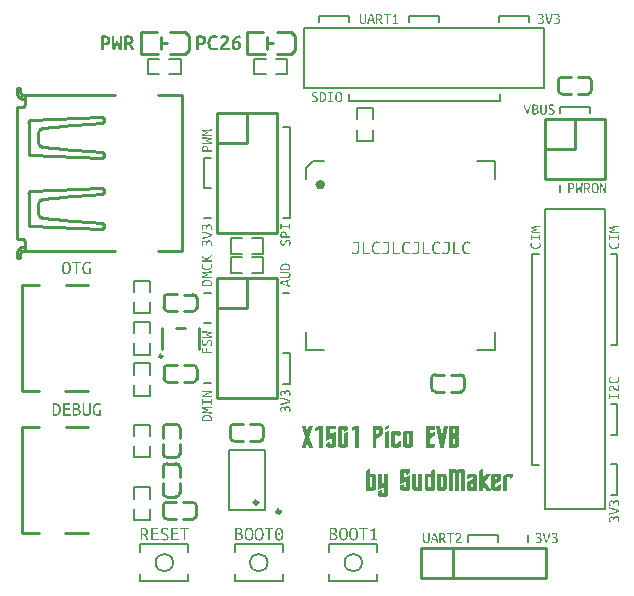
<source format=gto>
G04 Layer: TopSilkscreenLayer*
G04 EasyEDA v6.5.9, 2022-07-22 04:57:57*
G04 840753d4bb104133846108dccaf676b4,987c639a94b84ffc8c6145f2c3ae8d38,10*
G04 Gerber Generator version 0.2*
G04 Scale: 100 percent, Rotated: No, Reflected: No *
G04 Dimensions in millimeters *
G04 leading zeros omitted , absolute positions ,4 integer and 5 decimal *
%FSLAX45Y45*%
%MOMM*%

%ADD10C,0.2000*%
%ADD11C,0.2540*%
%ADD12C,0.1524*%
%ADD13C,0.1520*%
%ADD14C,0.2032*%
%ADD15C,0.3990*%
%ADD16C,0.3000*%
%ADD17C,0.0154*%

%LPD*%
G36*
X1104646Y597560D02*
G01*
X1090879Y595680D01*
X1080516Y589940D01*
X1074064Y580593D01*
X1071880Y568350D01*
X1072388Y562457D01*
X1073048Y559816D01*
X1073912Y557428D01*
X1076553Y553161D01*
X1079754Y549554D01*
X1083767Y546252D01*
X1088136Y543458D01*
X1092860Y541070D01*
X1097788Y538886D01*
X1102309Y537260D01*
X1106678Y535330D01*
X1110640Y533196D01*
X1114298Y530758D01*
X1117295Y527862D01*
X1119632Y524662D01*
X1120546Y522782D01*
X1121562Y518617D01*
X1121664Y516280D01*
X1121359Y512368D01*
X1120292Y508965D01*
X1118565Y506120D01*
X1116076Y503834D01*
X1112977Y502056D01*
X1109218Y500786D01*
X1104849Y500024D01*
X1099820Y499770D01*
X1095197Y499922D01*
X1090930Y500430D01*
X1087069Y501192D01*
X1080516Y503529D01*
X1073658Y506628D01*
X1069340Y495198D01*
X1073658Y492912D01*
X1076909Y491693D01*
X1084580Y489508D01*
X1089152Y488594D01*
X1094384Y488035D01*
X1099820Y487832D01*
X1115060Y489661D01*
X1126236Y495198D01*
X1133297Y504139D01*
X1135634Y516280D01*
X1135532Y519836D01*
X1134516Y526034D01*
X1133602Y528726D01*
X1130960Y533501D01*
X1127506Y537616D01*
X1123340Y541121D01*
X1118362Y543966D01*
X1106678Y549554D01*
X1098296Y553110D01*
X1094943Y555193D01*
X1091946Y557428D01*
X1089406Y559917D01*
X1087374Y562762D01*
X1086256Y566115D01*
X1085850Y570128D01*
X1086205Y573836D01*
X1087272Y576986D01*
X1088999Y579678D01*
X1091438Y581812D01*
X1094384Y583488D01*
X1097534Y584657D01*
X1100988Y585368D01*
X1104646Y585622D01*
X1108252Y585520D01*
X1114856Y584504D01*
X1120749Y582574D01*
X1125474Y580542D01*
X1127252Y579526D01*
X1131824Y591210D01*
X1127252Y593496D01*
X1124305Y594664D01*
X1115161Y596696D01*
X1110996Y597255D01*
G37*
G36*
X923645Y596290D02*
G01*
X908659Y595223D01*
X899414Y593750D01*
X899414Y542950D01*
X913384Y542950D01*
X913384Y583590D01*
X915517Y583996D01*
X928369Y584047D01*
X934974Y583336D01*
X938784Y582015D01*
X942086Y580034D01*
X944880Y577291D01*
X946099Y575614D01*
X947166Y573684D01*
X947978Y571652D01*
X948537Y569315D01*
X948944Y563778D01*
X948537Y557987D01*
X947978Y555548D01*
X947166Y553364D01*
X946099Y551434D01*
X943406Y548284D01*
X941832Y547014D01*
X940003Y545947D01*
X935786Y544423D01*
X930960Y543509D01*
X925525Y543001D01*
X899414Y542950D01*
X899414Y490118D01*
X913384Y490118D01*
X913384Y531520D01*
X930910Y531520D01*
X933754Y527812D01*
X936650Y523595D01*
X942594Y513486D01*
X948436Y502056D01*
X953769Y490118D01*
X968756Y490118D01*
X962914Y502056D01*
X956564Y514248D01*
X944371Y534568D01*
X948486Y536803D01*
X952144Y539445D01*
X955344Y542544D01*
X958087Y545998D01*
X960323Y549808D01*
X961898Y553923D01*
X962863Y558342D01*
X963168Y563016D01*
X960780Y577494D01*
X953516Y587908D01*
X941730Y594207D01*
X925068Y596290D01*
G37*
G36*
X990346Y595274D02*
G01*
X990346Y490118D01*
X1053084Y490118D01*
X1053084Y501802D01*
X1004316Y501802D01*
X1004316Y539140D01*
X1043940Y539140D01*
X1043940Y551078D01*
X1004316Y551078D01*
X1004316Y583336D01*
X1049528Y583336D01*
X1049528Y595274D01*
G37*
G36*
X1160526Y595274D02*
G01*
X1160526Y490118D01*
X1223264Y490118D01*
X1223264Y501802D01*
X1174496Y501802D01*
X1174496Y539140D01*
X1213866Y539140D01*
X1213866Y551078D01*
X1174496Y551078D01*
X1174496Y583336D01*
X1219454Y583336D01*
X1219454Y595274D01*
G37*
G36*
X1236726Y595274D02*
G01*
X1236726Y583336D01*
X1265428Y583336D01*
X1265428Y490118D01*
X1279398Y490118D01*
X1279398Y583336D01*
X1308354Y583336D01*
X1308354Y595274D01*
G37*
G36*
X1817370Y597560D02*
G01*
X1813306Y597357D01*
X1809394Y596747D01*
X1805686Y595680D01*
X1802130Y594258D01*
X1798828Y592378D01*
X1795729Y590143D01*
X1792884Y587451D01*
X1790192Y584352D01*
X1787906Y580694D01*
X1785874Y576630D01*
X1784096Y572058D01*
X1782572Y567080D01*
X1781505Y561746D01*
X1780692Y555904D01*
X1780235Y549554D01*
X1780032Y542696D01*
X1794256Y542696D01*
X1795678Y561035D01*
X1799843Y574446D01*
X1803044Y579323D01*
X1806956Y582828D01*
X1811680Y584911D01*
X1817116Y585622D01*
X1822704Y584911D01*
X1827530Y582828D01*
X1831593Y579323D01*
X1834896Y574446D01*
X1839468Y561035D01*
X1840992Y542696D01*
X1839468Y524357D01*
X1834896Y510946D01*
X1831593Y506069D01*
X1827530Y502564D01*
X1822704Y500481D01*
X1817116Y499770D01*
X1811680Y500481D01*
X1806956Y502564D01*
X1803044Y506069D01*
X1799843Y510946D01*
X1795678Y524357D01*
X1794256Y542696D01*
X1780032Y542696D01*
X1780235Y535838D01*
X1780692Y529488D01*
X1781505Y523646D01*
X1782572Y518312D01*
X1784096Y513334D01*
X1785874Y508812D01*
X1787906Y504698D01*
X1790192Y501040D01*
X1792884Y497840D01*
X1795729Y495147D01*
X1798828Y492912D01*
X1802130Y491134D01*
X1805686Y489712D01*
X1809394Y488645D01*
X1813306Y488035D01*
X1817370Y487832D01*
X1821484Y488035D01*
X1825447Y488645D01*
X1829257Y489712D01*
X1832864Y491134D01*
X1836216Y492912D01*
X1839315Y495147D01*
X1842160Y497840D01*
X1844802Y501040D01*
X1847088Y504698D01*
X1849120Y508812D01*
X1850898Y513334D01*
X1852422Y518312D01*
X1853692Y523646D01*
X1854555Y529488D01*
X1855063Y535838D01*
X1855216Y542696D01*
X1855063Y549554D01*
X1854555Y555904D01*
X1853692Y561746D01*
X1852422Y567080D01*
X1850898Y572058D01*
X1849120Y576630D01*
X1847088Y580694D01*
X1844802Y584352D01*
X1842160Y587451D01*
X1839315Y590143D01*
X1836216Y592378D01*
X1832864Y594258D01*
X1829257Y595680D01*
X1825447Y596747D01*
X1821484Y597357D01*
G37*
G36*
X1902460Y597560D02*
G01*
X1898396Y597357D01*
X1894484Y596747D01*
X1890775Y595680D01*
X1887220Y594258D01*
X1883816Y592378D01*
X1880717Y590143D01*
X1877872Y587451D01*
X1875282Y584352D01*
X1872996Y580694D01*
X1870964Y576630D01*
X1869186Y572058D01*
X1867662Y567080D01*
X1866442Y561746D01*
X1865579Y555904D01*
X1865071Y549554D01*
X1864868Y542696D01*
X1879092Y542696D01*
X1880514Y561035D01*
X1884680Y574446D01*
X1887982Y579323D01*
X1891995Y582828D01*
X1896770Y584911D01*
X1902206Y585622D01*
X1907793Y584911D01*
X1912620Y582828D01*
X1916684Y579323D01*
X1919986Y574446D01*
X1924405Y561035D01*
X1925828Y542696D01*
X1924405Y524357D01*
X1919986Y510946D01*
X1916684Y506069D01*
X1912620Y502564D01*
X1907793Y500481D01*
X1902206Y499770D01*
X1896770Y500481D01*
X1891995Y502564D01*
X1887982Y506069D01*
X1884680Y510946D01*
X1880514Y524357D01*
X1879092Y542696D01*
X1864868Y542696D01*
X1865071Y535838D01*
X1865579Y529488D01*
X1866442Y523646D01*
X1867662Y518312D01*
X1869186Y513334D01*
X1870964Y508812D01*
X1872996Y504698D01*
X1875282Y501040D01*
X1877872Y497840D01*
X1880717Y495147D01*
X1883816Y492912D01*
X1887220Y491134D01*
X1890775Y489712D01*
X1894484Y488645D01*
X1898396Y488035D01*
X1902460Y487832D01*
X1906574Y488035D01*
X1910486Y488645D01*
X1914194Y489712D01*
X1917700Y491134D01*
X1921154Y492912D01*
X1924253Y495147D01*
X1927098Y497840D01*
X1929638Y501040D01*
X1932076Y504698D01*
X1934159Y508812D01*
X1935988Y513334D01*
X1937512Y518312D01*
X1938782Y523646D01*
X1939645Y529488D01*
X1940153Y535838D01*
X1940306Y542696D01*
X1940153Y549554D01*
X1939645Y555904D01*
X1938782Y561746D01*
X1937512Y567080D01*
X1935988Y572058D01*
X1934159Y576630D01*
X1932076Y580694D01*
X1929638Y584352D01*
X1927098Y587451D01*
X1924253Y590143D01*
X1921154Y592378D01*
X1917700Y594258D01*
X1914194Y595680D01*
X1910486Y596747D01*
X1906574Y597357D01*
G37*
G36*
X2072386Y597560D02*
G01*
X2057806Y594004D01*
X2046986Y583336D01*
X2043023Y575462D01*
X2040128Y566064D01*
X2038451Y555142D01*
X2037842Y542696D01*
X2052066Y542696D01*
X2052320Y551129D01*
X2053082Y559206D01*
X2054453Y566369D01*
X2056384Y572668D01*
X2057755Y575411D01*
X2059279Y577900D01*
X2062734Y581812D01*
X2064867Y583234D01*
X2067204Y584301D01*
X2069693Y584911D01*
X2072386Y585114D01*
X2075230Y584911D01*
X2077821Y584301D01*
X2080158Y583234D01*
X2082292Y581812D01*
X2084120Y579983D01*
X2085746Y577900D01*
X2087168Y575411D01*
X2089607Y569620D01*
X2091385Y562914D01*
X2092401Y555244D01*
X2092909Y546963D01*
X2092909Y538429D01*
X2092401Y530148D01*
X2091385Y522478D01*
X2089607Y515772D01*
X2087168Y509981D01*
X2085746Y507542D01*
X2084120Y505409D01*
X2082292Y503580D01*
X2080158Y502158D01*
X2077821Y501091D01*
X2075230Y500481D01*
X2072386Y500278D01*
X2069693Y500481D01*
X2067204Y501091D01*
X2064867Y502158D01*
X2062734Y503580D01*
X2060956Y505409D01*
X2059279Y507542D01*
X2057755Y509981D01*
X2056384Y512724D01*
X2054453Y519023D01*
X2053082Y526186D01*
X2052320Y534263D01*
X2052066Y542696D01*
X2037842Y542696D01*
X2038451Y530250D01*
X2040128Y519328D01*
X2043023Y509930D01*
X2046986Y502056D01*
X2057806Y491388D01*
X2072386Y487832D01*
X2087219Y491388D01*
X2098040Y502056D01*
X2102053Y509930D01*
X2104898Y519328D01*
X2106625Y530250D01*
X2107184Y542696D01*
X2106625Y555142D01*
X2104898Y566064D01*
X2102053Y575462D01*
X2098040Y583336D01*
X2087219Y594004D01*
G37*
G36*
X1723237Y596290D02*
G01*
X1708404Y595223D01*
X1699260Y593750D01*
X1699260Y550570D01*
X1712975Y550570D01*
X1712975Y583844D01*
X1717802Y584352D01*
X1727707Y584301D01*
X1731873Y583946D01*
X1735785Y583031D01*
X1739341Y581507D01*
X1742389Y579475D01*
X1744929Y576935D01*
X1745996Y575462D01*
X1746808Y573735D01*
X1747367Y571855D01*
X1747774Y567588D01*
X1747672Y565200D01*
X1747266Y563016D01*
X1746656Y561136D01*
X1744675Y557885D01*
X1741982Y555345D01*
X1738630Y553466D01*
X1734667Y552043D01*
X1730502Y551129D01*
X1726336Y550621D01*
X1699260Y550570D01*
X1699260Y539140D01*
X1727454Y539140D01*
X1732229Y538886D01*
X1736852Y538124D01*
X1741170Y537006D01*
X1744980Y535076D01*
X1746707Y533958D01*
X1748180Y532688D01*
X1749501Y531164D01*
X1751482Y527608D01*
X1752498Y523138D01*
X1752498Y517804D01*
X1752041Y515264D01*
X1751330Y512978D01*
X1750314Y510946D01*
X1749094Y509117D01*
X1746199Y506069D01*
X1742541Y503783D01*
X1738223Y502259D01*
X1733397Y501345D01*
X1728317Y500837D01*
X1718818Y500938D01*
X1712975Y501548D01*
X1712975Y539140D01*
X1699260Y539140D01*
X1699260Y491642D01*
X1705102Y490626D01*
X1723389Y489102D01*
X1743608Y491134D01*
X1756664Y497230D01*
X1764131Y507085D01*
X1766570Y520852D01*
X1766214Y525678D01*
X1765147Y530047D01*
X1763318Y533958D01*
X1760728Y537362D01*
X1757680Y540308D01*
X1754225Y542696D01*
X1750415Y544626D01*
X1746250Y545998D01*
X1749450Y547522D01*
X1752346Y549554D01*
X1754987Y552043D01*
X1757172Y554888D01*
X1759153Y558088D01*
X1760474Y561492D01*
X1761439Y565048D01*
X1761743Y568604D01*
X1761591Y572363D01*
X1761083Y575868D01*
X1760220Y578967D01*
X1758950Y581812D01*
X1757425Y584352D01*
X1755597Y586587D01*
X1753514Y588518D01*
X1748485Y591718D01*
X1745640Y592988D01*
X1742643Y594004D01*
X1735937Y595426D01*
X1732280Y595934D01*
G37*
G36*
X1951482Y595274D02*
G01*
X1951482Y583336D01*
X1980438Y583336D01*
X1980438Y490118D01*
X1994407Y490118D01*
X1994407Y583336D01*
X2023364Y583336D01*
X2023364Y595274D01*
G37*
G36*
X2072893Y555904D02*
G01*
X2070760Y555701D01*
X2068830Y555040D01*
X2067204Y553923D01*
X2064562Y550621D01*
X2063699Y548741D01*
X2063191Y546658D01*
X2062988Y544474D01*
X2063191Y542391D01*
X2063699Y540410D01*
X2064562Y538581D01*
X2065782Y536854D01*
X2067204Y535533D01*
X2068830Y534568D01*
X2070760Y534009D01*
X2072893Y533806D01*
X2074875Y534009D01*
X2076653Y534568D01*
X2078278Y535533D01*
X2079752Y536854D01*
X2080869Y538581D01*
X2081682Y540410D01*
X2082139Y542391D01*
X2082292Y544474D01*
X2082139Y546658D01*
X2081682Y548741D01*
X2080869Y550621D01*
X2079752Y552348D01*
X2078278Y553923D01*
X2076653Y555040D01*
X2074875Y555701D01*
G37*
G36*
X2617470Y597560D02*
G01*
X2613406Y597357D01*
X2609443Y596747D01*
X2605633Y595680D01*
X2601976Y594258D01*
X2598674Y592378D01*
X2595626Y590143D01*
X2592832Y587451D01*
X2590292Y584352D01*
X2588006Y580694D01*
X2585974Y576630D01*
X2584196Y572058D01*
X2582672Y567080D01*
X2581452Y561746D01*
X2580589Y555904D01*
X2580081Y549554D01*
X2579878Y542696D01*
X2594102Y542696D01*
X2595524Y561035D01*
X2599690Y574446D01*
X2602992Y579323D01*
X2607005Y582828D01*
X2611780Y584911D01*
X2617216Y585622D01*
X2622804Y584911D01*
X2627630Y582828D01*
X2631694Y579323D01*
X2634996Y574446D01*
X2639415Y561035D01*
X2640838Y542696D01*
X2639415Y524357D01*
X2634996Y510946D01*
X2631694Y506069D01*
X2627630Y502564D01*
X2622804Y500481D01*
X2617216Y499770D01*
X2611780Y500481D01*
X2607005Y502564D01*
X2602992Y506069D01*
X2599690Y510946D01*
X2595524Y524357D01*
X2594102Y542696D01*
X2579878Y542696D01*
X2580081Y535838D01*
X2580589Y529488D01*
X2581452Y523646D01*
X2582672Y518312D01*
X2584196Y513334D01*
X2585974Y508812D01*
X2588006Y504698D01*
X2590292Y501040D01*
X2592832Y497840D01*
X2595626Y495147D01*
X2598674Y492912D01*
X2601976Y491134D01*
X2605633Y489712D01*
X2609443Y488645D01*
X2613406Y488035D01*
X2617470Y487832D01*
X2621584Y488035D01*
X2625496Y488645D01*
X2629204Y489712D01*
X2632710Y491134D01*
X2636164Y492912D01*
X2639263Y495147D01*
X2642108Y497840D01*
X2644648Y501040D01*
X2647086Y504698D01*
X2649169Y508812D01*
X2650998Y513334D01*
X2652522Y518312D01*
X2653792Y523646D01*
X2654655Y529488D01*
X2655163Y535838D01*
X2655316Y542696D01*
X2655163Y549554D01*
X2654655Y555904D01*
X2653792Y561746D01*
X2652522Y567080D01*
X2650998Y572058D01*
X2649169Y576630D01*
X2647086Y580694D01*
X2644648Y584352D01*
X2642108Y587451D01*
X2639263Y590143D01*
X2636164Y592378D01*
X2632710Y594258D01*
X2629204Y595680D01*
X2625496Y596747D01*
X2621584Y597357D01*
G37*
G36*
X2702560Y597560D02*
G01*
X2698394Y597357D01*
X2694381Y596747D01*
X2690622Y595680D01*
X2687066Y594258D01*
X2683764Y592378D01*
X2680716Y590143D01*
X2677922Y587451D01*
X2675382Y584352D01*
X2672994Y580694D01*
X2670911Y576630D01*
X2669082Y572058D01*
X2667508Y567080D01*
X2666441Y561746D01*
X2665628Y555904D01*
X2665171Y549554D01*
X2664968Y542696D01*
X2679192Y542696D01*
X2680614Y561035D01*
X2684780Y574446D01*
X2687980Y579323D01*
X2691892Y582828D01*
X2696616Y584911D01*
X2702052Y585622D01*
X2707690Y584911D01*
X2712567Y582828D01*
X2716682Y579323D01*
X2720086Y574446D01*
X2724505Y561035D01*
X2725928Y542696D01*
X2724505Y524357D01*
X2720086Y510946D01*
X2716682Y506069D01*
X2712567Y502564D01*
X2707690Y500481D01*
X2702052Y499770D01*
X2696616Y500481D01*
X2691892Y502564D01*
X2687980Y506069D01*
X2684780Y510946D01*
X2680614Y524357D01*
X2679192Y542696D01*
X2664968Y542696D01*
X2665171Y535838D01*
X2665628Y529488D01*
X2666441Y523646D01*
X2667508Y518312D01*
X2669082Y513334D01*
X2670911Y508812D01*
X2672994Y504698D01*
X2675382Y501040D01*
X2677922Y497840D01*
X2680716Y495147D01*
X2683764Y492912D01*
X2687066Y491134D01*
X2690622Y489712D01*
X2694381Y488645D01*
X2698394Y488035D01*
X2702560Y487832D01*
X2706573Y488035D01*
X2710434Y488645D01*
X2714193Y489712D01*
X2717800Y491134D01*
X2721152Y492912D01*
X2724251Y495147D01*
X2727096Y497840D01*
X2729738Y501040D01*
X2732024Y504698D01*
X2734056Y508812D01*
X2735834Y513334D01*
X2737358Y518312D01*
X2738628Y523646D01*
X2739491Y529488D01*
X2739999Y535838D01*
X2740152Y542696D01*
X2739999Y549554D01*
X2739491Y555904D01*
X2738628Y561746D01*
X2737358Y567080D01*
X2735834Y572058D01*
X2734056Y576630D01*
X2732024Y580694D01*
X2729738Y584352D01*
X2727096Y587451D01*
X2724251Y590143D01*
X2721152Y592378D01*
X2717800Y594258D01*
X2714193Y595680D01*
X2710434Y596747D01*
X2706573Y597357D01*
G37*
G36*
X2523337Y596290D02*
G01*
X2506624Y595020D01*
X2499106Y593750D01*
X2499106Y550570D01*
X2513076Y550570D01*
X2513076Y583844D01*
X2517648Y584352D01*
X2527706Y584301D01*
X2531872Y583946D01*
X2535885Y583031D01*
X2539441Y581507D01*
X2542489Y579475D01*
X2544876Y576935D01*
X2546756Y573735D01*
X2547772Y569772D01*
X2547772Y565200D01*
X2547366Y563016D01*
X2546756Y561136D01*
X2544775Y557885D01*
X2541981Y555345D01*
X2538577Y553466D01*
X2534767Y552043D01*
X2528417Y550824D01*
X2524252Y550570D01*
X2499106Y550570D01*
X2499106Y539140D01*
X2527300Y539140D01*
X2532278Y538886D01*
X2536952Y538124D01*
X2541270Y537006D01*
X2545080Y535076D01*
X2548128Y532688D01*
X2550668Y529488D01*
X2551582Y527608D01*
X2552598Y523138D01*
X2552598Y517804D01*
X2552141Y515264D01*
X2551430Y512978D01*
X2550414Y510946D01*
X2549194Y509117D01*
X2546146Y506069D01*
X2542489Y503783D01*
X2538171Y502259D01*
X2533294Y501345D01*
X2528316Y500837D01*
X2518816Y500938D01*
X2513076Y501548D01*
X2513076Y539140D01*
X2499106Y539140D01*
X2499106Y491642D01*
X2506878Y490372D01*
X2520391Y489254D01*
X2524760Y489102D01*
X2543657Y491134D01*
X2556510Y497230D01*
X2564130Y507085D01*
X2566670Y520852D01*
X2566314Y525678D01*
X2565247Y530047D01*
X2563418Y533958D01*
X2560828Y537362D01*
X2557780Y540308D01*
X2554325Y542696D01*
X2550515Y544626D01*
X2546350Y545998D01*
X2549347Y547522D01*
X2552192Y549554D01*
X2554884Y552043D01*
X2557272Y554888D01*
X2559151Y558088D01*
X2560574Y561492D01*
X2561539Y565048D01*
X2561844Y568604D01*
X2561691Y572363D01*
X2561082Y575868D01*
X2560167Y578967D01*
X2558796Y581812D01*
X2557272Y584352D01*
X2555494Y586587D01*
X2553462Y588518D01*
X2551176Y590194D01*
X2548534Y591718D01*
X2545689Y592988D01*
X2542590Y594004D01*
X2535783Y595426D01*
X2532227Y595934D01*
G37*
G36*
X2751582Y595274D02*
G01*
X2751582Y583336D01*
X2780538Y583336D01*
X2780538Y490118D01*
X2794508Y490118D01*
X2794508Y583336D01*
X2823464Y583336D01*
X2823464Y595274D01*
G37*
G36*
X2874772Y595274D02*
G01*
X2871165Y591413D01*
X2867406Y587908D01*
X2863545Y584809D01*
X2859532Y582066D01*
X2851302Y577392D01*
X2842768Y573430D01*
X2847086Y563016D01*
X2853690Y565556D01*
X2860294Y568604D01*
X2866136Y572160D01*
X2870708Y575716D01*
X2870708Y501802D01*
X2847848Y501802D01*
X2847848Y490118D01*
X2904490Y490118D01*
X2904490Y501802D01*
X2884424Y501802D01*
X2884424Y595274D01*
G37*
G36*
X586943Y4764532D02*
G01*
X578053Y4764024D01*
X566674Y4762754D01*
X560781Y4761738D01*
X560781Y4702556D01*
X585419Y4702556D01*
X585419Y4742688D01*
X591515Y4743196D01*
X597611Y4743196D01*
X602284Y4742891D01*
X606501Y4742078D01*
X610158Y4740605D01*
X613359Y4738624D01*
X615899Y4736033D01*
X617728Y4732680D01*
X618845Y4728413D01*
X619201Y4723384D01*
X618794Y4718100D01*
X617677Y4713681D01*
X615746Y4710074D01*
X613105Y4707382D01*
X609803Y4705248D01*
X605739Y4703775D01*
X600913Y4702860D01*
X595325Y4702556D01*
X560781Y4702556D01*
X560781Y4639310D01*
X585419Y4639310D01*
X585419Y4681220D01*
X594309Y4681220D01*
X605586Y4681829D01*
X615492Y4683709D01*
X624128Y4686808D01*
X631393Y4691126D01*
X637032Y4696866D01*
X641096Y4704080D01*
X643534Y4712868D01*
X644347Y4723130D01*
X643534Y4733391D01*
X641096Y4742129D01*
X637032Y4749292D01*
X631393Y4754880D01*
X624230Y4759096D01*
X615746Y4762144D01*
X605942Y4763922D01*
X594817Y4764532D01*
G37*
G36*
X785825Y4764532D02*
G01*
X777443Y4764024D01*
X768807Y4763008D01*
X760933Y4761484D01*
X760933Y4705350D01*
X785317Y4705350D01*
X785317Y4742688D01*
X789381Y4743196D01*
X792937Y4743196D01*
X797509Y4742891D01*
X801674Y4742078D01*
X805383Y4740605D01*
X808685Y4738624D01*
X811225Y4735982D01*
X813053Y4732731D01*
X814171Y4728768D01*
X814527Y4724146D01*
X814171Y4719980D01*
X813104Y4716272D01*
X811377Y4713122D01*
X808939Y4710430D01*
X805688Y4708194D01*
X801624Y4706620D01*
X796696Y4705654D01*
X790905Y4705350D01*
X760933Y4705350D01*
X760933Y4639310D01*
X785317Y4639310D01*
X785317Y4685030D01*
X798271Y4685030D01*
X811225Y4662424D01*
X816914Y4651197D01*
X821893Y4639310D01*
X847801Y4639310D01*
X845261Y4645812D01*
X842213Y4652518D01*
X831443Y4673092D01*
X820623Y4691126D01*
X825347Y4693666D01*
X829310Y4696714D01*
X832561Y4700270D01*
X835101Y4704334D01*
X837082Y4708906D01*
X838504Y4713732D01*
X839368Y4718812D01*
X839673Y4724146D01*
X839469Y4729073D01*
X838809Y4733747D01*
X837793Y4738116D01*
X836371Y4742180D01*
X834491Y4745837D01*
X832307Y4749190D01*
X829665Y4752187D01*
X826719Y4754880D01*
X823518Y4757166D01*
X819962Y4759147D01*
X816152Y4760823D01*
X811987Y4762246D01*
X807567Y4763262D01*
X802894Y4763973D01*
X798017Y4764379D01*
G37*
G36*
X654507Y4763262D02*
G01*
X655523Y4732020D01*
X657047Y4700016D01*
X660501Y4653686D01*
X662127Y4639310D01*
X682447Y4639310D01*
X695909Y4681118D01*
X700481Y4694174D01*
X709117Y4666488D01*
X718007Y4639310D01*
X738327Y4639310D01*
X739698Y4653584D01*
X741984Y4684166D01*
X742899Y4700016D01*
X745439Y4763262D01*
X722579Y4763262D01*
X723849Y4666996D01*
X709117Y4719320D01*
X691337Y4719320D01*
X688289Y4709668D01*
X676097Y4666996D01*
X676198Y4695342D01*
X677367Y4763262D01*
G37*
G36*
X1521612Y4766564D02*
G01*
X1515618Y4766310D01*
X1509877Y4765497D01*
X1504340Y4764125D01*
X1499006Y4762246D01*
X1494078Y4759858D01*
X1489506Y4756962D01*
X1485188Y4753610D01*
X1481226Y4749800D01*
X1477772Y4745380D01*
X1474622Y4740554D01*
X1471930Y4735220D01*
X1469542Y4729480D01*
X1466494Y4716526D01*
X1465478Y4702048D01*
X1466342Y4687468D01*
X1468932Y4674616D01*
X1473200Y4663592D01*
X1479194Y4654296D01*
X1486865Y4646828D01*
X1496060Y4641545D01*
X1506778Y4638344D01*
X1519072Y4637278D01*
X1524762Y4637430D01*
X1530096Y4637989D01*
X1535023Y4638852D01*
X1539646Y4640072D01*
X1547672Y4642916D01*
X1553870Y4645914D01*
X1547520Y4665472D01*
X1543100Y4663186D01*
X1537360Y4660900D01*
X1534109Y4660036D01*
X1530400Y4659376D01*
X1521612Y4658868D01*
X1507388Y4661662D01*
X1497736Y4670044D01*
X1492250Y4683912D01*
X1490370Y4702556D01*
X1490573Y4708398D01*
X1491081Y4713732D01*
X1491945Y4718558D01*
X1494536Y4726838D01*
X1496161Y4730394D01*
X1497990Y4733442D01*
X1500022Y4736084D01*
X1502257Y4738319D01*
X1504696Y4740300D01*
X1507236Y4741875D01*
X1509928Y4743196D01*
X1512620Y4744110D01*
X1518208Y4745126D01*
X1525219Y4745126D01*
X1532686Y4744110D01*
X1536090Y4743196D01*
X1539290Y4742027D01*
X1544878Y4739335D01*
X1547266Y4737862D01*
X1553616Y4757674D01*
X1546453Y4761484D01*
X1542694Y4763008D01*
X1533550Y4765548D01*
X1527911Y4766310D01*
G37*
G36*
X1607972Y4766564D02*
G01*
X1602790Y4766310D01*
X1597558Y4765548D01*
X1592376Y4764278D01*
X1587144Y4762500D01*
X1582013Y4760315D01*
X1577187Y4757572D01*
X1572717Y4754219D01*
X1568602Y4750308D01*
X1580794Y4733036D01*
X1583893Y4736084D01*
X1587042Y4738674D01*
X1590243Y4740808D01*
X1593494Y4742434D01*
X1596644Y4743653D01*
X1599742Y4744516D01*
X1602740Y4745075D01*
X1605686Y4745228D01*
X1608988Y4744974D01*
X1611985Y4744212D01*
X1614678Y4742942D01*
X1617116Y4741164D01*
X1619148Y4738928D01*
X1620570Y4736236D01*
X1621434Y4733086D01*
X1621688Y4729480D01*
X1621485Y4726736D01*
X1620824Y4724044D01*
X1619707Y4721402D01*
X1618132Y4718812D01*
X1613916Y4713427D01*
X1608734Y4707890D01*
X1590192Y4689856D01*
X1584350Y4682998D01*
X1581607Y4679340D01*
X1579118Y4675581D01*
X1576882Y4671618D01*
X1574952Y4667504D01*
X1573276Y4663236D01*
X1572107Y4658766D01*
X1571396Y4654092D01*
X1571142Y4642307D01*
X1571650Y4640072D01*
X1652422Y4640072D01*
X1652422Y4660392D01*
X1599082Y4660392D01*
X1599234Y4661966D01*
X1600403Y4665268D01*
X1602486Y4668774D01*
X1605026Y4672330D01*
X1611172Y4679289D01*
X1621434Y4688992D01*
X1629054Y4696714D01*
X1633728Y4701946D01*
X1637944Y4707382D01*
X1641602Y4713020D01*
X1644294Y4718812D01*
X1645412Y4721860D01*
X1646224Y4724958D01*
X1646682Y4728108D01*
X1646834Y4731258D01*
X1646631Y4735474D01*
X1646021Y4739436D01*
X1645005Y4743196D01*
X1643532Y4746752D01*
X1641856Y4749901D01*
X1639874Y4752797D01*
X1637538Y4755388D01*
X1632153Y4759807D01*
X1629206Y4761636D01*
X1626057Y4763109D01*
X1619148Y4765294D01*
X1615490Y4766005D01*
X1611782Y4766411D01*
G37*
G36*
X1403045Y4765294D02*
G01*
X1383436Y4764176D01*
X1374546Y4762957D01*
X1370736Y4762246D01*
X1370736Y4703064D01*
X1395374Y4703064D01*
X1395374Y4743196D01*
X1398066Y4743602D01*
X1407566Y4743704D01*
X1412290Y4743450D01*
X1416456Y4742637D01*
X1420164Y4741265D01*
X1423314Y4739386D01*
X1425905Y4736693D01*
X1427734Y4733239D01*
X1428800Y4728972D01*
X1429156Y4723892D01*
X1428800Y4718608D01*
X1427632Y4714189D01*
X1425752Y4710582D01*
X1423060Y4707890D01*
X1419758Y4705756D01*
X1415694Y4704283D01*
X1410868Y4703368D01*
X1405280Y4703064D01*
X1370736Y4703064D01*
X1370736Y4640072D01*
X1395374Y4640072D01*
X1395374Y4681728D01*
X1404264Y4681728D01*
X1415542Y4682337D01*
X1425498Y4684217D01*
X1434084Y4687316D01*
X1441348Y4691634D01*
X1447038Y4697374D01*
X1451102Y4704638D01*
X1453489Y4713478D01*
X1454302Y4723892D01*
X1451102Y4742688D01*
X1441348Y4755388D01*
X1434236Y4759706D01*
X1425752Y4762804D01*
X1415948Y4764684D01*
G37*
G36*
X1743862Y4764532D02*
G01*
X1727809Y4763312D01*
X1713128Y4759706D01*
X1700377Y4753762D01*
X1689506Y4745482D01*
X1680972Y4735017D01*
X1674520Y4722368D01*
X1670557Y4707585D01*
X1669186Y4690618D01*
X1669313Y4688332D01*
X1693316Y4688332D01*
X1693824Y4695698D01*
X1696770Y4697018D01*
X1700428Y4697984D01*
X1704441Y4698542D01*
X1708302Y4698746D01*
X1713026Y4698441D01*
X1717039Y4697476D01*
X1720291Y4695901D01*
X1722780Y4693666D01*
X1724660Y4690872D01*
X1726031Y4687519D01*
X1726844Y4683607D01*
X1727047Y4677511D01*
X1726539Y4673955D01*
X1725523Y4670348D01*
X1724152Y4667046D01*
X1723288Y4665472D01*
X1721104Y4662881D01*
X1718462Y4660646D01*
X1716887Y4659782D01*
X1715109Y4659122D01*
X1711096Y4658614D01*
X1708657Y4658766D01*
X1706422Y4659274D01*
X1704339Y4660036D01*
X1702460Y4661154D01*
X1700784Y4662525D01*
X1697989Y4665827D01*
X1696872Y4667758D01*
X1695297Y4672330D01*
X1694078Y4677410D01*
X1693519Y4682693D01*
X1693316Y4688332D01*
X1669313Y4688332D01*
X1669897Y4677816D01*
X1671929Y4666792D01*
X1675333Y4657598D01*
X1680108Y4650232D01*
X1693519Y4640529D01*
X1711858Y4637278D01*
X1716786Y4637532D01*
X1721357Y4638294D01*
X1725523Y4639564D01*
X1729384Y4641342D01*
X1732940Y4643424D01*
X1736140Y4645812D01*
X1739036Y4648504D01*
X1741576Y4651502D01*
X1743862Y4654651D01*
X1745792Y4657902D01*
X1747418Y4661357D01*
X1748688Y4664964D01*
X1749704Y4668672D01*
X1750415Y4672330D01*
X1750974Y4679696D01*
X1750872Y4683607D01*
X1749856Y4691075D01*
X1748942Y4694682D01*
X1747672Y4698238D01*
X1746097Y4701540D01*
X1744218Y4704588D01*
X1742084Y4707382D01*
X1739493Y4709922D01*
X1736598Y4712208D01*
X1733296Y4714240D01*
X1729638Y4716018D01*
X1725726Y4717338D01*
X1721408Y4718304D01*
X1716582Y4718862D01*
X1709928Y4719015D01*
X1706727Y4718659D01*
X1703222Y4717745D01*
X1697634Y4715764D01*
X1698853Y4719523D01*
X1700377Y4722926D01*
X1702257Y4726025D01*
X1706930Y4731258D01*
X1709572Y4733544D01*
X1712518Y4735576D01*
X1715668Y4737354D01*
X1718919Y4738878D01*
X1722374Y4740148D01*
X1725930Y4741164D01*
X1733499Y4742586D01*
X1741220Y4743500D01*
X1745132Y4743704D01*
G37*
G36*
X3003092Y1467510D02*
G01*
X2965907Y1448358D01*
X2965196Y1447495D01*
X2964789Y1446428D01*
X2964637Y1445158D01*
X2964688Y1420114D01*
X2965348Y1419352D01*
X2966161Y1419250D01*
X3002483Y1437792D01*
X3004007Y1439316D01*
X3004515Y1441348D01*
X3004413Y1466494D01*
X3004210Y1467053D01*
X3003804Y1467408D01*
G37*
G36*
X2267407Y1459890D02*
G01*
X2266391Y1459788D01*
X2265680Y1459382D01*
X2265273Y1458772D01*
X2265121Y1457604D01*
X2295093Y1367688D01*
X2265121Y1277162D01*
X2265273Y1276096D01*
X2265680Y1275486D01*
X2266391Y1275130D01*
X2267407Y1274978D01*
X2294585Y1274978D01*
X2295753Y1275181D01*
X2296820Y1275740D01*
X2297684Y1276705D01*
X2298395Y1278026D01*
X2311857Y1317396D01*
X2325471Y1276705D01*
X2326284Y1275740D01*
X2327402Y1275181D01*
X2328875Y1274978D01*
X2357272Y1275080D01*
X2358034Y1275435D01*
X2358440Y1275994D01*
X2358593Y1276756D01*
X2328367Y1367688D01*
X2358593Y1458112D01*
X2358440Y1458874D01*
X2358034Y1459433D01*
X2357272Y1459788D01*
X2328875Y1459890D01*
X2327402Y1459585D01*
X2326284Y1458925D01*
X2325471Y1457960D01*
X2311857Y1417472D01*
X2298395Y1456588D01*
X2297684Y1457960D01*
X2296820Y1458925D01*
X2295753Y1459585D01*
X2294585Y1459890D01*
G37*
G36*
X2407107Y1459890D02*
G01*
X2381199Y1446580D01*
X2380488Y1445666D01*
X2380081Y1444498D01*
X2379929Y1443126D01*
X2379980Y1416812D01*
X2380335Y1415796D01*
X2381148Y1415694D01*
X2381910Y1415846D01*
X2407107Y1428394D01*
X2407107Y1278026D01*
X2407259Y1276705D01*
X2407869Y1275740D01*
X2408834Y1275181D01*
X2410155Y1274978D01*
X2437333Y1274978D01*
X2438552Y1275181D01*
X2439416Y1275740D01*
X2439924Y1276705D01*
X2440127Y1278026D01*
X2440127Y1457858D01*
X2439974Y1458772D01*
X2439568Y1459382D01*
X2438806Y1459788D01*
G37*
G36*
X2470099Y1459890D02*
G01*
X2468778Y1459585D01*
X2467813Y1458925D01*
X2467254Y1457960D01*
X2467051Y1456588D01*
X2467051Y1337970D01*
X2467203Y1336192D01*
X2467660Y1334922D01*
X2468473Y1334160D01*
X2470150Y1333957D01*
X2471521Y1334312D01*
X2518613Y1358290D01*
X2518613Y1308506D01*
X2500579Y1308506D01*
X2500477Y1319072D01*
X2500122Y1320139D01*
X2499563Y1320749D01*
X2498394Y1320901D01*
X2497378Y1320647D01*
X2470099Y1306982D01*
X2468778Y1305966D01*
X2467813Y1304696D01*
X2467254Y1303172D01*
X2467051Y1301394D01*
X2467051Y1293266D01*
X2467356Y1289608D01*
X2468372Y1286205D01*
X2470048Y1283106D01*
X2472385Y1280312D01*
X2475179Y1277975D01*
X2478278Y1276299D01*
X2481681Y1275334D01*
X2485339Y1274978D01*
X2533853Y1274978D01*
X2537510Y1275334D01*
X2540863Y1276299D01*
X2543962Y1277975D01*
X2546807Y1280312D01*
X2549144Y1283106D01*
X2550820Y1286205D01*
X2551785Y1289608D01*
X2552141Y1293266D01*
X2552141Y1405026D01*
X2551938Y1407261D01*
X2551379Y1408836D01*
X2550414Y1409801D01*
X2548636Y1410055D01*
X2547518Y1409700D01*
X2500579Y1385722D01*
X2500579Y1433728D01*
X2547315Y1433728D01*
X2549398Y1434084D01*
X2550922Y1435049D01*
X2551836Y1436725D01*
X2552141Y1439062D01*
X2552141Y1456588D01*
X2551938Y1457960D01*
X2551277Y1458925D01*
X2550261Y1459585D01*
X2548839Y1459890D01*
G37*
G36*
X2587955Y1459890D02*
G01*
X2584297Y1459534D01*
X2580894Y1458569D01*
X2577795Y1456893D01*
X2575001Y1454556D01*
X2572664Y1451610D01*
X2570988Y1448460D01*
X2569972Y1445056D01*
X2569667Y1441348D01*
X2569667Y1293266D01*
X2569972Y1289608D01*
X2570988Y1286205D01*
X2572664Y1283106D01*
X2575001Y1280312D01*
X2577795Y1277975D01*
X2580894Y1276299D01*
X2584297Y1275334D01*
X2587955Y1274978D01*
X2636469Y1274978D01*
X2640126Y1275334D01*
X2643530Y1276299D01*
X2646578Y1277975D01*
X2649423Y1280312D01*
X2651760Y1283106D01*
X2653436Y1286205D01*
X2654401Y1289608D01*
X2654757Y1293266D01*
X2654655Y1408887D01*
X2654300Y1409954D01*
X2653741Y1410665D01*
X2652471Y1410817D01*
X2651607Y1410563D01*
X2624531Y1396898D01*
X2623058Y1395882D01*
X2622042Y1394561D01*
X2621432Y1392936D01*
X2621229Y1391056D01*
X2621229Y1308506D01*
X2603195Y1308506D01*
X2603195Y1427124D01*
X2621229Y1427124D01*
X2621330Y1410817D01*
X2621686Y1409852D01*
X2622194Y1409293D01*
X2623413Y1409141D01*
X2624582Y1409496D01*
X2651709Y1423314D01*
X2653030Y1424178D01*
X2653995Y1425498D01*
X2654554Y1427226D01*
X2654757Y1429410D01*
X2654757Y1441348D01*
X2654401Y1445056D01*
X2653436Y1448460D01*
X2651760Y1451660D01*
X2649423Y1454556D01*
X2646578Y1456893D01*
X2643479Y1458569D01*
X2640126Y1459534D01*
X2636469Y1459890D01*
G37*
G36*
X2714701Y1459890D02*
G01*
X2688793Y1446580D01*
X2688082Y1445666D01*
X2687675Y1444498D01*
X2687523Y1443126D01*
X2687574Y1416812D01*
X2687929Y1415796D01*
X2688742Y1415694D01*
X2689504Y1415846D01*
X2714701Y1428394D01*
X2714701Y1278026D01*
X2714904Y1276705D01*
X2715463Y1275740D01*
X2716428Y1275181D01*
X2717749Y1274978D01*
X2744927Y1274978D01*
X2746146Y1275181D01*
X2747010Y1275740D01*
X2747518Y1276705D01*
X2747721Y1278026D01*
X2747721Y1457858D01*
X2747568Y1458772D01*
X2747111Y1459382D01*
X2746400Y1459788D01*
G37*
G36*
X2865577Y1459890D02*
G01*
X2864358Y1459585D01*
X2863494Y1458925D01*
X2862935Y1457960D01*
X2862783Y1456588D01*
X2862783Y1426362D01*
X2914345Y1426362D01*
X2914345Y1395120D01*
X2896057Y1385722D01*
X2896057Y1426362D01*
X2862783Y1426362D01*
X2862783Y1278026D01*
X2862935Y1276705D01*
X2863494Y1275740D01*
X2864358Y1275181D01*
X2865577Y1274978D01*
X2893009Y1274978D01*
X2894330Y1275181D01*
X2895295Y1275740D01*
X2895854Y1276705D01*
X2896057Y1278026D01*
X2896057Y1349146D01*
X2935427Y1368958D01*
X2938068Y1370584D01*
X2940354Y1372717D01*
X2942386Y1375308D01*
X2944063Y1378356D01*
X2945485Y1381607D01*
X2946552Y1384858D01*
X2947162Y1387957D01*
X2947365Y1391056D01*
X2947619Y1441348D01*
X2947263Y1445056D01*
X2946298Y1448460D01*
X2944622Y1451660D01*
X2942285Y1454556D01*
X2939592Y1456893D01*
X2936544Y1458569D01*
X2933242Y1459534D01*
X2929585Y1459890D01*
X2910789Y1459890D01*
X2906318Y1459534D01*
X2902407Y1458569D01*
X2898952Y1456893D01*
X2896057Y1454556D01*
X2895854Y1457960D01*
X2895295Y1458925D01*
X2894330Y1459585D01*
X2893009Y1459890D01*
G37*
G36*
X3315411Y1459890D02*
G01*
X3314090Y1459585D01*
X3313125Y1458925D01*
X3312515Y1457960D01*
X3312363Y1456588D01*
X3312363Y1278026D01*
X3312566Y1276705D01*
X3313125Y1275740D01*
X3314090Y1275181D01*
X3315411Y1274978D01*
X3385007Y1274978D01*
X3386328Y1275181D01*
X3387293Y1275740D01*
X3387851Y1276705D01*
X3388055Y1278026D01*
X3388055Y1305458D01*
X3387851Y1306779D01*
X3387293Y1307744D01*
X3386328Y1308303D01*
X3385007Y1308506D01*
X3345891Y1308506D01*
X3345891Y1348130D01*
X3386632Y1369415D01*
X3387445Y1370380D01*
X3388004Y1371447D01*
X3388309Y1372768D01*
X3387953Y1405432D01*
X3387750Y1406042D01*
X3386785Y1406550D01*
X3385515Y1406296D01*
X3345891Y1385722D01*
X3345891Y1426362D01*
X3385007Y1426362D01*
X3386328Y1426768D01*
X3387293Y1427429D01*
X3387851Y1428394D01*
X3388055Y1429664D01*
X3388055Y1456588D01*
X3387851Y1457960D01*
X3387293Y1458925D01*
X3386328Y1459585D01*
X3385007Y1459890D01*
G37*
G36*
X3405835Y1459890D02*
G01*
X3404717Y1459687D01*
X3403904Y1459128D01*
X3403447Y1458163D01*
X3403295Y1456588D01*
X3435807Y1278026D01*
X3436213Y1276705D01*
X3436874Y1275740D01*
X3437839Y1275181D01*
X3439109Y1274978D01*
X3467049Y1274978D01*
X3468420Y1275181D01*
X3469436Y1275740D01*
X3470198Y1276705D01*
X3470605Y1278026D01*
X3503117Y1456588D01*
X3502964Y1458620D01*
X3502456Y1459331D01*
X3501694Y1459738D01*
X3500577Y1459890D01*
X3472891Y1459890D01*
X3471570Y1459687D01*
X3470554Y1459077D01*
X3469690Y1458010D01*
X3469081Y1456588D01*
X3453079Y1368704D01*
X3437077Y1456588D01*
X3436670Y1458010D01*
X3436010Y1459077D01*
X3434994Y1459687D01*
X3433775Y1459890D01*
G37*
G36*
X3514547Y1459890D02*
G01*
X3513226Y1459585D01*
X3512261Y1458925D01*
X3511702Y1457960D01*
X3511499Y1456588D01*
X3511499Y1428394D01*
X3563061Y1428394D01*
X3563061Y1395120D01*
X3545027Y1385976D01*
X3545027Y1428394D01*
X3511499Y1428394D01*
X3511499Y1308506D01*
X3545027Y1308506D01*
X3545027Y1348130D01*
X3563061Y1357274D01*
X3563061Y1308506D01*
X3511499Y1308506D01*
X3511499Y1278026D01*
X3511702Y1276705D01*
X3512261Y1275740D01*
X3513226Y1275181D01*
X3514547Y1274978D01*
X3578301Y1274978D01*
X3581958Y1275334D01*
X3585311Y1276299D01*
X3588410Y1277975D01*
X3591255Y1280312D01*
X3593592Y1283106D01*
X3595268Y1286205D01*
X3596233Y1289608D01*
X3596589Y1293266D01*
X3596589Y1354226D01*
X3595979Y1360779D01*
X3594100Y1365453D01*
X3591001Y1368298D01*
X3586683Y1369212D01*
X3591001Y1371650D01*
X3594100Y1375410D01*
X3595979Y1380540D01*
X3596589Y1386992D01*
X3596589Y1441348D01*
X3596233Y1445056D01*
X3595268Y1448460D01*
X3593592Y1451660D01*
X3591255Y1454556D01*
X3588410Y1456893D01*
X3585311Y1458569D01*
X3581958Y1459534D01*
X3578301Y1459890D01*
G37*
G36*
X2999181Y1417726D02*
G01*
X2997758Y1417472D01*
X2971749Y1404264D01*
X2970174Y1403248D01*
X2969056Y1401775D01*
X2968396Y1399844D01*
X2968193Y1397406D01*
X2968193Y1278026D01*
X2968345Y1276705D01*
X2968904Y1275740D01*
X2969768Y1275181D01*
X2970987Y1274978D01*
X2998673Y1274978D01*
X2999892Y1275181D01*
X3000756Y1275740D01*
X3001264Y1276705D01*
X3001467Y1278026D01*
X3001467Y1413916D01*
X3001314Y1415592D01*
X3000908Y1416761D01*
X3000146Y1417472D01*
G37*
G36*
X3037535Y1417472D02*
G01*
X3033877Y1417116D01*
X3030474Y1416151D01*
X3027375Y1414475D01*
X3024581Y1412138D01*
X3022346Y1409344D01*
X3020771Y1406245D01*
X3019806Y1402842D01*
X3019501Y1399184D01*
X3019501Y1293266D01*
X3019806Y1289608D01*
X3020771Y1286205D01*
X3022346Y1283106D01*
X3024581Y1280312D01*
X3027375Y1277975D01*
X3030474Y1276299D01*
X3033877Y1275334D01*
X3037535Y1274978D01*
X3086303Y1274978D01*
X3089960Y1275334D01*
X3093262Y1276299D01*
X3096310Y1277975D01*
X3099003Y1280312D01*
X3101340Y1283106D01*
X3102965Y1286205D01*
X3103981Y1289608D01*
X3104337Y1293266D01*
X3104337Y1326032D01*
X3104134Y1328369D01*
X3103524Y1330096D01*
X3102457Y1331163D01*
X3101035Y1331620D01*
X3099612Y1331366D01*
X3075127Y1318920D01*
X3073349Y1317396D01*
X3072079Y1315161D01*
X3071317Y1312214D01*
X3071063Y1308506D01*
X3052775Y1308506D01*
X3052775Y1383944D01*
X3071063Y1383944D01*
X3071164Y1371498D01*
X3071520Y1370787D01*
X3072028Y1370380D01*
X3073247Y1370279D01*
X3074416Y1370634D01*
X3100781Y1383944D01*
X3102305Y1385011D01*
X3103422Y1386484D01*
X3104083Y1388313D01*
X3104337Y1390548D01*
X3104337Y1399184D01*
X3103981Y1402842D01*
X3102965Y1406245D01*
X3101340Y1409344D01*
X3099003Y1412138D01*
X3096310Y1414475D01*
X3093262Y1416151D01*
X3089960Y1417116D01*
X3086303Y1417472D01*
G37*
G36*
X3140151Y1417472D02*
G01*
X3136493Y1417116D01*
X3133090Y1416151D01*
X3129991Y1414475D01*
X3127197Y1412138D01*
X3124860Y1409344D01*
X3123184Y1406245D01*
X3122168Y1402842D01*
X3121863Y1399184D01*
X3121863Y1390040D01*
X3173425Y1390040D01*
X3173425Y1302156D01*
X3155391Y1302156D01*
X3155391Y1390040D01*
X3121863Y1390040D01*
X3121863Y1293266D01*
X3122168Y1289608D01*
X3123184Y1286205D01*
X3124860Y1283106D01*
X3127197Y1280312D01*
X3129991Y1277975D01*
X3133090Y1276299D01*
X3136493Y1275334D01*
X3140151Y1274978D01*
X3188665Y1274978D01*
X3192322Y1275334D01*
X3195726Y1276299D01*
X3198774Y1277975D01*
X3201619Y1280312D01*
X3203956Y1283106D01*
X3205581Y1286205D01*
X3206597Y1289608D01*
X3206953Y1293266D01*
X3206953Y1399184D01*
X3206597Y1402842D01*
X3205581Y1406245D01*
X3203956Y1409344D01*
X3201619Y1412138D01*
X3198774Y1414475D01*
X3195726Y1416151D01*
X3192322Y1417116D01*
X3188665Y1417472D01*
G37*
G36*
X3116173Y1094943D02*
G01*
X3112516Y1094587D01*
X3109112Y1093571D01*
X3106013Y1091793D01*
X3103219Y1089355D01*
X3100882Y1086561D01*
X3099206Y1083462D01*
X3098190Y1080058D01*
X3097885Y1076401D01*
X3097885Y973023D01*
X3098038Y971245D01*
X3098495Y969975D01*
X3099308Y969213D01*
X3100984Y969010D01*
X3102356Y969416D01*
X3149447Y993089D01*
X3149447Y943305D01*
X3131413Y943305D01*
X3131312Y968552D01*
X3130956Y969467D01*
X3130397Y970076D01*
X3129127Y970229D01*
X3128111Y969975D01*
X3100933Y956259D01*
X3099562Y955243D01*
X3098647Y953922D01*
X3098038Y952296D01*
X3097885Y950417D01*
X3097885Y928065D01*
X3098190Y924407D01*
X3099206Y921105D01*
X3100882Y918057D01*
X3103219Y915365D01*
X3106013Y913028D01*
X3109112Y911402D01*
X3112516Y910386D01*
X3116173Y910031D01*
X3164687Y910031D01*
X3168345Y910386D01*
X3171698Y911402D01*
X3174796Y913028D01*
X3177641Y915365D01*
X3179978Y918057D01*
X3181604Y921105D01*
X3182620Y924407D01*
X3182975Y928065D01*
X3182975Y1040079D01*
X3182772Y1042314D01*
X3182213Y1043889D01*
X3181248Y1044854D01*
X3179470Y1045108D01*
X3178352Y1044752D01*
X3131413Y1020775D01*
X3131413Y1061923D01*
X3149447Y1061923D01*
X3149549Y1046175D01*
X3149955Y1045057D01*
X3150565Y1044397D01*
X3151479Y1044143D01*
X3152597Y1044397D01*
X3178911Y1057605D01*
X3180689Y1058824D01*
X3181959Y1060348D01*
X3182721Y1062228D01*
X3182975Y1064463D01*
X3182975Y1076401D01*
X3182620Y1080058D01*
X3181604Y1083462D01*
X3179978Y1086561D01*
X3177641Y1089355D01*
X3174796Y1091793D01*
X3171698Y1093571D01*
X3168345Y1094587D01*
X3164687Y1094943D01*
G37*
G36*
X3526383Y1094943D02*
G01*
X3522726Y1094587D01*
X3519322Y1093571D01*
X3516223Y1091793D01*
X3513429Y1089355D01*
X3511092Y1086561D01*
X3509416Y1083462D01*
X3508400Y1080058D01*
X3508095Y1076401D01*
X3508095Y912825D01*
X3508248Y911606D01*
X3508857Y910742D01*
X3509772Y910234D01*
X3511143Y910031D01*
X3538575Y910031D01*
X3539896Y910234D01*
X3540861Y910742D01*
X3541420Y911606D01*
X3541623Y912825D01*
X3541623Y1061923D01*
X3559657Y1061923D01*
X3559657Y912825D01*
X3559810Y911606D01*
X3560419Y910742D01*
X3561334Y910234D01*
X3562705Y910031D01*
X3589883Y910031D01*
X3591306Y910234D01*
X3592322Y910742D01*
X3592982Y911606D01*
X3593185Y912825D01*
X3593185Y1061923D01*
X3611219Y1061923D01*
X3611219Y912825D01*
X3611372Y911606D01*
X3611981Y910742D01*
X3612896Y910234D01*
X3614267Y910031D01*
X3641445Y910031D01*
X3642868Y910234D01*
X3643884Y910742D01*
X3644544Y911606D01*
X3644747Y912825D01*
X3644747Y1076401D01*
X3644392Y1080058D01*
X3643376Y1083462D01*
X3641750Y1086561D01*
X3639413Y1089355D01*
X3636568Y1091793D01*
X3633470Y1093571D01*
X3630117Y1094587D01*
X3626459Y1094943D01*
X3593185Y1094943D01*
X3587750Y1094181D01*
X3583127Y1091895D01*
X3579368Y1088085D01*
X3576421Y1082751D01*
X3573373Y1088085D01*
X3569563Y1091895D01*
X3564991Y1094181D01*
X3559657Y1094943D01*
G37*
G36*
X3795623Y1090371D02*
G01*
X3792575Y1089355D01*
X3767937Y1076909D01*
X3766362Y1075842D01*
X3765245Y1074318D01*
X3764584Y1072388D01*
X3764381Y1070051D01*
X3764381Y912825D01*
X3764534Y911606D01*
X3765143Y910742D01*
X3766058Y910234D01*
X3767429Y910031D01*
X3794861Y910031D01*
X3796182Y910234D01*
X3797147Y910742D01*
X3797706Y911606D01*
X3797909Y912825D01*
X3797909Y957529D01*
X3826764Y911352D01*
X3827729Y910640D01*
X3829050Y910183D01*
X3830675Y910031D01*
X3860393Y910132D01*
X3861155Y910285D01*
X3861917Y911047D01*
X3861765Y912063D01*
X3818991Y981151D01*
X3861765Y1050239D01*
X3861917Y1051001D01*
X3861765Y1051560D01*
X3860495Y1052220D01*
X3830675Y1052271D01*
X3829050Y1052118D01*
X3827729Y1051712D01*
X3826764Y1051001D01*
X3797909Y1005027D01*
X3797909Y1086307D01*
X3797757Y1087983D01*
X3797300Y1089253D01*
X3796588Y1090015D01*
G37*
G36*
X2836011Y1090117D02*
G01*
X2834792Y1089964D01*
X2833217Y1089355D01*
X2808579Y1076655D01*
X2807004Y1075690D01*
X2805887Y1074267D01*
X2805226Y1072388D01*
X2805023Y1070051D01*
X2805023Y1025093D01*
X2856585Y1025093D01*
X2856585Y937209D01*
X2838297Y937209D01*
X2838297Y1025093D01*
X2805023Y1025093D01*
X2805023Y912825D01*
X2805176Y911606D01*
X2805684Y910742D01*
X2806598Y910234D01*
X2807817Y910031D01*
X2835503Y910031D01*
X2836722Y910234D01*
X2837586Y910742D01*
X2838094Y911606D01*
X2838297Y912825D01*
X2838297Y915365D01*
X2839669Y914146D01*
X2843225Y912012D01*
X2845409Y911047D01*
X2849727Y910285D01*
X2853029Y910031D01*
X2871825Y910031D01*
X2875483Y910386D01*
X2878836Y911402D01*
X2881934Y913028D01*
X2884779Y915365D01*
X2886964Y918057D01*
X2888589Y921105D01*
X2889504Y924407D01*
X2889859Y928065D01*
X2889859Y1034237D01*
X2889504Y1037894D01*
X2888589Y1041298D01*
X2886964Y1044397D01*
X2884779Y1047191D01*
X2881934Y1049426D01*
X2878836Y1051001D01*
X2875483Y1051966D01*
X2871825Y1052271D01*
X2838297Y1052271D01*
X2838297Y1086307D01*
X2838145Y1087983D01*
X2837688Y1089202D01*
X2836976Y1089914D01*
G37*
G36*
X3384753Y1089863D02*
G01*
X3383330Y1089609D01*
X3358235Y1076401D01*
X3356660Y1075334D01*
X3355543Y1073810D01*
X3354882Y1071880D01*
X3354679Y1069543D01*
X3354679Y1052271D01*
X3321151Y1052271D01*
X3317494Y1051966D01*
X3314141Y1051001D01*
X3311144Y1049426D01*
X3308451Y1047191D01*
X3306114Y1044397D01*
X3304438Y1041298D01*
X3303422Y1037894D01*
X3303117Y1034237D01*
X3303117Y1024839D01*
X3354679Y1024839D01*
X3354679Y937209D01*
X3336391Y937209D01*
X3336391Y1024839D01*
X3303117Y1024839D01*
X3303117Y928065D01*
X3303422Y924407D01*
X3304438Y921105D01*
X3306114Y918057D01*
X3308451Y915365D01*
X3311144Y913028D01*
X3314141Y911402D01*
X3317494Y910386D01*
X3321151Y910031D01*
X3341115Y910132D01*
X3344773Y910894D01*
X3349345Y912266D01*
X3353155Y914196D01*
X3354679Y915365D01*
X3354832Y911606D01*
X3355340Y910742D01*
X3356254Y910234D01*
X3357473Y910031D01*
X3384905Y910031D01*
X3386124Y910234D01*
X3386988Y910742D01*
X3387496Y911606D01*
X3387699Y912825D01*
X3387699Y1086307D01*
X3387547Y1087882D01*
X3387090Y1088999D01*
X3386378Y1089660D01*
G37*
G36*
X4002125Y1052779D02*
G01*
X4000703Y1052525D01*
X3974439Y1038809D01*
X3972966Y1037742D01*
X3971950Y1036370D01*
X3971340Y1034592D01*
X3971137Y1032459D01*
X3971137Y912825D01*
X3971290Y911606D01*
X3971798Y910742D01*
X3972712Y910234D01*
X3973931Y910031D01*
X4001617Y910031D01*
X4002836Y910234D01*
X4003700Y910742D01*
X4004208Y911606D01*
X4004411Y912825D01*
X4004411Y1025093D01*
X4022699Y1025093D01*
X4022699Y1017727D01*
X4022902Y1014933D01*
X4023614Y1012901D01*
X4024833Y1011631D01*
X4026509Y1011123D01*
X4027932Y1011377D01*
X4029811Y1012139D01*
X4050639Y1022807D01*
X4052976Y1024331D01*
X4054601Y1026363D01*
X4055618Y1028903D01*
X4055973Y1031951D01*
X4055973Y1034237D01*
X4055618Y1037894D01*
X4054601Y1041298D01*
X4052976Y1044397D01*
X4050639Y1047191D01*
X4047947Y1049426D01*
X4044899Y1051001D01*
X4041597Y1051966D01*
X4037939Y1052271D01*
X4017721Y1052220D01*
X4014012Y1051560D01*
X4009390Y1050188D01*
X4007358Y1049324D01*
X4005732Y1048308D01*
X4004411Y1047191D01*
X4004259Y1050645D01*
X4003801Y1051864D01*
X4003090Y1052576D01*
G37*
G36*
X2910433Y1052271D02*
G01*
X2909214Y1052118D01*
X2908300Y1051610D01*
X2907792Y1050696D01*
X2907639Y1049477D01*
X2907639Y920445D01*
X2907792Y918006D01*
X2908300Y916279D01*
X2909214Y915212D01*
X2910433Y914857D01*
X2911957Y915212D01*
X2959201Y939241D01*
X2959201Y893013D01*
X2940913Y893013D01*
X2940913Y913841D01*
X2940761Y915720D01*
X2940253Y917092D01*
X2939491Y917905D01*
X2937814Y918108D01*
X2936392Y917752D01*
X2910433Y904697D01*
X2909214Y903782D01*
X2908300Y902411D01*
X2907792Y900734D01*
X2907639Y898601D01*
X2907639Y877773D01*
X2907944Y874115D01*
X2908909Y870762D01*
X2910484Y867664D01*
X2912719Y864819D01*
X2915513Y862482D01*
X2918612Y860856D01*
X2922016Y859840D01*
X2925673Y859485D01*
X2974441Y859485D01*
X2978099Y859840D01*
X2981401Y860856D01*
X2984449Y862482D01*
X2987141Y864819D01*
X2989478Y867664D01*
X2991104Y870762D01*
X2992120Y874115D01*
X2992475Y877773D01*
X2992475Y1049477D01*
X2992272Y1050696D01*
X2991612Y1051610D01*
X2990596Y1052118D01*
X2989173Y1052271D01*
X2961995Y1052271D01*
X2960776Y1052118D01*
X2959862Y1051610D01*
X2959354Y1050696D01*
X2959201Y1049477D01*
X2959201Y979373D01*
X2940913Y970229D01*
X2940913Y1049477D01*
X2940710Y1050696D01*
X2940202Y1051610D01*
X2939338Y1052118D01*
X2938119Y1052271D01*
G37*
G36*
X3203549Y1052271D02*
G01*
X3202178Y1052118D01*
X3201263Y1051509D01*
X3200654Y1050594D01*
X3200501Y1049223D01*
X3200501Y928065D01*
X3200806Y924407D01*
X3201822Y921105D01*
X3203498Y918057D01*
X3205835Y915365D01*
X3208629Y913028D01*
X3211728Y911402D01*
X3215132Y910386D01*
X3218789Y910031D01*
X3238601Y910132D01*
X3242411Y910894D01*
X3246932Y912266D01*
X3250641Y914196D01*
X3252063Y915365D01*
X3252215Y911606D01*
X3252825Y910742D01*
X3253740Y910234D01*
X3255111Y910031D01*
X3282289Y910031D01*
X3283712Y910234D01*
X3284728Y910742D01*
X3285388Y911606D01*
X3285591Y912825D01*
X3285591Y1049223D01*
X3285388Y1050594D01*
X3284728Y1051509D01*
X3283712Y1052118D01*
X3282289Y1052271D01*
X3255111Y1052271D01*
X3253740Y1052118D01*
X3252825Y1051509D01*
X3252215Y1050594D01*
X3252063Y1049223D01*
X3252063Y937209D01*
X3234029Y937209D01*
X3234029Y1049223D01*
X3233826Y1050594D01*
X3233267Y1051509D01*
X3232302Y1052118D01*
X3230981Y1052271D01*
G37*
G36*
X3423767Y1052271D02*
G01*
X3420110Y1051966D01*
X3416706Y1051001D01*
X3413607Y1049426D01*
X3410813Y1047191D01*
X3408476Y1044397D01*
X3406800Y1041298D01*
X3405784Y1037894D01*
X3405479Y1034237D01*
X3405479Y1025093D01*
X3457041Y1025093D01*
X3457041Y937209D01*
X3439007Y937209D01*
X3439007Y1025093D01*
X3405479Y1025093D01*
X3405479Y928065D01*
X3405784Y924407D01*
X3406800Y921105D01*
X3408476Y918057D01*
X3410813Y915365D01*
X3413607Y913028D01*
X3416706Y911402D01*
X3420110Y910386D01*
X3423767Y910031D01*
X3472281Y910031D01*
X3475939Y910386D01*
X3479292Y911402D01*
X3482390Y913028D01*
X3485235Y915365D01*
X3487572Y918057D01*
X3489198Y921105D01*
X3490214Y924407D01*
X3490569Y928065D01*
X3490569Y1034237D01*
X3490214Y1037894D01*
X3489198Y1041298D01*
X3487572Y1044397D01*
X3485235Y1047191D01*
X3482390Y1049426D01*
X3479292Y1051001D01*
X3475939Y1051966D01*
X3472281Y1052271D01*
G37*
G36*
X3680053Y1052271D02*
G01*
X3676396Y1051966D01*
X3672992Y1051001D01*
X3669893Y1049426D01*
X3667099Y1047191D01*
X3664864Y1044397D01*
X3663289Y1041298D01*
X3662324Y1037894D01*
X3662019Y1034237D01*
X3662019Y1012647D01*
X3662222Y1009751D01*
X3662934Y1007719D01*
X3664153Y1006449D01*
X3665829Y1006043D01*
X3667353Y1006398D01*
X3690721Y1017727D01*
X3692702Y1019048D01*
X3694125Y1020724D01*
X3694988Y1022756D01*
X3695293Y1025093D01*
X3713581Y1025093D01*
X3713581Y1007059D01*
X3664305Y981659D01*
X3663289Y980948D01*
X3662578Y979982D01*
X3662172Y978763D01*
X3662019Y977341D01*
X3662019Y937209D01*
X3695293Y937209D01*
X3695293Y967435D01*
X3713581Y976579D01*
X3713581Y937209D01*
X3662019Y937209D01*
X3662019Y928065D01*
X3662324Y924407D01*
X3663289Y921105D01*
X3664864Y918057D01*
X3667099Y915365D01*
X3669893Y913028D01*
X3672992Y911402D01*
X3676396Y910386D01*
X3680053Y910031D01*
X3700018Y910132D01*
X3703675Y910894D01*
X3708247Y912266D01*
X3712057Y914196D01*
X3713581Y915365D01*
X3713734Y911606D01*
X3714242Y910742D01*
X3715156Y910234D01*
X3716375Y910031D01*
X3743807Y910031D01*
X3745128Y910234D01*
X3746093Y910742D01*
X3746652Y911606D01*
X3746855Y912825D01*
X3746855Y1034237D01*
X3746500Y1037894D01*
X3745484Y1041298D01*
X3743858Y1044397D01*
X3741521Y1047191D01*
X3738829Y1049426D01*
X3735781Y1051001D01*
X3732479Y1051966D01*
X3728821Y1052271D01*
G37*
G36*
X3886555Y1052271D02*
G01*
X3882898Y1051966D01*
X3879545Y1051001D01*
X3876548Y1049426D01*
X3873855Y1047191D01*
X3871518Y1044397D01*
X3869842Y1041298D01*
X3868826Y1037894D01*
X3868521Y1034237D01*
X3868521Y1024839D01*
X3920083Y1024839D01*
X3920083Y1006297D01*
X3901795Y996899D01*
X3901795Y1024839D01*
X3868521Y1024839D01*
X3868521Y928065D01*
X3868826Y924407D01*
X3869842Y921105D01*
X3871518Y918057D01*
X3873855Y915365D01*
X3876548Y913028D01*
X3879545Y911402D01*
X3882898Y910386D01*
X3886555Y910031D01*
X3935323Y910031D01*
X3938981Y910386D01*
X3942334Y911402D01*
X3945432Y913028D01*
X3948277Y915365D01*
X3950462Y918057D01*
X3952087Y921105D01*
X3953001Y924407D01*
X3953357Y928065D01*
X3953357Y961085D01*
X3953154Y963320D01*
X3952595Y964996D01*
X3951630Y966012D01*
X3950309Y966419D01*
X3948684Y966266D01*
X3947007Y965657D01*
X3924147Y953973D01*
X3922369Y952449D01*
X3921099Y950163D01*
X3920337Y947115D01*
X3920083Y943305D01*
X3901795Y943305D01*
X3901795Y966927D01*
X3951071Y991819D01*
X3952036Y992479D01*
X3952748Y993444D01*
X3953205Y994664D01*
X3953357Y996137D01*
X3953357Y1032967D01*
X3953001Y1037183D01*
X3952087Y1040993D01*
X3950462Y1044295D01*
X3948277Y1047191D01*
X3945432Y1049426D01*
X3942334Y1051001D01*
X3938981Y1051966D01*
X3935323Y1052271D01*
G37*
G36*
X2909163Y4948021D02*
G01*
X2898241Y4947005D01*
X2893415Y4945989D01*
X2893415Y4905603D01*
X2904845Y4905603D01*
X2904845Y4938115D01*
X2908909Y4938369D01*
X2916783Y4938318D01*
X2920187Y4937912D01*
X2923489Y4937150D01*
X2926384Y4935880D01*
X2928924Y4934102D01*
X2930956Y4931664D01*
X2931769Y4930241D01*
X2932734Y4926533D01*
X2933039Y4922113D01*
X2932734Y4917440D01*
X2931769Y4913731D01*
X2929940Y4910937D01*
X2927451Y4908651D01*
X2924352Y4907127D01*
X2920593Y4906111D01*
X2916529Y4905705D01*
X2893415Y4905603D01*
X2893415Y4863185D01*
X2904845Y4863185D01*
X2904845Y4896205D01*
X2917698Y4896256D01*
X2918815Y4896459D01*
X2923286Y4890008D01*
X2927959Y4881981D01*
X2932582Y4872685D01*
X2936849Y4863185D01*
X2949041Y4863185D01*
X2942945Y4875225D01*
X2935325Y4889195D01*
X2929483Y4898745D01*
X2932734Y4900523D01*
X2935630Y4902657D01*
X2938221Y4905095D01*
X2940405Y4907889D01*
X2942183Y4910937D01*
X2943453Y4914239D01*
X2944215Y4917795D01*
X2944469Y4921605D01*
X2944012Y4927803D01*
X2942590Y4933137D01*
X2940202Y4937709D01*
X2936849Y4941417D01*
X2932582Y4944313D01*
X2927350Y4946345D01*
X2921152Y4947615D01*
X2913989Y4948021D01*
G37*
G36*
X2756509Y4947259D02*
G01*
X2756611Y4888636D01*
X2757373Y4882184D01*
X2758033Y4879187D01*
X2758897Y4876495D01*
X2760014Y4873955D01*
X2762859Y4869535D01*
X2764536Y4867706D01*
X2766466Y4866081D01*
X2768701Y4864658D01*
X2771241Y4863439D01*
X2774035Y4862525D01*
X2780385Y4861509D01*
X2787599Y4861509D01*
X2790952Y4861915D01*
X2793949Y4862525D01*
X2796641Y4863439D01*
X2799181Y4864658D01*
X2801467Y4866081D01*
X2803499Y4867706D01*
X2805277Y4869535D01*
X2807970Y4873955D01*
X2809849Y4879187D01*
X2811018Y4885334D01*
X2811373Y4892141D01*
X2811373Y4947259D01*
X2800197Y4947259D01*
X2800146Y4890262D01*
X2799638Y4884928D01*
X2798521Y4880660D01*
X2796844Y4877104D01*
X2795879Y4875631D01*
X2793593Y4873447D01*
X2790799Y4872075D01*
X2787548Y4871313D01*
X2783941Y4871059D01*
X2780334Y4871313D01*
X2777083Y4872075D01*
X2774442Y4873447D01*
X2772003Y4875631D01*
X2770174Y4878781D01*
X2768701Y4882743D01*
X2767939Y4887417D01*
X2767685Y4893411D01*
X2767685Y4947259D01*
G37*
G36*
X2845409Y4947259D02*
G01*
X2841294Y4936896D01*
X2837535Y4926177D01*
X2828798Y4898542D01*
X2827655Y4894427D01*
X2838043Y4894427D01*
X2844901Y4917541D01*
X2851759Y4937607D01*
X2855112Y4928514D01*
X2858617Y4918049D01*
X2862072Y4906416D01*
X2865221Y4894427D01*
X2827655Y4894427D01*
X2819247Y4863185D01*
X2830677Y4863185D01*
X2835503Y4885029D01*
X2867761Y4885029D01*
X2872841Y4863185D01*
X2884779Y4863185D01*
X2873603Y4904079D01*
X2866745Y4926177D01*
X2863088Y4936896D01*
X2859125Y4947259D01*
G37*
G36*
X2959201Y4947259D02*
G01*
X2959201Y4937861D01*
X2982315Y4937861D01*
X2982315Y4863185D01*
X2993491Y4863185D01*
X2993491Y4937861D01*
X3016605Y4937861D01*
X3016605Y4947259D01*
G37*
G36*
X3057753Y4947259D02*
G01*
X3054908Y4944211D01*
X3051911Y4941468D01*
X3048812Y4938979D01*
X3042361Y4934762D01*
X3035604Y4931359D01*
X3032099Y4929987D01*
X3035655Y4921351D01*
X3042361Y4923993D01*
X3047593Y4926787D01*
X3051911Y4929581D01*
X3054451Y4931765D01*
X3054451Y4872583D01*
X3036163Y4872583D01*
X3036163Y4863185D01*
X3081629Y4863185D01*
X3081629Y4872583D01*
X3065627Y4872583D01*
X3065627Y4947259D01*
G37*
G36*
X2374798Y4288129D02*
G01*
X2368905Y4287723D01*
X2363724Y4286554D01*
X2359253Y4284573D01*
X2355494Y4281779D01*
X2352497Y4278426D01*
X2350363Y4274464D01*
X2349042Y4269943D01*
X2348636Y4264761D01*
X2348992Y4259986D01*
X2350160Y4255871D01*
X2352192Y4252518D01*
X2354732Y4249521D01*
X2357983Y4247134D01*
X2365349Y4242968D01*
X2374544Y4239107D01*
X2377948Y4237431D01*
X2380996Y4235551D01*
X2383739Y4233468D01*
X2385872Y4231081D01*
X2387396Y4228236D01*
X2388158Y4224832D01*
X2388260Y4222851D01*
X2388006Y4219854D01*
X2387193Y4217263D01*
X2385822Y4215028D01*
X2383942Y4213199D01*
X2381402Y4211777D01*
X2378354Y4210710D01*
X2374798Y4210100D01*
X2370734Y4209897D01*
X2363724Y4210405D01*
X2360726Y4211066D01*
X2355545Y4212793D01*
X2349906Y4215231D01*
X2346604Y4206087D01*
X2349906Y4204309D01*
X2355494Y4202277D01*
X2362352Y4200753D01*
X2370734Y4200245D01*
X2377287Y4200601D01*
X2383028Y4201718D01*
X2387955Y4203547D01*
X2392070Y4206087D01*
X2395270Y4209440D01*
X2397607Y4213402D01*
X2398979Y4217974D01*
X2399436Y4223105D01*
X2399030Y4228490D01*
X2398572Y4230878D01*
X2397912Y4233011D01*
X2395829Y4236821D01*
X2393086Y4240123D01*
X2389733Y4242917D01*
X2385720Y4245203D01*
X2381199Y4247438D01*
X2369718Y4252569D01*
X2366924Y4254144D01*
X2364638Y4255871D01*
X2362606Y4257852D01*
X2361082Y4260189D01*
X2360117Y4262983D01*
X2359812Y4266285D01*
X2360066Y4269130D01*
X2360879Y4271619D01*
X2362250Y4273702D01*
X2364130Y4275429D01*
X2366518Y4276750D01*
X2369058Y4277715D01*
X2371852Y4278274D01*
X2374798Y4278477D01*
X2377643Y4278376D01*
X2382977Y4277461D01*
X2387650Y4275937D01*
X2392832Y4273651D01*
X2396388Y4282795D01*
X2392832Y4284827D01*
X2390394Y4285742D01*
X2384755Y4287062D01*
X2378100Y4288028D01*
G37*
G36*
X2576982Y4288129D02*
G01*
X2573629Y4287977D01*
X2570480Y4287418D01*
X2567533Y4286554D01*
X2562098Y4283913D01*
X2559558Y4282084D01*
X2557272Y4279950D01*
X2555138Y4277461D01*
X2553309Y4274616D01*
X2551684Y4271365D01*
X2550261Y4267758D01*
X2549042Y4263745D01*
X2548128Y4259376D01*
X2547112Y4249623D01*
X2547010Y4244187D01*
X2558440Y4244187D01*
X2559507Y4258818D01*
X2562758Y4269587D01*
X2565349Y4273499D01*
X2568549Y4276242D01*
X2572308Y4277918D01*
X2576728Y4278477D01*
X2581249Y4277918D01*
X2585110Y4276242D01*
X2588361Y4273499D01*
X2590952Y4269587D01*
X2594559Y4258818D01*
X2595778Y4244187D01*
X2594559Y4229608D01*
X2590952Y4218787D01*
X2588361Y4214926D01*
X2585110Y4212132D01*
X2581249Y4210456D01*
X2576728Y4209897D01*
X2572308Y4210456D01*
X2568549Y4212132D01*
X2565349Y4214926D01*
X2562758Y4218787D01*
X2559507Y4229608D01*
X2558440Y4244187D01*
X2547010Y4244187D01*
X2547112Y4238701D01*
X2548128Y4228896D01*
X2549042Y4224629D01*
X2550261Y4220616D01*
X2551684Y4217009D01*
X2553309Y4213758D01*
X2555138Y4210913D01*
X2557272Y4208322D01*
X2559558Y4206087D01*
X2562098Y4204258D01*
X2564790Y4202785D01*
X2567533Y4201668D01*
X2570480Y4200906D01*
X2573629Y4200398D01*
X2576982Y4200245D01*
X2580233Y4200398D01*
X2583332Y4200906D01*
X2586329Y4201668D01*
X2589174Y4202785D01*
X2591866Y4204258D01*
X2594356Y4206087D01*
X2596692Y4208322D01*
X2598826Y4210913D01*
X2600655Y4213758D01*
X2603703Y4220616D01*
X2604922Y4224629D01*
X2605938Y4228896D01*
X2606649Y4233570D01*
X2607056Y4238701D01*
X2607208Y4244187D01*
X2607056Y4249623D01*
X2606649Y4254652D01*
X2605938Y4259376D01*
X2604922Y4263745D01*
X2603703Y4267758D01*
X2600655Y4274616D01*
X2598826Y4277461D01*
X2596692Y4279950D01*
X2594356Y4282084D01*
X2591866Y4283913D01*
X2586329Y4286554D01*
X2583332Y4287418D01*
X2580233Y4287977D01*
G37*
G36*
X2431440Y4287113D02*
G01*
X2427122Y4286961D01*
X2422855Y4286554D01*
X2418638Y4285843D01*
X2414422Y4284827D01*
X2414422Y4211421D01*
X2425598Y4211421D01*
X2425598Y4276953D01*
X2431948Y4277461D01*
X2438044Y4276953D01*
X2443327Y4275429D01*
X2447798Y4272889D01*
X2451506Y4269333D01*
X2456434Y4258970D01*
X2458110Y4244187D01*
X2458008Y4239920D01*
X2457094Y4232300D01*
X2456332Y4228947D01*
X2455367Y4225899D01*
X2452827Y4220718D01*
X2451252Y4218533D01*
X2449626Y4216755D01*
X2447747Y4215180D01*
X2445664Y4213809D01*
X2443378Y4212691D01*
X2438247Y4211370D01*
X2435402Y4211015D01*
X2430678Y4210964D01*
X2425598Y4211421D01*
X2414422Y4211421D01*
X2414422Y4203293D01*
X2422855Y4201769D01*
X2431440Y4201261D01*
X2435402Y4201414D01*
X2439263Y4201820D01*
X2442921Y4202531D01*
X2446426Y4203547D01*
X2449830Y4204868D01*
X2453030Y4206544D01*
X2455926Y4208576D01*
X2458618Y4210913D01*
X2461006Y4213758D01*
X2463190Y4216958D01*
X2465070Y4220514D01*
X2466746Y4224375D01*
X2467965Y4228642D01*
X2468829Y4233418D01*
X2469388Y4238548D01*
X2469540Y4244187D01*
X2469388Y4249724D01*
X2468829Y4254855D01*
X2467965Y4259630D01*
X2466746Y4263999D01*
X2465070Y4267860D01*
X2463190Y4271365D01*
X2461006Y4274464D01*
X2458618Y4277207D01*
X2455926Y4279595D01*
X2453030Y4281576D01*
X2449830Y4283252D01*
X2442921Y4285691D01*
X2439263Y4286504D01*
X2435402Y4286961D01*
G37*
G36*
X2487066Y4286097D02*
G01*
X2487066Y4276699D01*
X2503322Y4276699D01*
X2503322Y4211421D01*
X2487066Y4211421D01*
X2487066Y4202023D01*
X2531008Y4202023D01*
X2531008Y4211421D01*
X2514498Y4211421D01*
X2514498Y4276699D01*
X2531008Y4276699D01*
X2531008Y4286097D01*
G37*
G36*
X4286097Y4948631D02*
G01*
X4282643Y4948478D01*
X4279341Y4948072D01*
X4276140Y4947361D01*
X4270502Y4945227D01*
X4264507Y4942027D01*
X4269079Y4933391D01*
X4272026Y4935169D01*
X4275683Y4936947D01*
X4277817Y4937709D01*
X4282795Y4938623D01*
X4285589Y4938725D01*
X4288434Y4938522D01*
X4291076Y4937963D01*
X4293514Y4936998D01*
X4295749Y4935677D01*
X4297629Y4934000D01*
X4299000Y4931816D01*
X4299813Y4929073D01*
X4300067Y4925771D01*
X4299661Y4922012D01*
X4299102Y4920386D01*
X4297476Y4917592D01*
X4295292Y4915458D01*
X4292650Y4913884D01*
X4289755Y4912868D01*
X4283557Y4911852D01*
X4277969Y4911801D01*
X4277969Y4902657D01*
X4283151Y4902606D01*
X4287367Y4902250D01*
X4291482Y4901438D01*
X4295190Y4900066D01*
X4298238Y4898136D01*
X4300778Y4895748D01*
X4301845Y4894275D01*
X4302658Y4892548D01*
X4303217Y4890668D01*
X4303623Y4886401D01*
X4303369Y4883048D01*
X4302506Y4880000D01*
X4301083Y4877308D01*
X4299051Y4874971D01*
X4296410Y4873091D01*
X4292955Y4871720D01*
X4288790Y4870907D01*
X4283811Y4870653D01*
X4277461Y4871059D01*
X4272127Y4872177D01*
X4265269Y4874717D01*
X4262983Y4865065D01*
X4271365Y4862525D01*
X4277461Y4861255D01*
X4284065Y4860747D01*
X4287977Y4860848D01*
X4294987Y4861763D01*
X4298035Y4862525D01*
X4303369Y4864862D01*
X4305655Y4866284D01*
X4307687Y4867859D01*
X4309465Y4869688D01*
X4310989Y4871669D01*
X4312259Y4873752D01*
X4313275Y4875987D01*
X4314088Y4878425D01*
X4314952Y4883505D01*
X4315053Y4886147D01*
X4314748Y4890516D01*
X4313885Y4894427D01*
X4312361Y4897882D01*
X4310227Y4900879D01*
X4307840Y4903368D01*
X4305147Y4905400D01*
X4302252Y4907026D01*
X4299051Y4908245D01*
X4301642Y4909566D01*
X4303979Y4911191D01*
X4306062Y4913122D01*
X4307941Y4915357D01*
X4309516Y4917795D01*
X4310634Y4920437D01*
X4311294Y4923383D01*
X4311497Y4926533D01*
X4311142Y4931156D01*
X4309973Y4935423D01*
X4308094Y4939030D01*
X4305401Y4942281D01*
X4301947Y4944973D01*
X4297527Y4946853D01*
X4295038Y4947615D01*
X4289298Y4948529D01*
G37*
G36*
X4422241Y4948631D02*
G01*
X4418787Y4948478D01*
X4415485Y4948072D01*
X4412284Y4947361D01*
X4406595Y4945227D01*
X4400651Y4942027D01*
X4404969Y4933391D01*
X4408119Y4935169D01*
X4411827Y4936947D01*
X4413961Y4937709D01*
X4418939Y4938623D01*
X4421733Y4938725D01*
X4424476Y4938522D01*
X4427016Y4937963D01*
X4429404Y4936998D01*
X4431639Y4935677D01*
X4433519Y4934000D01*
X4434890Y4931816D01*
X4435703Y4929073D01*
X4435957Y4925771D01*
X4435602Y4922012D01*
X4434433Y4918913D01*
X4432503Y4916424D01*
X4430115Y4914595D01*
X4427270Y4913325D01*
X4421073Y4912004D01*
X4414113Y4911801D01*
X4414113Y4902657D01*
X4419193Y4902606D01*
X4423511Y4902250D01*
X4427524Y4901438D01*
X4431080Y4900066D01*
X4434230Y4898136D01*
X4436770Y4895748D01*
X4438650Y4892548D01*
X4439666Y4888636D01*
X4439767Y4886401D01*
X4439513Y4883048D01*
X4438650Y4880000D01*
X4437227Y4877308D01*
X4435195Y4874971D01*
X4432503Y4873091D01*
X4429048Y4871720D01*
X4424781Y4870907D01*
X4419701Y4870653D01*
X4413351Y4871059D01*
X4408017Y4872177D01*
X4401159Y4874717D01*
X4398873Y4865065D01*
X4407255Y4862525D01*
X4413605Y4861255D01*
X4419955Y4860747D01*
X4423867Y4860848D01*
X4430877Y4861763D01*
X4433925Y4862525D01*
X4439412Y4864862D01*
X4441647Y4866284D01*
X4443577Y4867859D01*
X4445355Y4869688D01*
X4446879Y4871669D01*
X4448149Y4873752D01*
X4450080Y4878425D01*
X4451096Y4883505D01*
X4451197Y4886147D01*
X4450892Y4890516D01*
X4450029Y4894427D01*
X4448505Y4897882D01*
X4446371Y4900879D01*
X4443882Y4903368D01*
X4441139Y4905400D01*
X4438142Y4907026D01*
X4434941Y4908245D01*
X4437583Y4909566D01*
X4439970Y4911191D01*
X4442053Y4913122D01*
X4443831Y4915357D01*
X4445406Y4917795D01*
X4446524Y4920437D01*
X4447184Y4923383D01*
X4447387Y4926533D01*
X4447032Y4931156D01*
X4445863Y4935423D01*
X4443984Y4939030D01*
X4441291Y4942281D01*
X4437837Y4944973D01*
X4433417Y4946853D01*
X4431030Y4947615D01*
X4425442Y4948529D01*
G37*
G36*
X4324705Y4946599D02*
G01*
X4328515Y4931867D01*
X4334357Y4911293D01*
X4341723Y4887417D01*
X4349851Y4862525D01*
X4363821Y4862525D01*
X4372457Y4887417D01*
X4380077Y4911547D01*
X4385919Y4932121D01*
X4389221Y4946599D01*
X4377537Y4946599D01*
X4375759Y4937861D01*
X4372203Y4923231D01*
X4365294Y4898034D01*
X4357217Y4872177D01*
X4351883Y4888433D01*
X4346295Y4907737D01*
X4340961Y4928057D01*
X4338675Y4937760D01*
X4336897Y4946599D01*
G37*
G36*
X4379772Y4180992D02*
G01*
X4373880Y4180636D01*
X4368749Y4179468D01*
X4364228Y4177588D01*
X4360468Y4174896D01*
X4357471Y4171543D01*
X4355338Y4167530D01*
X4354068Y4162907D01*
X4353610Y4157624D01*
X4354017Y4152950D01*
X4355134Y4148988D01*
X4357166Y4145534D01*
X4359706Y4142638D01*
X4362958Y4140047D01*
X4366564Y4137812D01*
X4370324Y4135932D01*
X4382922Y4130446D01*
X4385970Y4128668D01*
X4388713Y4126484D01*
X4390898Y4123944D01*
X4392371Y4121150D01*
X4392879Y4119524D01*
X4393234Y4115968D01*
X4392980Y4112869D01*
X4392168Y4110228D01*
X4390796Y4107942D01*
X4388916Y4106062D01*
X4386376Y4104640D01*
X4383328Y4103624D01*
X4379772Y4102963D01*
X4375708Y4102760D01*
X4368749Y4103268D01*
X4365701Y4103928D01*
X4360519Y4105808D01*
X4354880Y4108348D01*
X4351578Y4098950D01*
X4354880Y4097172D01*
X4363720Y4094530D01*
X4371441Y4093311D01*
X4375708Y4093108D01*
X4382262Y4093514D01*
X4388053Y4094632D01*
X4392930Y4096562D01*
X4397044Y4099204D01*
X4400296Y4102455D01*
X4402582Y4106316D01*
X4403953Y4110837D01*
X4404410Y4115968D01*
X4404055Y4121404D01*
X4402886Y4125874D01*
X4400804Y4129684D01*
X4398060Y4132986D01*
X4394708Y4135882D01*
X4390694Y4138320D01*
X4374692Y4145686D01*
X4371898Y4147159D01*
X4368546Y4149953D01*
X4366768Y4152087D01*
X4365498Y4154525D01*
X4364888Y4157472D01*
X4364786Y4159148D01*
X4365040Y4162044D01*
X4365853Y4164482D01*
X4367225Y4166615D01*
X4369104Y4168292D01*
X4371492Y4169664D01*
X4374083Y4170578D01*
X4376826Y4171187D01*
X4382617Y4171238D01*
X4385360Y4170984D01*
X4390440Y4169816D01*
X4394555Y4168140D01*
X4397806Y4166514D01*
X4401362Y4175912D01*
X4399838Y4176877D01*
X4395419Y4178655D01*
X4389729Y4180128D01*
X4383074Y4180890D01*
G37*
G36*
X4234586Y4179976D02*
G01*
X4224070Y4179366D01*
X4218787Y4178706D01*
X4215434Y4177944D01*
X4215434Y4143400D01*
X4226610Y4143400D01*
X4226610Y4170070D01*
X4236516Y4170578D01*
X4239971Y4170426D01*
X4243120Y4169816D01*
X4246168Y4168901D01*
X4248708Y4167530D01*
X4250994Y4165600D01*
X4252772Y4163212D01*
X4253941Y4160367D01*
X4254296Y4156862D01*
X4254195Y4155033D01*
X4253280Y4151884D01*
X4251706Y4149344D01*
X4249521Y4147312D01*
X4246778Y4145737D01*
X4243730Y4144619D01*
X4240428Y4143857D01*
X4237024Y4143451D01*
X4215434Y4143400D01*
X4215434Y4134256D01*
X4237786Y4134256D01*
X4241749Y4134104D01*
X4245406Y4133494D01*
X4248962Y4132478D01*
X4252010Y4130954D01*
X4254550Y4129125D01*
X4256582Y4126636D01*
X4257751Y4123334D01*
X4258106Y4119524D01*
X4258005Y4117238D01*
X4257649Y4115155D01*
X4256328Y4111650D01*
X4254246Y4108958D01*
X4252976Y4107789D01*
X4249928Y4106011D01*
X4246524Y4104741D01*
X4244644Y4104284D01*
X4236516Y4103776D01*
X4229658Y4103776D01*
X4226610Y4104284D01*
X4226610Y4134256D01*
X4215434Y4134256D01*
X4215434Y4096410D01*
X4220006Y4095394D01*
X4230928Y4094378D01*
X4235754Y4094378D01*
X4250944Y4096004D01*
X4261408Y4100728D01*
X4264863Y4104284D01*
X4267301Y4108602D01*
X4268774Y4113682D01*
X4269282Y4119524D01*
X4268978Y4123436D01*
X4268165Y4126890D01*
X4266692Y4130040D01*
X4264710Y4132732D01*
X4262170Y4135170D01*
X4259376Y4137202D01*
X4256328Y4138726D01*
X4253026Y4139844D01*
X4255516Y4141063D01*
X4257852Y4142638D01*
X4259935Y4144619D01*
X4263237Y4149496D01*
X4264456Y4152036D01*
X4265218Y4154932D01*
X4265472Y4157878D01*
X4265320Y4160926D01*
X4264914Y4163669D01*
X4264202Y4166158D01*
X4261916Y4170375D01*
X4260443Y4172204D01*
X4258767Y4173778D01*
X4254754Y4176369D01*
X4250029Y4178249D01*
X4247438Y4178960D01*
X4241850Y4179722D01*
G37*
G36*
X4141774Y4179214D02*
G01*
X4145330Y4164482D01*
X4151172Y4143908D01*
X4166920Y4094886D01*
X4180890Y4094886D01*
X4189526Y4120032D01*
X4200144Y4154779D01*
X4204919Y4172762D01*
X4206290Y4179214D01*
X4194606Y4179214D01*
X4192828Y4170426D01*
X4187951Y4150512D01*
X4180789Y4125772D01*
X4174286Y4104538D01*
X4168952Y4120794D01*
X4163364Y4140098D01*
X4156811Y4165396D01*
X4153966Y4179214D01*
G37*
G36*
X4282490Y4179214D02*
G01*
X4282592Y4120489D01*
X4283354Y4114139D01*
X4284014Y4111142D01*
X4284878Y4108450D01*
X4287316Y4103624D01*
X4288840Y4101490D01*
X4292600Y4098086D01*
X4294784Y4096664D01*
X4297222Y4095394D01*
X4300016Y4094429D01*
X4303064Y4093718D01*
X4306366Y4093260D01*
X4309922Y4093108D01*
X4313580Y4093260D01*
X4316933Y4093718D01*
X4319930Y4094429D01*
X4322622Y4095394D01*
X4325162Y4096664D01*
X4327448Y4098086D01*
X4329480Y4099712D01*
X4331258Y4101490D01*
X4332782Y4103624D01*
X4335221Y4108450D01*
X4336084Y4111142D01*
X4337050Y4117238D01*
X4337354Y4123842D01*
X4337354Y4179214D01*
X4326432Y4179214D01*
X4326382Y4122064D01*
X4325721Y4116730D01*
X4324502Y4112412D01*
X4322826Y4109008D01*
X4320794Y4106418D01*
X4318254Y4104640D01*
X4315206Y4103471D01*
X4311802Y4102862D01*
X4308094Y4102862D01*
X4304639Y4103471D01*
X4301693Y4104640D01*
X4299153Y4106418D01*
X4297984Y4107586D01*
X4296206Y4110583D01*
X4294936Y4114444D01*
X4293971Y4119270D01*
X4293666Y4125112D01*
X4293666Y4179214D01*
G37*
G36*
X4950002Y3149498D02*
G01*
X4927650Y3148634D01*
X4906314Y3147466D01*
X4885740Y3146044D01*
X4875682Y3144977D01*
X4865674Y3143656D01*
X4865674Y3133242D01*
X4907584Y3120034D01*
X4865674Y3106826D01*
X4865674Y3096666D01*
X4885994Y3094380D01*
X4912461Y3092246D01*
X4950002Y3090316D01*
X4950002Y3101238D01*
X4879644Y3102762D01*
X4917998Y3115208D01*
X4917998Y3125114D01*
X4879644Y3137306D01*
X4950002Y3138830D01*
G37*
G36*
X4865674Y3073806D02*
G01*
X4865674Y3030118D01*
X4875326Y3030118D01*
X4875326Y3046374D01*
X4940350Y3046374D01*
X4940350Y3030118D01*
X4950002Y3030118D01*
X4950002Y3073806D01*
X4940350Y3073806D01*
X4940350Y3057550D01*
X4875326Y3057550D01*
X4875326Y3073806D01*
G37*
G36*
X4946446Y3012592D02*
G01*
X4937048Y3009544D01*
X4939436Y3005074D01*
X4940858Y3000654D01*
X4941620Y2996438D01*
X4941874Y2992272D01*
X4941773Y2989681D01*
X4940757Y2984703D01*
X4938725Y2980182D01*
X4937252Y2978150D01*
X4935524Y2976219D01*
X4933492Y2974492D01*
X4928666Y2971698D01*
X4922824Y2969412D01*
X4919522Y2968650D01*
X4915916Y2968091D01*
X4907838Y2967634D01*
X4900422Y2968091D01*
X4893868Y2969412D01*
X4887976Y2971393D01*
X4882946Y2974238D01*
X4879086Y2977642D01*
X4876088Y2981604D01*
X4875123Y2983992D01*
X4874412Y2986430D01*
X4873955Y2989072D01*
X4873802Y2991764D01*
X4874158Y2995777D01*
X4875072Y2999892D01*
X4876698Y3004159D01*
X4878882Y3008528D01*
X4869738Y3011830D01*
X4867097Y3006750D01*
X4865166Y3001670D01*
X4864252Y2996438D01*
X4863896Y2991256D01*
X4864100Y2987751D01*
X4864608Y2984347D01*
X4865471Y2981045D01*
X4866690Y2977794D01*
X4868265Y2974746D01*
X4870196Y2971850D01*
X4872482Y2969158D01*
X4875072Y2966618D01*
X4878070Y2964332D01*
X4881321Y2962300D01*
X4884928Y2960522D01*
X4888788Y2958998D01*
X4893056Y2957779D01*
X4897628Y2956915D01*
X4902555Y2956407D01*
X4907838Y2956204D01*
X4913274Y2956407D01*
X4918354Y2956915D01*
X4923028Y2957779D01*
X4927396Y2958998D01*
X4931410Y2960420D01*
X4935016Y2962046D01*
X4938268Y2963976D01*
X4941112Y2966110D01*
X4943602Y2968548D01*
X4945786Y2971139D01*
X4947564Y2973984D01*
X4948986Y2977032D01*
X4950206Y2980283D01*
X4951120Y2983738D01*
X4951628Y2987294D01*
X4951730Y2993999D01*
X4951069Y2999740D01*
X4949799Y3005074D01*
X4947767Y3010154D01*
G37*
G36*
X4285030Y3149498D02*
G01*
X4262678Y3148634D01*
X4241342Y3147466D01*
X4220768Y3146044D01*
X4210710Y3144977D01*
X4200702Y3143656D01*
X4200702Y3133242D01*
X4242612Y3120034D01*
X4200702Y3106826D01*
X4200702Y3096666D01*
X4221022Y3094380D01*
X4247489Y3092246D01*
X4285030Y3090316D01*
X4285030Y3101238D01*
X4214672Y3102762D01*
X4253026Y3115208D01*
X4253026Y3125114D01*
X4214672Y3137306D01*
X4285030Y3138830D01*
G37*
G36*
X4200702Y3073806D02*
G01*
X4200702Y3030118D01*
X4210354Y3030118D01*
X4210354Y3046374D01*
X4275378Y3046374D01*
X4275378Y3030118D01*
X4285030Y3030118D01*
X4285030Y3073806D01*
X4275378Y3073806D01*
X4275378Y3057550D01*
X4210354Y3057550D01*
X4210354Y3073806D01*
G37*
G36*
X4281474Y3012592D02*
G01*
X4272076Y3009544D01*
X4274413Y3005074D01*
X4275886Y3000705D01*
X4276648Y2996438D01*
X4276902Y2992272D01*
X4276801Y2989681D01*
X4275785Y2984703D01*
X4274870Y2982366D01*
X4273702Y2980182D01*
X4272280Y2978150D01*
X4270552Y2976219D01*
X4268520Y2974492D01*
X4263694Y2971698D01*
X4257852Y2969412D01*
X4254550Y2968650D01*
X4250944Y2968091D01*
X4242866Y2967634D01*
X4235450Y2968091D01*
X4228896Y2969412D01*
X4223004Y2971393D01*
X4220362Y2972714D01*
X4217974Y2974238D01*
X4214114Y2977642D01*
X4212488Y2979521D01*
X4211116Y2981655D01*
X4210151Y2983992D01*
X4209440Y2986430D01*
X4208983Y2989072D01*
X4208830Y2991764D01*
X4209186Y2995777D01*
X4210100Y2999892D01*
X4211675Y3004159D01*
X4213910Y3008528D01*
X4204766Y3011830D01*
X4202125Y3006750D01*
X4200194Y3001670D01*
X4199229Y2996438D01*
X4198924Y2991256D01*
X4199128Y2987751D01*
X4199636Y2984347D01*
X4200499Y2981045D01*
X4201718Y2977794D01*
X4203293Y2974746D01*
X4205224Y2971850D01*
X4207510Y2969158D01*
X4210100Y2966618D01*
X4213047Y2964332D01*
X4216349Y2962300D01*
X4219905Y2960522D01*
X4223816Y2958998D01*
X4228084Y2957779D01*
X4232656Y2956915D01*
X4237583Y2956407D01*
X4242866Y2956255D01*
X4248302Y2956407D01*
X4253331Y2956915D01*
X4258056Y2957779D01*
X4262424Y2958998D01*
X4266438Y2960420D01*
X4270044Y2962046D01*
X4273296Y2963976D01*
X4276140Y2966110D01*
X4278630Y2968548D01*
X4280763Y2971139D01*
X4282592Y2973984D01*
X4284014Y2977032D01*
X4285234Y2980283D01*
X4286097Y2983738D01*
X4286656Y2987294D01*
X4286758Y2993999D01*
X4286097Y2999740D01*
X4284827Y3005074D01*
X4282795Y3010154D01*
G37*
G36*
X4946446Y1873554D02*
G01*
X4937302Y1870506D01*
X4939487Y1866036D01*
X4940858Y1861616D01*
X4941620Y1857400D01*
X4941874Y1853234D01*
X4941773Y1850643D01*
X4940757Y1845665D01*
X4938725Y1841144D01*
X4937252Y1839163D01*
X4935524Y1837334D01*
X4931308Y1834134D01*
X4925974Y1831492D01*
X4922824Y1830374D01*
X4919522Y1829612D01*
X4912055Y1828698D01*
X4904130Y1828698D01*
X4897170Y1829612D01*
X4893868Y1830374D01*
X4890820Y1831339D01*
X4885486Y1833778D01*
X4881067Y1836826D01*
X4879238Y1838655D01*
X4877663Y1840636D01*
X4875276Y1845056D01*
X4874463Y1847443D01*
X4874006Y1850034D01*
X4873802Y1852726D01*
X4874158Y1856739D01*
X4875174Y1860854D01*
X4876850Y1865122D01*
X4879136Y1869490D01*
X4869738Y1872792D01*
X4867097Y1867712D01*
X4865166Y1862632D01*
X4864252Y1857400D01*
X4863896Y1852218D01*
X4864100Y1848713D01*
X4864608Y1845310D01*
X4865471Y1842007D01*
X4866690Y1838756D01*
X4868418Y1835708D01*
X4870399Y1832813D01*
X4872736Y1830120D01*
X4875326Y1827580D01*
X4878222Y1825294D01*
X4881422Y1823262D01*
X4885080Y1821484D01*
X4889042Y1819960D01*
X4893310Y1818741D01*
X4897831Y1817878D01*
X4902708Y1817370D01*
X4907838Y1817166D01*
X4913274Y1817370D01*
X4918354Y1817878D01*
X4923078Y1818741D01*
X4927396Y1819960D01*
X4931410Y1821383D01*
X4935016Y1823008D01*
X4938268Y1824939D01*
X4941112Y1827072D01*
X4943652Y1829562D01*
X4945837Y1832203D01*
X4947716Y1835048D01*
X4949240Y1837994D01*
X4950358Y1841246D01*
X4951171Y1844700D01*
X4951628Y1848256D01*
X4951730Y1854962D01*
X4951069Y1860702D01*
X4949799Y1866036D01*
X4947767Y1871116D01*
G37*
G36*
X4940604Y1803450D02*
G01*
X4940604Y1764842D01*
X4938217Y1765249D01*
X4935524Y1766366D01*
X4932680Y1768144D01*
X4929682Y1770430D01*
X4923840Y1775510D01*
X4917135Y1782216D01*
X4909515Y1789328D01*
X4905705Y1792376D01*
X4901742Y1795170D01*
X4897678Y1797405D01*
X4893614Y1799183D01*
X4889449Y1800047D01*
X4887264Y1800148D01*
X4882032Y1799742D01*
X4877358Y1798574D01*
X4873396Y1796592D01*
X4869992Y1793798D01*
X4867351Y1790192D01*
X4865420Y1785772D01*
X4864303Y1780438D01*
X4863896Y1774240D01*
X4864150Y1770075D01*
X4864912Y1766112D01*
X4867706Y1759254D01*
X4871008Y1753920D01*
X4874056Y1750618D01*
X4881930Y1756206D01*
X4879644Y1758746D01*
X4877104Y1762556D01*
X4874818Y1767890D01*
X4874056Y1770888D01*
X4873802Y1774240D01*
X4874006Y1777187D01*
X4874564Y1779828D01*
X4875733Y1782267D01*
X4877104Y1784400D01*
X4879086Y1786178D01*
X4881422Y1787448D01*
X4884318Y1788414D01*
X4887772Y1788718D01*
X4891024Y1788414D01*
X4894122Y1787448D01*
X4897120Y1785924D01*
X4902758Y1781708D01*
X4919014Y1765858D01*
X4923028Y1762302D01*
X4929632Y1757781D01*
X4936540Y1754174D01*
X4941620Y1752854D01*
X4944364Y1752498D01*
X4950002Y1752396D01*
X4950002Y1803450D01*
G37*
G36*
X4865928Y1730806D02*
G01*
X4865928Y1687118D01*
X4875326Y1687118D01*
X4875326Y1703374D01*
X4940604Y1703374D01*
X4940604Y1687118D01*
X4950002Y1687118D01*
X4950002Y1730806D01*
X4940604Y1730806D01*
X4940604Y1714550D01*
X4875326Y1714550D01*
X4875326Y1730806D01*
G37*
G36*
X4926380Y831037D02*
G01*
X4922062Y830732D01*
X4918151Y829868D01*
X4914696Y828446D01*
X4911648Y826465D01*
X4909108Y823925D01*
X4907026Y821182D01*
X4905451Y818184D01*
X4904282Y815035D01*
X4902911Y817676D01*
X4901234Y820013D01*
X4899355Y822096D01*
X4897170Y823925D01*
X4894783Y825449D01*
X4892090Y826566D01*
X4889195Y827227D01*
X4885994Y827481D01*
X4881372Y827074D01*
X4877104Y825957D01*
X4873294Y824026D01*
X4869992Y821385D01*
X4867452Y817880D01*
X4865420Y813511D01*
X4864760Y811072D01*
X4863998Y805332D01*
X4864049Y798626D01*
X4864506Y795324D01*
X4865217Y792276D01*
X4867249Y786638D01*
X4869383Y782320D01*
X4870500Y780745D01*
X4878882Y785063D01*
X4877206Y788162D01*
X4875580Y791921D01*
X4874260Y796391D01*
X4873802Y801827D01*
X4874006Y804519D01*
X4874514Y807059D01*
X4875377Y809498D01*
X4876596Y811733D01*
X4878374Y813612D01*
X4880610Y814933D01*
X4883353Y815746D01*
X4886502Y816051D01*
X4890465Y815644D01*
X4892141Y815187D01*
X4893614Y814527D01*
X4895900Y812546D01*
X4897678Y810209D01*
X4899152Y807313D01*
X4899964Y804367D01*
X4900371Y801116D01*
X4900472Y794207D01*
X4909616Y794207D01*
X4909667Y799236D01*
X4910378Y805637D01*
X4911598Y809447D01*
X4913172Y812749D01*
X4915458Y815543D01*
X4918252Y817829D01*
X4921758Y819150D01*
X4926126Y819607D01*
X4929530Y819302D01*
X4932578Y818438D01*
X4935220Y817016D01*
X4937556Y815035D01*
X4939487Y812444D01*
X4940808Y809040D01*
X4941620Y804824D01*
X4941874Y799795D01*
X4941824Y796493D01*
X4941062Y790651D01*
X4939639Y785876D01*
X4937810Y781253D01*
X4947462Y778967D01*
X4950714Y790244D01*
X4951526Y795070D01*
X4951780Y798372D01*
X4951679Y803960D01*
X4950663Y810920D01*
X4948783Y816813D01*
X4947564Y819353D01*
X4946091Y821639D01*
X4942687Y825449D01*
X4940757Y826973D01*
X4938623Y828243D01*
X4933950Y830021D01*
X4931562Y830580D01*
G37*
G36*
X4865674Y769315D02*
G01*
X4865674Y757631D01*
X4874666Y755853D01*
X4884216Y753567D01*
X4904536Y748233D01*
X4940350Y737311D01*
X4932730Y734669D01*
X4914696Y729183D01*
X4889550Y722325D01*
X4879492Y719836D01*
X4865674Y716991D01*
X4865674Y704799D01*
X4880406Y708355D01*
X4900980Y714197D01*
X4937709Y725728D01*
X4950002Y729945D01*
X4950002Y743915D01*
X4924856Y752551D01*
X4900980Y759917D01*
X4880406Y765759D01*
X4872177Y767892D01*
G37*
G36*
X4926380Y695147D02*
G01*
X4922062Y694842D01*
X4918151Y693928D01*
X4914696Y692404D01*
X4911648Y690321D01*
X4909108Y687781D01*
X4907026Y685088D01*
X4905451Y682193D01*
X4904282Y679145D01*
X4902911Y681685D01*
X4901234Y684022D01*
X4899355Y686104D01*
X4897170Y688035D01*
X4894783Y689457D01*
X4892090Y690473D01*
X4889195Y691134D01*
X4885994Y691337D01*
X4881372Y690981D01*
X4877104Y690067D01*
X4873294Y688136D01*
X4869992Y685495D01*
X4867452Y681990D01*
X4865420Y677621D01*
X4864303Y672338D01*
X4863896Y666191D01*
X4864049Y662686D01*
X4864506Y659384D01*
X4865217Y656234D01*
X4867249Y650595D01*
X4869383Y646277D01*
X4870500Y644601D01*
X4878882Y648919D01*
X4877206Y652018D01*
X4875580Y655777D01*
X4874260Y660247D01*
X4873802Y665683D01*
X4874006Y668477D01*
X4874514Y671118D01*
X4875377Y673557D01*
X4876596Y675843D01*
X4878374Y677621D01*
X4880610Y678891D01*
X4883353Y679653D01*
X4886502Y679907D01*
X4890465Y679500D01*
X4892141Y679043D01*
X4893614Y678383D01*
X4895900Y676503D01*
X4896866Y675386D01*
X4899152Y671322D01*
X4899964Y668223D01*
X4900371Y665175D01*
X4900472Y658063D01*
X4909616Y658063D01*
X4909667Y663244D01*
X4910378Y669493D01*
X4911598Y673354D01*
X4913172Y676859D01*
X4915458Y679551D01*
X4918252Y681685D01*
X4921758Y683209D01*
X4926126Y683717D01*
X4929530Y683412D01*
X4932578Y682548D01*
X4935220Y681126D01*
X4937556Y679145D01*
X4939487Y676452D01*
X4940808Y673049D01*
X4941620Y668832D01*
X4941874Y663905D01*
X4941824Y660501D01*
X4941062Y654659D01*
X4937810Y645109D01*
X4947462Y643077D01*
X4950714Y654354D01*
X4951526Y659180D01*
X4951780Y662330D01*
X4951679Y667816D01*
X4950663Y674928D01*
X4948783Y680923D01*
X4947564Y683463D01*
X4946091Y685749D01*
X4944414Y687781D01*
X4942687Y689457D01*
X4938623Y692251D01*
X4936286Y693369D01*
X4931562Y694690D01*
G37*
G36*
X3588156Y553618D02*
G01*
X3583990Y553313D01*
X3580028Y552348D01*
X3576421Y551180D01*
X3573170Y549808D01*
X3570376Y548233D01*
X3566160Y544830D01*
X3564788Y543458D01*
X3570376Y535584D01*
X3572662Y537616D01*
X3577844Y541020D01*
X3583279Y543153D01*
X3586429Y543661D01*
X3589680Y543661D01*
X3592474Y543153D01*
X3595115Y542239D01*
X3597401Y540969D01*
X3599332Y539343D01*
X3600958Y537311D01*
X3601618Y536092D01*
X3602380Y533095D01*
X3602634Y529742D01*
X3602329Y526491D01*
X3601364Y523392D01*
X3599942Y520395D01*
X3598062Y517550D01*
X3592982Y511708D01*
X3587394Y505866D01*
X3579774Y498500D01*
X3573170Y490118D01*
X3570478Y485648D01*
X3568344Y480974D01*
X3566820Y475742D01*
X3566312Y470306D01*
X3566566Y467512D01*
X3617366Y467512D01*
X3617366Y476910D01*
X3578758Y476910D01*
X3579164Y479145D01*
X3580282Y481736D01*
X3584346Y487578D01*
X3592118Y496265D01*
X3598011Y502107D01*
X3605022Y509727D01*
X3607968Y513740D01*
X3610457Y517601D01*
X3611473Y519582D01*
X3613099Y523646D01*
X3613658Y525780D01*
X3614064Y530250D01*
X3613708Y535533D01*
X3612489Y540156D01*
X3610508Y544169D01*
X3607714Y547522D01*
X3604158Y550164D01*
X3599687Y552094D01*
X3594354Y553212D01*
G37*
G36*
X3444138Y552348D02*
G01*
X3433216Y551332D01*
X3428390Y550316D01*
X3428390Y509930D01*
X3439820Y509930D01*
X3439820Y542442D01*
X3443884Y542696D01*
X3451758Y542645D01*
X3455212Y542239D01*
X3458565Y541477D01*
X3461461Y540207D01*
X3463899Y538429D01*
X3465931Y535990D01*
X3467455Y532790D01*
X3468217Y528726D01*
X3468217Y524001D01*
X3467455Y519785D01*
X3465931Y516585D01*
X3463747Y514045D01*
X3462426Y512978D01*
X3459378Y511454D01*
X3455822Y510438D01*
X3451606Y510032D01*
X3428390Y509930D01*
X3428390Y467512D01*
X3439820Y467512D01*
X3439820Y500532D01*
X3452774Y500583D01*
X3453790Y500786D01*
X3458464Y494385D01*
X3463188Y486308D01*
X3467862Y477012D01*
X3472078Y467512D01*
X3484016Y467512D01*
X3477920Y479653D01*
X3472840Y489051D01*
X3464458Y503072D01*
X3467760Y504850D01*
X3470706Y506984D01*
X3473348Y509422D01*
X3475634Y512216D01*
X3477412Y515264D01*
X3478682Y518566D01*
X3479444Y522122D01*
X3479698Y525932D01*
X3479241Y532130D01*
X3477768Y537464D01*
X3475278Y542036D01*
X3471824Y545744D01*
X3467557Y548640D01*
X3462324Y550672D01*
X3456127Y551942D01*
X3448964Y552348D01*
G37*
G36*
X3291484Y551586D02*
G01*
X3291586Y492963D01*
X3292348Y486511D01*
X3293008Y483514D01*
X3294989Y478282D01*
X3297834Y473862D01*
X3299612Y472033D01*
X3301593Y470408D01*
X3306216Y467766D01*
X3309010Y466851D01*
X3315360Y465835D01*
X3322574Y465835D01*
X3325926Y466242D01*
X3328924Y466851D01*
X3331616Y467766D01*
X3334156Y468985D01*
X3336442Y470408D01*
X3338474Y472033D01*
X3340252Y473862D01*
X3341776Y475996D01*
X3343046Y478282D01*
X3344062Y480822D01*
X3345535Y486511D01*
X3346297Y492963D01*
X3346348Y551586D01*
X3335172Y551586D01*
X3335121Y494588D01*
X3334613Y489254D01*
X3333496Y484987D01*
X3331870Y481584D01*
X3329787Y478891D01*
X3327247Y477012D01*
X3324250Y475945D01*
X3320796Y475437D01*
X3317087Y475437D01*
X3313633Y475945D01*
X3310737Y477012D01*
X3308197Y478891D01*
X3306978Y480212D01*
X3305200Y483209D01*
X3303930Y487070D01*
X3303015Y491743D01*
X3302660Y497738D01*
X3302660Y551586D01*
G37*
G36*
X3380384Y551586D02*
G01*
X3376422Y541375D01*
X3372510Y530504D01*
X3362664Y498754D01*
X3373018Y498754D01*
X3376472Y510489D01*
X3386734Y541934D01*
X3390137Y532841D01*
X3393592Y522376D01*
X3397046Y510743D01*
X3400196Y498754D01*
X3362664Y498754D01*
X3354222Y467512D01*
X3365652Y467512D01*
X3370478Y489356D01*
X3402990Y489356D01*
X3407816Y467512D01*
X3419754Y467512D01*
X3414674Y486816D01*
X3406952Y513892D01*
X3399942Y535990D01*
X3396132Y546557D01*
X3394100Y551586D01*
G37*
G36*
X3494176Y551586D02*
G01*
X3494176Y542188D01*
X3517290Y542188D01*
X3517290Y467512D01*
X3528466Y467512D01*
X3528466Y542188D01*
X3551580Y542188D01*
X3551580Y551586D01*
G37*
G36*
X2083358Y3166821D02*
G01*
X2083358Y3123133D01*
X2093010Y3123133D01*
X2093010Y3139389D01*
X2158034Y3139389D01*
X2158034Y3123133D01*
X2167686Y3123133D01*
X2167686Y3166821D01*
X2158034Y3166821D01*
X2158034Y3150565D01*
X2093010Y3150565D01*
X2093010Y3166821D01*
G37*
G36*
X2108758Y3104845D02*
G01*
X2105914Y3104743D01*
X2100580Y3103829D01*
X2098090Y3103067D01*
X2095754Y3102051D01*
X2093620Y3100781D01*
X2091689Y3099257D01*
X2088286Y3095447D01*
X2086762Y3093212D01*
X2084374Y3088081D01*
X2083612Y3085185D01*
X2082698Y3078530D01*
X2082596Y3069031D01*
X2092248Y3069031D01*
X2092248Y3075889D01*
X2096414Y3089046D01*
X2109012Y3093415D01*
X2113381Y3093110D01*
X2117090Y3092196D01*
X2120087Y3090722D01*
X2122474Y3088589D01*
X2124252Y3085744D01*
X2125522Y3082239D01*
X2126284Y3078124D01*
X2126538Y3073349D01*
X2126538Y3063951D01*
X2092756Y3063951D01*
X2092350Y3066084D01*
X2092248Y3069031D01*
X2082596Y3069031D01*
X2082850Y3064205D01*
X2083866Y3056890D01*
X2084628Y3053029D01*
X2167686Y3053029D01*
X2167686Y3063951D01*
X2136190Y3063951D01*
X2136190Y3073857D01*
X2134412Y3087420D01*
X2129078Y3097225D01*
X2125116Y3100578D01*
X2120442Y3102914D01*
X2114956Y3104388D01*
G37*
G36*
X2146604Y3035503D02*
G01*
X2143760Y3035401D01*
X2138680Y3034487D01*
X2134514Y3032861D01*
X2132685Y3031845D01*
X2129586Y3029153D01*
X2126742Y3025800D01*
X2124252Y3021787D01*
X2119934Y3012135D01*
X2116124Y3004312D01*
X2114448Y3001619D01*
X2112670Y2999384D01*
X2110486Y2997606D01*
X2108047Y2996336D01*
X2105101Y2995726D01*
X2103424Y2995625D01*
X2100580Y2995930D01*
X2098090Y2996793D01*
X2096007Y2998216D01*
X2094280Y3000197D01*
X2092960Y3002483D01*
X2091994Y3005023D01*
X2091436Y3007817D01*
X2091232Y3010865D01*
X2091588Y3016402D01*
X2092756Y3021279D01*
X2094331Y3025597D01*
X2096058Y3028899D01*
X2086660Y3032455D01*
X2084628Y3028899D01*
X2083104Y3023565D01*
X2081834Y3017469D01*
X2081580Y3010865D01*
X2081936Y3004972D01*
X2083104Y2999790D01*
X2084984Y2995320D01*
X2087676Y2991561D01*
X2091029Y2988462D01*
X2095042Y2986227D01*
X2099665Y2984906D01*
X2104948Y2984449D01*
X2107387Y2984550D01*
X2111705Y2985465D01*
X2115312Y2987192D01*
X2118512Y2989478D01*
X2121306Y2992374D01*
X2123694Y2995676D01*
X2125726Y2999333D01*
X2132990Y3015488D01*
X2134920Y3018485D01*
X2137308Y3020822D01*
X2140000Y3022803D01*
X2143048Y3023920D01*
X2146604Y3024327D01*
X2149703Y3024022D01*
X2152396Y3023158D01*
X2154631Y3021736D01*
X2156510Y3019755D01*
X2157831Y3017316D01*
X2158796Y3014370D01*
X2159355Y3010865D01*
X2159558Y3006801D01*
X2159457Y3003143D01*
X2158542Y2996641D01*
X2157780Y2993847D01*
X2155850Y2989224D01*
X2154224Y2985973D01*
X2163368Y2982417D01*
X2164334Y2983941D01*
X2167178Y2991307D01*
X2168042Y2994609D01*
X2168702Y2998419D01*
X2169210Y3006801D01*
X2168855Y3013354D01*
X2167737Y3019094D01*
X2165908Y3024022D01*
X2163368Y3028137D01*
X2160117Y3031337D01*
X2156256Y3033674D01*
X2151735Y3035046D01*
G37*
G36*
X1503476Y3969765D02*
G01*
X1459788Y3967479D01*
X1439214Y3966006D01*
X1419148Y3963670D01*
X1419148Y3953256D01*
X1461058Y3940048D01*
X1419148Y3926840D01*
X1419148Y3916679D01*
X1439468Y3914394D01*
X1465884Y3912209D01*
X1503476Y3910329D01*
X1503476Y3921251D01*
X1433118Y3922776D01*
X1471472Y3935222D01*
X1471472Y3945128D01*
X1433118Y3957320D01*
X1503476Y3958844D01*
G37*
G36*
X1419148Y3901694D02*
G01*
X1419148Y3890772D01*
X1489506Y3889248D01*
X1451152Y3876801D01*
X1451152Y3866896D01*
X1489506Y3854704D01*
X1419148Y3853179D01*
X1419148Y3842258D01*
X1442008Y3843274D01*
X1464360Y3844544D01*
X1494688Y3847185D01*
X1503476Y3848354D01*
X1503476Y3858768D01*
X1461566Y3871976D01*
X1503476Y3885184D01*
X1503476Y3895344D01*
X1494637Y3896461D01*
X1474825Y3898290D01*
X1442008Y3900678D01*
G37*
G36*
X1444548Y3831844D02*
G01*
X1438960Y3831386D01*
X1433880Y3830065D01*
X1431544Y3829050D01*
X1429410Y3827779D01*
X1427480Y3826256D01*
X1424076Y3822446D01*
X1422603Y3820210D01*
X1421384Y3817721D01*
X1419504Y3812133D01*
X1418488Y3805529D01*
X1418441Y3796029D01*
X1428038Y3796029D01*
X1428038Y3802887D01*
X1432204Y3815994D01*
X1444802Y3820414D01*
X1449120Y3820109D01*
X1452829Y3819194D01*
X1455877Y3817670D01*
X1458264Y3815587D01*
X1460144Y3812692D01*
X1461465Y3809237D01*
X1462278Y3805072D01*
X1462582Y3800348D01*
X1462582Y3791204D01*
X1428546Y3791204D01*
X1428038Y3796029D01*
X1418441Y3796029D01*
X1419402Y3785362D01*
X1420418Y3780028D01*
X1503476Y3780028D01*
X1503476Y3791204D01*
X1471980Y3791204D01*
X1471980Y3800856D01*
X1470202Y3814419D01*
X1464868Y3824224D01*
X1460906Y3827526D01*
X1456232Y3829913D01*
X1450746Y3831336D01*
G37*
G36*
X4266184Y553618D02*
G01*
X4262678Y553466D01*
X4259376Y553008D01*
X4256227Y552297D01*
X4250588Y550265D01*
X4246270Y548132D01*
X4244594Y547014D01*
X4248912Y538632D01*
X4252010Y540308D01*
X4255770Y541934D01*
X4260240Y543255D01*
X4262831Y543610D01*
X4265676Y543712D01*
X4268470Y543509D01*
X4271111Y543001D01*
X4273550Y542137D01*
X4275836Y540918D01*
X4277614Y539140D01*
X4278884Y536905D01*
X4279646Y534212D01*
X4279900Y531012D01*
X4279493Y527050D01*
X4279036Y525373D01*
X4278376Y523900D01*
X4276496Y521614D01*
X4275378Y520649D01*
X4271314Y518363D01*
X4268216Y517550D01*
X4265168Y517143D01*
X4258056Y517042D01*
X4258056Y507898D01*
X4263237Y507847D01*
X4269486Y507136D01*
X4273346Y505917D01*
X4276852Y504342D01*
X4279544Y502056D01*
X4281678Y499262D01*
X4282541Y497636D01*
X4283202Y495757D01*
X4283710Y491388D01*
X4283405Y487984D01*
X4282541Y484936D01*
X4281119Y482295D01*
X4279138Y479958D01*
X4276445Y478028D01*
X4273042Y476707D01*
X4268825Y475894D01*
X4263898Y475640D01*
X4260494Y475691D01*
X4254652Y476504D01*
X4249928Y477875D01*
X4245102Y479704D01*
X4243070Y470052D01*
X4254347Y466801D01*
X4259173Y465988D01*
X4262323Y465734D01*
X4267809Y465835D01*
X4274921Y466851D01*
X4280916Y468731D01*
X4283456Y469950D01*
X4285742Y471424D01*
X4287774Y473100D01*
X4289450Y474827D01*
X4292244Y478891D01*
X4293362Y481228D01*
X4294682Y485952D01*
X4295038Y488492D01*
X4295140Y491134D01*
X4294835Y495452D01*
X4293920Y499364D01*
X4292396Y502818D01*
X4290314Y505866D01*
X4287774Y508406D01*
X4285081Y510489D01*
X4282186Y512114D01*
X4279138Y513232D01*
X4281678Y514604D01*
X4284014Y516280D01*
X4286148Y518159D01*
X4288028Y520344D01*
X4289450Y522732D01*
X4290466Y525424D01*
X4291126Y528320D01*
X4291330Y531520D01*
X4290974Y536143D01*
X4290060Y540410D01*
X4288129Y544220D01*
X4285488Y547522D01*
X4281982Y550062D01*
X4277614Y552094D01*
X4272330Y553212D01*
G37*
G36*
X4402074Y553618D02*
G01*
X4398619Y553466D01*
X4395317Y553008D01*
X4392269Y552297D01*
X4386630Y550265D01*
X4382312Y548132D01*
X4380738Y547014D01*
X4385056Y538632D01*
X4388154Y540308D01*
X4394047Y542696D01*
X4398975Y543610D01*
X4401820Y543712D01*
X4404512Y543509D01*
X4407052Y543001D01*
X4409490Y542137D01*
X4411726Y540918D01*
X4413605Y539140D01*
X4414977Y536905D01*
X4415790Y534212D01*
X4416044Y531012D01*
X4415637Y527050D01*
X4415180Y525373D01*
X4414520Y523900D01*
X4412538Y521614D01*
X4410202Y519836D01*
X4407357Y518363D01*
X4404360Y517550D01*
X4401108Y517143D01*
X4394200Y517042D01*
X4394200Y507898D01*
X4399229Y507847D01*
X4405630Y507136D01*
X4409440Y505917D01*
X4412742Y504342D01*
X4415536Y502056D01*
X4417822Y499262D01*
X4418584Y497636D01*
X4419142Y495757D01*
X4419600Y491388D01*
X4419295Y487984D01*
X4418431Y484936D01*
X4417009Y482295D01*
X4415028Y479958D01*
X4412437Y478028D01*
X4409033Y476707D01*
X4404817Y475894D01*
X4399788Y475640D01*
X4396486Y475691D01*
X4390644Y476504D01*
X4385868Y477875D01*
X4381246Y479704D01*
X4378960Y470052D01*
X4390237Y466801D01*
X4395063Y465988D01*
X4398365Y465734D01*
X4403953Y465835D01*
X4410913Y466851D01*
X4416806Y468731D01*
X4419346Y469950D01*
X4421632Y471424D01*
X4425442Y474827D01*
X4426966Y476758D01*
X4428236Y478891D01*
X4430014Y483565D01*
X4430572Y485952D01*
X4431030Y491134D01*
X4430725Y495452D01*
X4429861Y499364D01*
X4428439Y502818D01*
X4426458Y505866D01*
X4423918Y508406D01*
X4421174Y510489D01*
X4418228Y512114D01*
X4415028Y513232D01*
X4417669Y514604D01*
X4420057Y516280D01*
X4422089Y518159D01*
X4423918Y520344D01*
X4425442Y522732D01*
X4426559Y525424D01*
X4427220Y528320D01*
X4427474Y531520D01*
X4427067Y536143D01*
X4425950Y540410D01*
X4424019Y544220D01*
X4421378Y547522D01*
X4417872Y550062D01*
X4413504Y552094D01*
X4411065Y552754D01*
X4405325Y553516D01*
G37*
G36*
X4304792Y551840D02*
G01*
X4308348Y537108D01*
X4314190Y516534D01*
X4325721Y479806D01*
X4329938Y467512D01*
X4343908Y467512D01*
X4352544Y492658D01*
X4363161Y527354D01*
X4367885Y545338D01*
X4369308Y551840D01*
X4357624Y551840D01*
X4355846Y542848D01*
X4352290Y528218D01*
X4345381Y503072D01*
X4337304Y477164D01*
X4331970Y493420D01*
X4326382Y512724D01*
X4319828Y538022D01*
X4316984Y551840D01*
G37*
G36*
X2143912Y1761032D02*
G01*
X2139594Y1760728D01*
X2135682Y1759864D01*
X2132228Y1758442D01*
X2129180Y1756460D01*
X2126640Y1753920D01*
X2124557Y1751177D01*
X2122982Y1748231D01*
X2121814Y1745030D01*
X2120442Y1747672D01*
X2118766Y1750060D01*
X2116886Y1752092D01*
X2114753Y1753920D01*
X2112314Y1755444D01*
X2109622Y1756562D01*
X2106726Y1757222D01*
X2101189Y1757375D01*
X2096719Y1756613D01*
X2092706Y1755089D01*
X2089150Y1752803D01*
X2087524Y1751380D01*
X2084984Y1747875D01*
X2083003Y1743506D01*
X2082292Y1741068D01*
X2081530Y1735328D01*
X2081580Y1728571D01*
X2082038Y1725320D01*
X2082749Y1722221D01*
X2084781Y1716633D01*
X2086914Y1712315D01*
X2088032Y1710740D01*
X2096414Y1715058D01*
X2094738Y1718157D01*
X2092350Y1724050D01*
X2091791Y1726438D01*
X2091334Y1731822D01*
X2091537Y1734515D01*
X2092045Y1737055D01*
X2092909Y1739493D01*
X2094128Y1741728D01*
X2095906Y1743608D01*
X2098141Y1744929D01*
X2100884Y1745742D01*
X2104034Y1746046D01*
X2107996Y1745640D01*
X2109673Y1745183D01*
X2111146Y1744522D01*
X2113432Y1742541D01*
X2115261Y1740204D01*
X2116683Y1737309D01*
X2117496Y1734362D01*
X2117902Y1731111D01*
X2118004Y1724152D01*
X2127199Y1724152D01*
X2127250Y1729232D01*
X2127605Y1733550D01*
X2128469Y1737563D01*
X2130704Y1742693D01*
X2132990Y1745538D01*
X2135784Y1747824D01*
X2139289Y1749145D01*
X2143658Y1749552D01*
X2147062Y1749298D01*
X2150110Y1748434D01*
X2152751Y1747012D01*
X2155088Y1745030D01*
X2157018Y1742439D01*
X2158339Y1739036D01*
X2159152Y1734820D01*
X2159406Y1729790D01*
X2159355Y1726488D01*
X2158593Y1720646D01*
X2157171Y1715871D01*
X2155342Y1711248D01*
X2165045Y1708962D01*
X2167940Y1718767D01*
X2169210Y1726742D01*
X2169210Y1733956D01*
X2168194Y1740916D01*
X2166315Y1746808D01*
X2165096Y1749348D01*
X2163622Y1751634D01*
X2160219Y1755444D01*
X2158288Y1756968D01*
X2156155Y1758238D01*
X2151481Y1760016D01*
X2149094Y1760575D01*
G37*
G36*
X2083206Y1699310D02*
G01*
X2083206Y1687575D01*
X2092198Y1685848D01*
X2101799Y1683562D01*
X2127097Y1676806D01*
X2157882Y1667306D01*
X2150262Y1664665D01*
X2132228Y1659178D01*
X2107082Y1652320D01*
X2097024Y1649831D01*
X2083206Y1646986D01*
X2083206Y1634744D01*
X2097938Y1638350D01*
X2118512Y1644192D01*
X2155240Y1655724D01*
X2167534Y1659940D01*
X2167534Y1673910D01*
X2142388Y1682546D01*
X2107692Y1693164D01*
X2089708Y1697888D01*
G37*
G36*
X2143912Y1625142D02*
G01*
X2139594Y1624838D01*
X2135682Y1623923D01*
X2132228Y1622399D01*
X2129180Y1620316D01*
X2126640Y1617776D01*
X2124557Y1615084D01*
X2122982Y1612188D01*
X2121814Y1609140D01*
X2120442Y1611680D01*
X2118766Y1614017D01*
X2116886Y1616151D01*
X2114753Y1618030D01*
X2112314Y1619453D01*
X2109622Y1620469D01*
X2106726Y1621129D01*
X2103526Y1621332D01*
X2098903Y1620977D01*
X2094636Y1620062D01*
X2090826Y1618132D01*
X2087524Y1615490D01*
X2084984Y1611985D01*
X2083003Y1607616D01*
X2082292Y1605076D01*
X2081530Y1599387D01*
X2081580Y1592681D01*
X2082038Y1589379D01*
X2082749Y1586230D01*
X2084781Y1580591D01*
X2086914Y1576273D01*
X2088032Y1574596D01*
X2096414Y1578914D01*
X2094738Y1582013D01*
X2092350Y1587906D01*
X2091791Y1590294D01*
X2091334Y1595678D01*
X2091537Y1598472D01*
X2092045Y1601114D01*
X2092909Y1603552D01*
X2094128Y1605838D01*
X2095906Y1607616D01*
X2098141Y1608886D01*
X2100884Y1609648D01*
X2106117Y1609801D01*
X2109673Y1609039D01*
X2111146Y1608378D01*
X2113432Y1606499D01*
X2115261Y1604060D01*
X2116683Y1601317D01*
X2117496Y1598218D01*
X2117902Y1595170D01*
X2118004Y1588058D01*
X2127199Y1588058D01*
X2127250Y1593240D01*
X2127605Y1597406D01*
X2128469Y1601470D01*
X2130704Y1606854D01*
X2132990Y1609547D01*
X2135784Y1611680D01*
X2139289Y1613204D01*
X2143658Y1613712D01*
X2147062Y1613408D01*
X2150110Y1612544D01*
X2152751Y1611122D01*
X2155088Y1609140D01*
X2157018Y1606448D01*
X2158339Y1603044D01*
X2159152Y1598828D01*
X2159406Y1593900D01*
X2159355Y1590497D01*
X2158593Y1584655D01*
X2155342Y1575104D01*
X2165045Y1573072D01*
X2168245Y1584350D01*
X2169058Y1589176D01*
X2169312Y1592326D01*
X2169210Y1597812D01*
X2168194Y1604924D01*
X2166315Y1610918D01*
X2165096Y1613458D01*
X2163622Y1615744D01*
X2160219Y1619453D01*
X2156155Y1622247D01*
X2153818Y1623364D01*
X2149094Y1624685D01*
X2146554Y1625041D01*
G37*
G36*
X2124862Y2833420D02*
G01*
X2119274Y2833268D01*
X2114092Y2832709D01*
X2109368Y2831846D01*
X2105050Y2830626D01*
X2101189Y2829001D01*
X2097684Y2827070D01*
X2094585Y2824937D01*
X2091842Y2822498D01*
X2089404Y2819857D01*
X2087270Y2816961D01*
X2085593Y2813913D01*
X2084222Y2810560D01*
X2083257Y2806954D01*
X2082546Y2803194D01*
X2082088Y2799334D01*
X2082037Y2792526D01*
X2091588Y2792526D01*
X2091588Y2796082D01*
X2092096Y2802178D01*
X2093620Y2807462D01*
X2096160Y2811932D01*
X2099716Y2815640D01*
X2109978Y2820619D01*
X2124862Y2822244D01*
X2129180Y2822143D01*
X2136800Y2821279D01*
X2143048Y2819501D01*
X2145690Y2818333D01*
X2148128Y2816961D01*
X2152192Y2813659D01*
X2153767Y2811729D01*
X2155088Y2809595D01*
X2156917Y2804769D01*
X2157476Y2802128D01*
X2157882Y2796336D01*
X2157628Y2789478D01*
X2092096Y2789478D01*
X2091588Y2792526D01*
X2082037Y2792526D01*
X2082444Y2786888D01*
X2083968Y2778302D01*
X2165502Y2778302D01*
X2166518Y2782620D01*
X2167686Y2791104D01*
X2167788Y2795320D01*
X2167636Y2799334D01*
X2167178Y2803194D01*
X2166366Y2806954D01*
X2165248Y2810560D01*
X2163927Y2813913D01*
X2162302Y2816961D01*
X2160270Y2819857D01*
X2157882Y2822498D01*
X2155190Y2824937D01*
X2152040Y2827070D01*
X2148586Y2829001D01*
X2144674Y2830626D01*
X2140407Y2831846D01*
X2135682Y2832709D01*
X2130501Y2833268D01*
G37*
G36*
X2082698Y2764332D02*
G01*
X2082698Y2753410D01*
X2139848Y2753360D01*
X2145182Y2752699D01*
X2149551Y2751480D01*
X2152954Y2749804D01*
X2155494Y2747772D01*
X2156510Y2746552D01*
X2157882Y2743758D01*
X2158847Y2740507D01*
X2159152Y2736900D01*
X2158847Y2733344D01*
X2157882Y2730296D01*
X2156510Y2727452D01*
X2154326Y2724962D01*
X2151380Y2723184D01*
X2147468Y2721914D01*
X2142642Y2720949D01*
X2136800Y2720644D01*
X2082698Y2720644D01*
X2082698Y2709468D01*
X2141524Y2709570D01*
X2147874Y2710332D01*
X2153564Y2711856D01*
X2156104Y2712974D01*
X2158390Y2714294D01*
X2160422Y2715818D01*
X2162352Y2717596D01*
X2163978Y2719578D01*
X2165400Y2721762D01*
X2167534Y2726994D01*
X2168245Y2730042D01*
X2168702Y2733344D01*
X2168702Y2740558D01*
X2168245Y2743911D01*
X2167534Y2746908D01*
X2165400Y2752140D01*
X2163978Y2754426D01*
X2162352Y2756458D01*
X2158390Y2759811D01*
X2153564Y2762199D01*
X2150770Y2763062D01*
X2144826Y2764028D01*
X2138070Y2764332D01*
G37*
G36*
X2167026Y2701848D02*
G01*
X2147468Y2696514D01*
X2115058Y2687269D01*
X2098548Y2682036D01*
X2082698Y2676194D01*
X2082698Y2668828D01*
X2092604Y2668828D01*
X2112162Y2675686D01*
X2123694Y2679141D01*
X2135784Y2682290D01*
X2135784Y2655112D01*
X2112416Y2661970D01*
X2092604Y2668828D01*
X2082698Y2668828D01*
X2082698Y2662224D01*
X2093112Y2658313D01*
X2120595Y2649169D01*
X2142236Y2642819D01*
X2167026Y2636316D01*
X2167026Y2647746D01*
X2144928Y2652572D01*
X2144928Y2684830D01*
X2167026Y2689910D01*
G37*
G36*
X1503070Y2905658D02*
G01*
X1496263Y2902559D01*
X1489608Y2898800D01*
X1477416Y2889910D01*
X1471828Y2885236D01*
X1462176Y2875584D01*
X1458112Y2871114D01*
X1448409Y2880004D01*
X1438554Y2888386D01*
X1428648Y2895955D01*
X1418742Y2902864D01*
X1418742Y2889910D01*
X1427683Y2883306D01*
X1437284Y2875686D01*
X1446987Y2867456D01*
X1456334Y2858922D01*
X1418742Y2858922D01*
X1418742Y2847746D01*
X1503070Y2847746D01*
X1503070Y2858922D01*
X1462684Y2858922D01*
X1470050Y2868320D01*
X1474622Y2872892D01*
X1479702Y2877464D01*
X1485036Y2881731D01*
X1490878Y2885846D01*
X1503070Y2893212D01*
G37*
G36*
X1499514Y2833522D02*
G01*
X1490116Y2830474D01*
X1492453Y2825953D01*
X1493926Y2821584D01*
X1494688Y2817317D01*
X1494942Y2813202D01*
X1494840Y2810560D01*
X1493824Y2805633D01*
X1492910Y2803296D01*
X1491742Y2801213D01*
X1490319Y2799232D01*
X1488592Y2797403D01*
X1486560Y2795676D01*
X1484274Y2794101D01*
X1478940Y2791561D01*
X1472590Y2789732D01*
X1468983Y2789072D01*
X1460906Y2788564D01*
X1457096Y2788666D01*
X1450086Y2789580D01*
X1443888Y2791307D01*
X1441043Y2792425D01*
X1436014Y2795168D01*
X1433982Y2796794D01*
X1430528Y2800604D01*
X1429156Y2802788D01*
X1428140Y2805023D01*
X1427429Y2807411D01*
X1427022Y2810002D01*
X1426870Y2812694D01*
X1427175Y2816707D01*
X1428140Y2820873D01*
X1429715Y2825242D01*
X1431950Y2829712D01*
X1422806Y2832760D01*
X1420164Y2827832D01*
X1418234Y2822600D01*
X1417269Y2817418D01*
X1416964Y2812440D01*
X1417167Y2808833D01*
X1417675Y2805328D01*
X1418539Y2801975D01*
X1419758Y2798724D01*
X1421333Y2795625D01*
X1423263Y2792780D01*
X1425549Y2790037D01*
X1428140Y2787548D01*
X1431086Y2785262D01*
X1434388Y2783230D01*
X1437944Y2781452D01*
X1441856Y2779928D01*
X1446123Y2778709D01*
X1450695Y2777845D01*
X1455623Y2777286D01*
X1460906Y2777134D01*
X1466342Y2777286D01*
X1471371Y2777845D01*
X1476095Y2778709D01*
X1480464Y2779928D01*
X1484477Y2781350D01*
X1488084Y2782976D01*
X1491335Y2784906D01*
X1494180Y2787040D01*
X1496669Y2789529D01*
X1498803Y2792272D01*
X1500632Y2795117D01*
X1503273Y2801366D01*
X1504137Y2804718D01*
X1504696Y2808224D01*
X1504797Y2814929D01*
X1504137Y2820670D01*
X1502867Y2826004D01*
X1500835Y2831084D01*
G37*
G36*
X1503070Y2766720D02*
G01*
X1449019Y2763824D01*
X1428699Y2761894D01*
X1418742Y2760624D01*
X1418742Y2750210D01*
X1460652Y2737002D01*
X1418742Y2723794D01*
X1418742Y2713634D01*
X1439062Y2711348D01*
X1460144Y2709570D01*
X1503070Y2707284D01*
X1503070Y2718206D01*
X1432712Y2719730D01*
X1471066Y2732176D01*
X1471066Y2742082D01*
X1432712Y2754274D01*
X1503070Y2755798D01*
G37*
G36*
X1460906Y2697632D02*
G01*
X1455267Y2697429D01*
X1450136Y2696870D01*
X1445361Y2695905D01*
X1441094Y2694584D01*
X1437233Y2693060D01*
X1433728Y2691231D01*
X1430629Y2689098D01*
X1427886Y2686710D01*
X1425397Y2683967D01*
X1423314Y2681020D01*
X1421587Y2677871D01*
X1420266Y2674518D01*
X1419250Y2670911D01*
X1418539Y2667152D01*
X1418132Y2663291D01*
X1418081Y2656484D01*
X1427632Y2656484D01*
X1427632Y2660040D01*
X1428140Y2666136D01*
X1429664Y2671419D01*
X1432204Y2675890D01*
X1435760Y2679598D01*
X1445971Y2684576D01*
X1460906Y2686202D01*
X1465173Y2686100D01*
X1472692Y2685186D01*
X1478940Y2683459D01*
X1481683Y2682290D01*
X1484122Y2680919D01*
X1486306Y2679344D01*
X1488186Y2677617D01*
X1489811Y2675686D01*
X1491132Y2673553D01*
X1492148Y2671216D01*
X1492910Y2668828D01*
X1493824Y2663342D01*
X1493926Y2658618D01*
X1493672Y2653436D01*
X1428140Y2653436D01*
X1427632Y2656484D01*
X1418081Y2656484D01*
X1418488Y2650845D01*
X1420012Y2642260D01*
X1501546Y2642260D01*
X1502460Y2646578D01*
X1503476Y2655062D01*
X1503578Y2659278D01*
X1503426Y2663291D01*
X1503019Y2667152D01*
X1502308Y2670911D01*
X1501292Y2674518D01*
X1499971Y2677871D01*
X1498295Y2681020D01*
X1496314Y2683967D01*
X1493926Y2686710D01*
X1491183Y2689098D01*
X1488084Y2691231D01*
X1484579Y2693060D01*
X1480718Y2694584D01*
X1476451Y2695905D01*
X1471726Y2696870D01*
X1466545Y2697429D01*
G37*
G36*
X1418894Y1754530D02*
G01*
X1418894Y1744370D01*
X1483664Y1744370D01*
X1462430Y1735328D01*
X1447952Y1728419D01*
X1432661Y1720392D01*
X1418894Y1712874D01*
X1418894Y1701444D01*
X1503222Y1701444D01*
X1503222Y1711604D01*
X1435912Y1711604D01*
X1450390Y1719224D01*
X1465376Y1726590D01*
X1492351Y1738680D01*
X1503222Y1743100D01*
X1503222Y1754530D01*
G37*
G36*
X1418894Y1681886D02*
G01*
X1418894Y1638198D01*
X1428546Y1638198D01*
X1428546Y1654454D01*
X1493570Y1654454D01*
X1493570Y1638198D01*
X1503222Y1638198D01*
X1503222Y1681886D01*
X1493570Y1681886D01*
X1493570Y1665630D01*
X1428546Y1665630D01*
X1428546Y1681886D01*
G37*
G36*
X1503222Y1621688D02*
G01*
X1449273Y1618792D01*
X1428953Y1616862D01*
X1418894Y1615592D01*
X1418894Y1605178D01*
X1460804Y1592224D01*
X1418894Y1579016D01*
X1418894Y1568602D01*
X1439214Y1566316D01*
X1460296Y1564538D01*
X1503222Y1562252D01*
X1503222Y1573174D01*
X1432864Y1574698D01*
X1471218Y1587144D01*
X1471218Y1597050D01*
X1432864Y1609242D01*
X1503222Y1610766D01*
G37*
G36*
X1461058Y1552600D02*
G01*
X1455420Y1552397D01*
X1450238Y1551838D01*
X1445514Y1550873D01*
X1441246Y1549552D01*
X1437335Y1548028D01*
X1433880Y1546199D01*
X1430731Y1544066D01*
X1428038Y1541678D01*
X1425549Y1539036D01*
X1423466Y1536090D01*
X1421739Y1532940D01*
X1420418Y1529486D01*
X1419402Y1525879D01*
X1418691Y1522120D01*
X1418234Y1518259D01*
X1418200Y1511452D01*
X1427784Y1511452D01*
X1427784Y1515008D01*
X1428292Y1521104D01*
X1429816Y1526387D01*
X1432356Y1530858D01*
X1435912Y1534566D01*
X1446123Y1539544D01*
X1461058Y1541170D01*
X1465326Y1541068D01*
X1472793Y1540154D01*
X1476044Y1539392D01*
X1479042Y1538427D01*
X1481785Y1537258D01*
X1484274Y1535887D01*
X1486458Y1534312D01*
X1488338Y1532585D01*
X1489913Y1530654D01*
X1491234Y1528521D01*
X1492300Y1526184D01*
X1493621Y1521256D01*
X1494078Y1515516D01*
X1493824Y1508404D01*
X1428292Y1508404D01*
X1427784Y1511452D01*
X1418200Y1511452D01*
X1418640Y1505813D01*
X1419250Y1501546D01*
X1420164Y1497228D01*
X1501698Y1497228D01*
X1503222Y1505813D01*
X1503730Y1514246D01*
X1503578Y1518259D01*
X1503121Y1522120D01*
X1502410Y1525879D01*
X1501444Y1529486D01*
X1500124Y1532940D01*
X1498447Y1536090D01*
X1496415Y1539036D01*
X1494078Y1541678D01*
X1491335Y1544066D01*
X1488236Y1546199D01*
X1484731Y1548028D01*
X1480870Y1549552D01*
X1476552Y1550873D01*
X1471828Y1551838D01*
X1466646Y1552397D01*
G37*
G36*
X1418742Y2259634D02*
G01*
X1418742Y2248712D01*
X1489100Y2247188D01*
X1450746Y2234742D01*
X1450746Y2225090D01*
X1489100Y2212644D01*
X1418742Y2211120D01*
X1418742Y2200452D01*
X1441602Y2201214D01*
X1463954Y2202484D01*
X1489659Y2204669D01*
X1503070Y2206294D01*
X1503070Y2216708D01*
X1461160Y2229916D01*
X1503070Y2243124D01*
X1503070Y2253284D01*
X1494231Y2254402D01*
X1474419Y2256282D01*
X1452930Y2257958D01*
G37*
G36*
X1481988Y2188514D02*
G01*
X1479194Y2188413D01*
X1474216Y2187498D01*
X1470101Y2185873D01*
X1466545Y2183587D01*
X1463497Y2180539D01*
X1460855Y2176881D01*
X1458620Y2172563D01*
X1451711Y2157323D01*
X1449933Y2154631D01*
X1448054Y2152396D01*
X1446022Y2150618D01*
X1443583Y2149348D01*
X1440535Y2148687D01*
X1438808Y2148636D01*
X1435963Y2148890D01*
X1433474Y2149754D01*
X1431391Y2151176D01*
X1429664Y2153208D01*
X1428343Y2155596D01*
X1427378Y2158136D01*
X1426819Y2160930D01*
X1426616Y2163876D01*
X1427022Y2169363D01*
X1428140Y2174290D01*
X1429867Y2178608D01*
X1431442Y2181910D01*
X1422044Y2185466D01*
X1420266Y2181910D01*
X1419301Y2179421D01*
X1418488Y2176576D01*
X1417269Y2168804D01*
X1416964Y2163876D01*
X1417370Y2157984D01*
X1418488Y2152802D01*
X1420418Y2148332D01*
X1423060Y2144572D01*
X1426514Y2141474D01*
X1430578Y2139238D01*
X1435150Y2137867D01*
X1440332Y2137460D01*
X1445056Y2137867D01*
X1447088Y2138426D01*
X1450797Y2140204D01*
X1453997Y2142439D01*
X1456690Y2145334D01*
X1459077Y2148636D01*
X1461160Y2152345D01*
X1463040Y2156256D01*
X1466748Y2165146D01*
X1468424Y2168499D01*
X1470304Y2171496D01*
X1472742Y2173833D01*
X1475384Y2175814D01*
X1478432Y2176932D01*
X1481988Y2177338D01*
X1485087Y2177034D01*
X1487779Y2176170D01*
X1490065Y2174748D01*
X1491894Y2172766D01*
X1493367Y2170328D01*
X1494383Y2167382D01*
X1494993Y2163826D01*
X1495196Y2159812D01*
X1495094Y2156155D01*
X1494078Y2149652D01*
X1492199Y2144369D01*
X1489608Y2138984D01*
X1499006Y2135428D01*
X1500276Y2137867D01*
X1503019Y2145893D01*
X1504442Y2153361D01*
X1504848Y2159812D01*
X1504492Y2166366D01*
X1503324Y2172106D01*
X1501444Y2177034D01*
X1498752Y2181148D01*
X1495501Y2184349D01*
X1491640Y2186635D01*
X1487119Y2188057D01*
G37*
G36*
X1418742Y2120188D02*
G01*
X1418742Y2072436D01*
X1503070Y2072436D01*
X1503070Y2083612D01*
X1463954Y2083612D01*
X1463954Y2115870D01*
X1454556Y2115870D01*
X1454556Y2083612D01*
X1428394Y2083612D01*
X1428394Y2120188D01*
G37*
G36*
X4747971Y3516020D02*
G01*
X4744618Y3515868D01*
X4741468Y3515410D01*
X4738522Y3514598D01*
X4735779Y3513480D01*
X4733036Y3511956D01*
X4730546Y3510076D01*
X4728210Y3507892D01*
X4726127Y3505352D01*
X4724298Y3502507D01*
X4722672Y3499256D01*
X4721250Y3495649D01*
X4720031Y3491636D01*
X4719116Y3487369D01*
X4718100Y3477615D01*
X4717999Y3472078D01*
X4729429Y3472078D01*
X4730496Y3486810D01*
X4733747Y3497478D01*
X4736338Y3501390D01*
X4739487Y3504184D01*
X4743297Y3505809D01*
X4747717Y3506368D01*
X4752187Y3505809D01*
X4756099Y3504184D01*
X4759299Y3501390D01*
X4761941Y3497478D01*
X4765548Y3486810D01*
X4766767Y3472078D01*
X4765548Y3457498D01*
X4761941Y3446678D01*
X4759299Y3442817D01*
X4756099Y3440023D01*
X4752187Y3438347D01*
X4747717Y3437788D01*
X4743297Y3438347D01*
X4739487Y3440023D01*
X4736338Y3442817D01*
X4733747Y3446678D01*
X4730496Y3457498D01*
X4729429Y3472078D01*
X4717999Y3472078D01*
X4718100Y3466693D01*
X4719116Y3456889D01*
X4720031Y3452520D01*
X4721250Y3448558D01*
X4722672Y3444900D01*
X4724298Y3441700D01*
X4726127Y3438804D01*
X4728210Y3436315D01*
X4730546Y3434130D01*
X4733036Y3432251D01*
X4735779Y3430676D01*
X4738522Y3429558D01*
X4741468Y3428796D01*
X4744618Y3428288D01*
X4747971Y3428136D01*
X4751171Y3428288D01*
X4754321Y3428796D01*
X4757267Y3429558D01*
X4760163Y3430676D01*
X4762855Y3432251D01*
X4765344Y3434130D01*
X4767681Y3436315D01*
X4769815Y3438804D01*
X4771593Y3441700D01*
X4773218Y3444900D01*
X4775911Y3452520D01*
X4776876Y3456889D01*
X4777587Y3461613D01*
X4778044Y3466693D01*
X4778197Y3472078D01*
X4778044Y3477615D01*
X4777587Y3482695D01*
X4776876Y3487369D01*
X4775911Y3491636D01*
X4774641Y3495649D01*
X4773218Y3499256D01*
X4771593Y3502507D01*
X4769815Y3505352D01*
X4767681Y3507892D01*
X4765344Y3510076D01*
X4762855Y3511956D01*
X4760163Y3513480D01*
X4757267Y3514598D01*
X4754321Y3515410D01*
X4751171Y3515868D01*
G37*
G36*
X4536897Y3515004D02*
G01*
X4525213Y3513988D01*
X4519879Y3512972D01*
X4519879Y3470808D01*
X4531055Y3470808D01*
X4531055Y3504844D01*
X4535881Y3505352D01*
X4542739Y3505352D01*
X4556048Y3501136D01*
X4560519Y3488334D01*
X4560163Y3484067D01*
X4559249Y3480409D01*
X4557623Y3477361D01*
X4555439Y3474872D01*
X4552696Y3473094D01*
X4549241Y3471824D01*
X4545177Y3471062D01*
X4540453Y3470808D01*
X4519879Y3470808D01*
X4519879Y3429914D01*
X4531055Y3429914D01*
X4531055Y3461410D01*
X4540961Y3461410D01*
X4554474Y3463188D01*
X4564075Y3468522D01*
X4567478Y3472484D01*
X4569968Y3477158D01*
X4571441Y3482644D01*
X4571949Y3488842D01*
X4571492Y3494430D01*
X4570171Y3499510D01*
X4569053Y3501847D01*
X4566259Y3505911D01*
X4564583Y3507638D01*
X4562551Y3509314D01*
X4560316Y3510787D01*
X4557826Y3512007D01*
X4552137Y3513886D01*
X4545533Y3514902D01*
G37*
G36*
X4672888Y3515004D02*
G01*
X4660900Y3514242D01*
X4655667Y3513480D01*
X4653483Y3512972D01*
X4653483Y3472332D01*
X4664659Y3472332D01*
X4664659Y3504844D01*
X4668977Y3505352D01*
X4676800Y3505301D01*
X4680254Y3504946D01*
X4683506Y3504184D01*
X4686452Y3502914D01*
X4688941Y3501085D01*
X4690872Y3498545D01*
X4692243Y3495344D01*
X4693005Y3491433D01*
X4693005Y3486607D01*
X4692243Y3482390D01*
X4690821Y3479190D01*
X4689906Y3477818D01*
X4687519Y3475634D01*
X4684369Y3474110D01*
X4680661Y3473094D01*
X4676597Y3472535D01*
X4672025Y3472332D01*
X4653483Y3472332D01*
X4653483Y3429914D01*
X4664659Y3429914D01*
X4664659Y3463188D01*
X4678883Y3463188D01*
X4683302Y3456787D01*
X4688027Y3448710D01*
X4692650Y3439566D01*
X4696917Y3429914D01*
X4708855Y3429914D01*
X4704283Y3439820D01*
X4699203Y3449472D01*
X4689551Y3465728D01*
X4692802Y3467455D01*
X4695698Y3469538D01*
X4698238Y3472027D01*
X4700473Y3474872D01*
X4702251Y3477920D01*
X4703521Y3481171D01*
X4704283Y3484676D01*
X4704537Y3488334D01*
X4704029Y3494582D01*
X4702606Y3499967D01*
X4700219Y3504590D01*
X4696917Y3508400D01*
X4692599Y3511296D01*
X4687366Y3513378D01*
X4681169Y3514598D01*
G37*
G36*
X4582363Y3514242D02*
G01*
X4584242Y3474516D01*
X4585766Y3453333D01*
X4586681Y3443376D01*
X4588459Y3429914D01*
X4598873Y3429914D01*
X4611827Y3471824D01*
X4625035Y3429914D01*
X4635449Y3429914D01*
X4637481Y3448456D01*
X4639259Y3469030D01*
X4640834Y3497122D01*
X4641545Y3514242D01*
X4630877Y3514242D01*
X4629353Y3443884D01*
X4616653Y3482238D01*
X4607001Y3482238D01*
X4594809Y3443884D01*
X4593285Y3514242D01*
G37*
G36*
X4789373Y3514242D02*
G01*
X4789373Y3429914D01*
X4799787Y3429914D01*
X4799787Y3497224D01*
X4810861Y3475482D01*
X4818380Y3459378D01*
X4826558Y3440785D01*
X4831029Y3429914D01*
X4842459Y3429914D01*
X4842459Y3514242D01*
X4832299Y3514242D01*
X4832299Y3449472D01*
X4824933Y3466998D01*
X4818329Y3481476D01*
X4810709Y3496462D01*
X4800803Y3514242D01*
G37*
G36*
X1479448Y3166008D02*
G01*
X1475079Y3165754D01*
X1471218Y3164890D01*
X1467713Y3163468D01*
X1464716Y3161436D01*
X1462176Y3158947D01*
X1460093Y3156204D01*
X1458468Y3153206D01*
X1457350Y3150006D01*
X1455978Y3152698D01*
X1454302Y3155035D01*
X1452422Y3157118D01*
X1450238Y3158896D01*
X1447850Y3160471D01*
X1445158Y3161538D01*
X1442262Y3162198D01*
X1439062Y3162452D01*
X1434439Y3162046D01*
X1430172Y3160928D01*
X1426362Y3159048D01*
X1423060Y3156356D01*
X1420520Y3152902D01*
X1418488Y3148533D01*
X1417828Y3146094D01*
X1417066Y3140354D01*
X1417116Y3133598D01*
X1417523Y3130346D01*
X1418234Y3127248D01*
X1420266Y3121609D01*
X1422450Y3117342D01*
X1423568Y3115716D01*
X1431950Y3120034D01*
X1430223Y3123133D01*
X1428648Y3126892D01*
X1427327Y3131413D01*
X1426972Y3134004D01*
X1426870Y3136798D01*
X1427022Y3139541D01*
X1427581Y3142081D01*
X1428445Y3144469D01*
X1429664Y3146704D01*
X1431442Y3148584D01*
X1433677Y3149955D01*
X1436370Y3150768D01*
X1439570Y3151022D01*
X1443532Y3150666D01*
X1446682Y3149498D01*
X1448968Y3147517D01*
X1450746Y3145180D01*
X1452219Y3142335D01*
X1453032Y3139338D01*
X1453438Y3136138D01*
X1453540Y3129178D01*
X1462684Y3129178D01*
X1462735Y3134258D01*
X1463446Y3140608D01*
X1464665Y3144418D01*
X1466240Y3147720D01*
X1468526Y3150514D01*
X1471320Y3152800D01*
X1472946Y3153562D01*
X1476908Y3154476D01*
X1479194Y3154578D01*
X1482598Y3154273D01*
X1485595Y3153460D01*
X1488287Y3152038D01*
X1490624Y3150006D01*
X1492504Y3147466D01*
X1493875Y3144062D01*
X1494688Y3139846D01*
X1494942Y3134766D01*
X1494586Y3128416D01*
X1493418Y3123133D01*
X1492046Y3118967D01*
X1490878Y3116224D01*
X1500530Y3113938D01*
X1503070Y3122320D01*
X1504340Y3128416D01*
X1504746Y3131718D01*
X1504746Y3138932D01*
X1503730Y3145942D01*
X1501800Y3151835D01*
X1500581Y3154375D01*
X1499158Y3156610D01*
X1495755Y3160420D01*
X1493824Y3161944D01*
X1491691Y3163214D01*
X1487017Y3165043D01*
X1484579Y3165602D01*
G37*
G36*
X1418742Y3104286D02*
G01*
X1418742Y3092602D01*
X1427683Y3090824D01*
X1442364Y3087268D01*
X1467510Y3080359D01*
X1485747Y3074568D01*
X1493418Y3072333D01*
X1477162Y3066948D01*
X1457858Y3061360D01*
X1437538Y3056026D01*
X1427784Y3053740D01*
X1418742Y3051962D01*
X1418742Y3039770D01*
X1433474Y3043326D01*
X1454048Y3049168D01*
X1490776Y3060750D01*
X1503070Y3064916D01*
X1503070Y3078886D01*
X1477924Y3087522D01*
X1443177Y3098139D01*
X1425244Y3102914D01*
G37*
G36*
X1479448Y3030118D02*
G01*
X1475079Y3029813D01*
X1471218Y3028950D01*
X1467713Y3027426D01*
X1464716Y3025292D01*
X1462176Y3022803D01*
X1460093Y3020110D01*
X1458468Y3017215D01*
X1457350Y3014116D01*
X1455978Y3016656D01*
X1454302Y3018993D01*
X1452422Y3021126D01*
X1450238Y3023006D01*
X1447850Y3024479D01*
X1445158Y3025495D01*
X1442262Y3026105D01*
X1436725Y3026257D01*
X1432255Y3025597D01*
X1430172Y3025038D01*
X1428191Y3024225D01*
X1424635Y3021888D01*
X1423060Y3020466D01*
X1420520Y3017012D01*
X1418488Y3012592D01*
X1417370Y3007360D01*
X1416964Y3001162D01*
X1417116Y2997708D01*
X1417523Y2994355D01*
X1418234Y2991205D01*
X1420266Y2985566D01*
X1422450Y2981248D01*
X1423568Y2979572D01*
X1431950Y2983941D01*
X1430223Y2987040D01*
X1428648Y2990748D01*
X1427327Y2995269D01*
X1426972Y2997860D01*
X1427022Y3003499D01*
X1427581Y3006140D01*
X1428445Y3008579D01*
X1429664Y3010814D01*
X1431442Y3012592D01*
X1433677Y3013862D01*
X1436370Y3014624D01*
X1439570Y3014878D01*
X1443532Y3014472D01*
X1445209Y3014014D01*
X1446682Y3013354D01*
X1448968Y3011525D01*
X1449933Y3010357D01*
X1452219Y3006344D01*
X1453032Y3003245D01*
X1453438Y3000146D01*
X1453540Y2993034D01*
X1462684Y2993034D01*
X1462735Y2998266D01*
X1463446Y3004464D01*
X1464665Y3008325D01*
X1466240Y3011830D01*
X1468526Y3014573D01*
X1471320Y3016656D01*
X1472946Y3017570D01*
X1476908Y3018586D01*
X1479194Y3018688D01*
X1482598Y3018434D01*
X1485595Y3017570D01*
X1488287Y3016148D01*
X1490624Y3014116D01*
X1492504Y3011474D01*
X1493875Y3008020D01*
X1494688Y3003854D01*
X1494942Y2998876D01*
X1494586Y2992424D01*
X1493418Y2987192D01*
X1490878Y2980080D01*
X1500530Y2978048D01*
X1501546Y2981096D01*
X1503781Y2989376D01*
X1504594Y2994152D01*
X1504797Y2997352D01*
X1504746Y3002838D01*
X1503730Y3009950D01*
X1501800Y3015894D01*
X1500581Y3018434D01*
X1499158Y3020720D01*
X1497482Y3022752D01*
X1493824Y3025952D01*
X1491691Y3027273D01*
X1489354Y3028391D01*
X1484579Y3029712D01*
G37*
G36*
X536041Y1652727D02*
G01*
X531571Y1652473D01*
X527253Y1651762D01*
X523189Y1650593D01*
X519277Y1648917D01*
X515467Y1646885D01*
X511911Y1644446D01*
X508609Y1641551D01*
X505561Y1638249D01*
X502767Y1634591D01*
X500278Y1630578D01*
X498093Y1626107D01*
X496163Y1621231D01*
X494690Y1615948D01*
X493674Y1610258D01*
X493064Y1604111D01*
X492861Y1597609D01*
X493014Y1591259D01*
X493623Y1585264D01*
X494538Y1579575D01*
X495909Y1574241D01*
X497585Y1569364D01*
X499567Y1564843D01*
X501904Y1560728D01*
X504545Y1556969D01*
X507339Y1553718D01*
X510489Y1550924D01*
X513943Y1548536D01*
X517753Y1546555D01*
X521766Y1544878D01*
X526034Y1543710D01*
X530555Y1542948D01*
X535279Y1542745D01*
X539953Y1542846D01*
X548335Y1543710D01*
X555345Y1545386D01*
X562457Y1547571D01*
X562457Y1596847D01*
X548487Y1596847D01*
X548487Y1556969D01*
X544423Y1555699D01*
X541121Y1555140D01*
X536803Y1554937D01*
X533247Y1555140D01*
X529945Y1555750D01*
X526897Y1556766D01*
X521411Y1559915D01*
X518922Y1561896D01*
X516686Y1564233D01*
X514705Y1566875D01*
X511505Y1573022D01*
X509117Y1580337D01*
X508203Y1584350D01*
X507187Y1592986D01*
X507238Y1602435D01*
X507644Y1607007D01*
X508355Y1611325D01*
X509371Y1615389D01*
X510590Y1619148D01*
X512013Y1622704D01*
X513638Y1625904D01*
X515467Y1628851D01*
X517448Y1631492D01*
X519684Y1633778D01*
X522173Y1635810D01*
X524865Y1637487D01*
X527710Y1638807D01*
X530606Y1639773D01*
X533654Y1640332D01*
X536803Y1640535D01*
X542696Y1640027D01*
X548233Y1638503D01*
X553161Y1636420D01*
X557377Y1633677D01*
X561949Y1645361D01*
X558901Y1647139D01*
X553821Y1649679D01*
X550265Y1650796D01*
X546201Y1651711D01*
X541477Y1652473D01*
G37*
G36*
X175361Y1651203D02*
G01*
X170129Y1651050D01*
X159562Y1649780D01*
X154279Y1648663D01*
X154279Y1556715D01*
X168249Y1556715D01*
X168249Y1638757D01*
X176377Y1639265D01*
X190449Y1636725D01*
X200761Y1629105D01*
X206857Y1616252D01*
X208889Y1597609D01*
X208737Y1592326D01*
X208279Y1587449D01*
X207568Y1582928D01*
X206603Y1578813D01*
X205435Y1575054D01*
X204063Y1571650D01*
X202387Y1568551D01*
X200507Y1565859D01*
X198323Y1563471D01*
X195935Y1561490D01*
X193243Y1559814D01*
X190347Y1558493D01*
X187299Y1557477D01*
X184048Y1556766D01*
X180594Y1556359D01*
X174599Y1556207D01*
X168249Y1556715D01*
X154279Y1556715D01*
X154279Y1546809D01*
X159562Y1545691D01*
X164846Y1544878D01*
X170129Y1544421D01*
X175361Y1544269D01*
X180340Y1544421D01*
X185166Y1544980D01*
X189890Y1545844D01*
X194411Y1547063D01*
X198577Y1548688D01*
X202539Y1550720D01*
X206197Y1553260D01*
X209651Y1556207D01*
X212648Y1559712D01*
X215290Y1563674D01*
X217576Y1568094D01*
X219557Y1572971D01*
X221081Y1578305D01*
X222199Y1584198D01*
X222859Y1590649D01*
X223113Y1597609D01*
X222859Y1604568D01*
X222199Y1611020D01*
X221081Y1616862D01*
X219557Y1622247D01*
X217576Y1627174D01*
X215290Y1631645D01*
X212648Y1635556D01*
X209651Y1639011D01*
X206197Y1641957D01*
X202539Y1644548D01*
X198577Y1646682D01*
X194411Y1648409D01*
X189890Y1649628D01*
X185166Y1650492D01*
X180340Y1651000D01*
G37*
G36*
X343763Y1651203D02*
G01*
X330047Y1649933D01*
X324205Y1648663D01*
X324205Y1605737D01*
X338175Y1605737D01*
X338175Y1638757D01*
X339953Y1639112D01*
X342747Y1639265D01*
X352755Y1639214D01*
X356920Y1638807D01*
X360934Y1638046D01*
X362813Y1637436D01*
X366115Y1635709D01*
X368808Y1633372D01*
X370941Y1630375D01*
X372262Y1626768D01*
X372618Y1624685D01*
X372567Y1620164D01*
X372211Y1618030D01*
X371551Y1616100D01*
X370687Y1614373D01*
X368300Y1611426D01*
X366928Y1610258D01*
X363626Y1608429D01*
X359816Y1607058D01*
X355549Y1606143D01*
X351231Y1605788D01*
X324205Y1605737D01*
X324205Y1594053D01*
X352399Y1594053D01*
X357225Y1593850D01*
X362051Y1593291D01*
X366268Y1592021D01*
X369925Y1590243D01*
X373075Y1587652D01*
X375513Y1584401D01*
X376478Y1582521D01*
X377190Y1580388D01*
X377647Y1578051D01*
X377799Y1575511D01*
X377647Y1572717D01*
X377190Y1570177D01*
X376478Y1567891D01*
X375513Y1565859D01*
X372821Y1562404D01*
X369417Y1559763D01*
X365353Y1557832D01*
X360781Y1556715D01*
X355803Y1556156D01*
X345897Y1556004D01*
X338175Y1556461D01*
X338175Y1594053D01*
X324205Y1594053D01*
X324205Y1546809D01*
X330047Y1545539D01*
X343763Y1544269D01*
X349605Y1544269D01*
X368655Y1546250D01*
X381609Y1552143D01*
X389229Y1561998D01*
X391769Y1575765D01*
X391414Y1580591D01*
X390296Y1584960D01*
X388467Y1588871D01*
X385927Y1592275D01*
X382727Y1595221D01*
X379171Y1597660D01*
X375361Y1599641D01*
X371195Y1601165D01*
X374345Y1602486D01*
X377291Y1604467D01*
X379933Y1607108D01*
X382371Y1610055D01*
X384200Y1613154D01*
X385673Y1616405D01*
X386435Y1620012D01*
X386689Y1623771D01*
X386486Y1627530D01*
X385978Y1630933D01*
X385114Y1633982D01*
X383895Y1636725D01*
X382320Y1639265D01*
X380492Y1641551D01*
X378409Y1643583D01*
X376021Y1645361D01*
X373481Y1646783D01*
X367639Y1649069D01*
X364337Y1649933D01*
X357225Y1650898D01*
X349605Y1651203D01*
G37*
G36*
X245465Y1650187D02*
G01*
X245465Y1545031D01*
X308203Y1545031D01*
X308203Y1556969D01*
X259435Y1556969D01*
X259435Y1594053D01*
X298805Y1594053D01*
X298805Y1605991D01*
X259435Y1605991D01*
X259435Y1638249D01*
X304393Y1638249D01*
X304393Y1650187D01*
G37*
G36*
X408279Y1650187D02*
G01*
X408381Y1576882D01*
X408686Y1572818D01*
X409244Y1569008D01*
X411073Y1561795D01*
X412394Y1558594D01*
X414020Y1555699D01*
X415899Y1553159D01*
X418084Y1550873D01*
X420573Y1548841D01*
X423418Y1547063D01*
X426567Y1545539D01*
X430022Y1544320D01*
X433832Y1543456D01*
X438048Y1542897D01*
X442569Y1542745D01*
X447040Y1542897D01*
X451205Y1543456D01*
X454914Y1544320D01*
X458317Y1545539D01*
X461467Y1547063D01*
X464261Y1548841D01*
X466801Y1550873D01*
X468985Y1553159D01*
X470865Y1555699D01*
X472541Y1558594D01*
X473913Y1561795D01*
X475081Y1565351D01*
X476402Y1572818D01*
X476758Y1576882D01*
X476859Y1650187D01*
X462889Y1650187D01*
X462788Y1578813D01*
X462026Y1572209D01*
X460603Y1566875D01*
X459689Y1564589D01*
X458571Y1562557D01*
X455930Y1559255D01*
X454406Y1557985D01*
X452780Y1556969D01*
X449072Y1555648D01*
X444906Y1554988D01*
X440182Y1554988D01*
X435864Y1555648D01*
X433933Y1556207D01*
X430530Y1557985D01*
X429006Y1559255D01*
X427583Y1560779D01*
X426364Y1562557D01*
X424332Y1566875D01*
X422859Y1572209D01*
X422351Y1575358D01*
X421995Y1582623D01*
X421995Y1650187D01*
G37*
G36*
X270967Y2850083D02*
G01*
X266750Y2849829D01*
X262788Y2849219D01*
X259029Y2848203D01*
X255473Y2846781D01*
X252171Y2844901D01*
X249123Y2842615D01*
X246329Y2839923D01*
X243789Y2836875D01*
X241401Y2833217D01*
X239369Y2829102D01*
X237591Y2824581D01*
X236169Y2819603D01*
X234950Y2814167D01*
X234086Y2808274D01*
X233527Y2801975D01*
X233375Y2795219D01*
X247599Y2795219D01*
X248970Y2813558D01*
X253187Y2826969D01*
X256387Y2831846D01*
X260299Y2835351D01*
X264972Y2837434D01*
X270459Y2838145D01*
X276047Y2837434D01*
X280924Y2835351D01*
X285089Y2831846D01*
X288493Y2826969D01*
X292862Y2813558D01*
X294335Y2795219D01*
X292862Y2776829D01*
X288493Y2763469D01*
X285089Y2758541D01*
X280924Y2755087D01*
X276047Y2752953D01*
X270459Y2752293D01*
X264972Y2752953D01*
X260299Y2755087D01*
X256387Y2758541D01*
X253187Y2763469D01*
X249021Y2776829D01*
X247599Y2795219D01*
X233375Y2795219D01*
X233527Y2788361D01*
X234086Y2782011D01*
X234950Y2776169D01*
X236169Y2770835D01*
X237591Y2765806D01*
X239369Y2761284D01*
X241401Y2757170D01*
X243789Y2753563D01*
X246329Y2750312D01*
X249123Y2747568D01*
X252171Y2745232D01*
X255473Y2743403D01*
X259029Y2742031D01*
X262788Y2741117D01*
X266750Y2740507D01*
X270967Y2740355D01*
X275082Y2740507D01*
X278993Y2741117D01*
X282702Y2742031D01*
X286207Y2743403D01*
X289610Y2745232D01*
X292760Y2747568D01*
X295605Y2750312D01*
X298145Y2753563D01*
X300431Y2757170D01*
X302463Y2761284D01*
X304241Y2765806D01*
X305765Y2770835D01*
X306984Y2776169D01*
X307848Y2782011D01*
X308406Y2788361D01*
X308559Y2795219D01*
X308406Y2801975D01*
X307848Y2808274D01*
X306984Y2814167D01*
X305765Y2819603D01*
X304241Y2824581D01*
X302463Y2829102D01*
X300431Y2833217D01*
X298145Y2836875D01*
X295605Y2839923D01*
X292760Y2842615D01*
X289610Y2844901D01*
X286207Y2846781D01*
X282702Y2848203D01*
X278993Y2849219D01*
X275082Y2849829D01*
G37*
G36*
X449529Y2850083D02*
G01*
X445058Y2849829D01*
X440690Y2849168D01*
X436524Y2848051D01*
X432511Y2846527D01*
X428802Y2844393D01*
X425297Y2841955D01*
X421944Y2839059D01*
X418795Y2835859D01*
X416051Y2832100D01*
X413613Y2827985D01*
X411480Y2823464D01*
X409651Y2818587D01*
X408228Y2813304D01*
X407162Y2807665D01*
X406552Y2801620D01*
X406349Y2795219D01*
X406552Y2788767D01*
X407111Y2782773D01*
X408076Y2777083D01*
X409397Y2771851D01*
X411073Y2766822D01*
X413004Y2762300D01*
X415239Y2758186D01*
X417779Y2754579D01*
X420725Y2751328D01*
X423926Y2748483D01*
X427431Y2745994D01*
X431241Y2743911D01*
X435254Y2742336D01*
X439470Y2741218D01*
X443890Y2740558D01*
X448513Y2740355D01*
X457606Y2740761D01*
X461721Y2741320D01*
X468833Y2742946D01*
X475691Y2744927D01*
X475691Y2794457D01*
X461721Y2794457D01*
X461721Y2754579D01*
X460044Y2753868D01*
X454507Y2752699D01*
X450037Y2752547D01*
X446582Y2752699D01*
X443331Y2753309D01*
X440232Y2754223D01*
X437337Y2755595D01*
X434746Y2757373D01*
X430174Y2761792D01*
X428193Y2764485D01*
X426415Y2767380D01*
X424891Y2770632D01*
X423621Y2774137D01*
X421741Y2781858D01*
X421081Y2786075D01*
X420573Y2795219D01*
X420725Y2799892D01*
X421132Y2804414D01*
X421843Y2808681D01*
X424027Y2816504D01*
X425399Y2820009D01*
X427024Y2823260D01*
X428955Y2826207D01*
X430987Y2828848D01*
X433222Y2831185D01*
X435660Y2833268D01*
X438353Y2835097D01*
X441198Y2836418D01*
X444144Y2837383D01*
X447141Y2837942D01*
X450291Y2838145D01*
X456031Y2837637D01*
X461467Y2836113D01*
X466598Y2833827D01*
X470865Y2831033D01*
X475437Y2842717D01*
X472389Y2844749D01*
X467309Y2847289D01*
X459689Y2849321D01*
X454863Y2849880D01*
G37*
G36*
X319989Y2847797D02*
G01*
X319989Y2835859D01*
X348945Y2835859D01*
X348945Y2742387D01*
X362915Y2742387D01*
X362915Y2835859D01*
X391871Y2835859D01*
X391871Y2847797D01*
G37*
G36*
X2899968Y3020060D02*
G01*
X2895549Y3019806D01*
X2891332Y3019145D01*
X2887167Y3018028D01*
X2883204Y3016504D01*
X2879293Y3014522D01*
X2875635Y3012084D01*
X2872282Y3009290D01*
X2869234Y3006090D01*
X2866339Y3002330D01*
X2863799Y2998216D01*
X2861665Y2993694D01*
X2859836Y2988818D01*
X2858262Y2983534D01*
X2857144Y2977845D01*
X2856484Y2971698D01*
X2856280Y2965196D01*
X2856484Y2958338D01*
X2857093Y2951988D01*
X2858109Y2946146D01*
X2859582Y2940812D01*
X2861360Y2935833D01*
X2863494Y2931261D01*
X2865932Y2927197D01*
X2868726Y2923540D01*
X2871673Y2920441D01*
X2874924Y2917748D01*
X2878531Y2915462D01*
X2882442Y2913634D01*
X2886456Y2912160D01*
X2890621Y2911144D01*
X2894939Y2910535D01*
X2899460Y2910332D01*
X2906979Y2910687D01*
X2913938Y2911856D01*
X2920390Y2913989D01*
X2926638Y2916936D01*
X2922828Y2928366D01*
X2917088Y2925724D01*
X2911652Y2924048D01*
X2906369Y2923082D01*
X2901238Y2922778D01*
X2897987Y2922930D01*
X2894888Y2923387D01*
X2891891Y2924200D01*
X2889046Y2925318D01*
X2886202Y2926740D01*
X2883611Y2928467D01*
X2881274Y2930550D01*
X2879140Y2932938D01*
X2877210Y2935782D01*
X2875483Y2938932D01*
X2874010Y2942488D01*
X2871774Y2950514D01*
X2871063Y2955036D01*
X2870657Y2959912D01*
X2870606Y2969920D01*
X2871622Y2978658D01*
X2872536Y2982722D01*
X2873756Y2986481D01*
X2875178Y2990037D01*
X2876804Y2993237D01*
X2878632Y2996184D01*
X2880715Y2998825D01*
X2883001Y3001111D01*
X2885440Y3003143D01*
X2888030Y3004820D01*
X2890875Y3006039D01*
X2893923Y3006902D01*
X2897124Y3007410D01*
X2900476Y3007614D01*
X2905506Y3007207D01*
X2910687Y3005988D01*
X2916021Y3004007D01*
X2921558Y3001264D01*
X2925876Y3012694D01*
X2922676Y3014573D01*
X2916174Y3017367D01*
X2909620Y3019044D01*
X2903169Y3019958D01*
G37*
G36*
X3154984Y3020060D02*
G01*
X3150565Y3019806D01*
X3146247Y3019145D01*
X3142081Y3018028D01*
X3137966Y3016504D01*
X3134156Y3014522D01*
X3130600Y3012084D01*
X3127298Y3009290D01*
X3124250Y3006090D01*
X3121355Y3002330D01*
X3118764Y2998216D01*
X3116529Y2993694D01*
X3114598Y2988818D01*
X3113125Y2983534D01*
X3112109Y2977845D01*
X3111500Y2971698D01*
X3111296Y2965196D01*
X3111500Y2958338D01*
X3112109Y2951988D01*
X3113125Y2946146D01*
X3114598Y2940812D01*
X3116376Y2935833D01*
X3118510Y2931261D01*
X3120948Y2927197D01*
X3123742Y2923540D01*
X3126689Y2920441D01*
X3129889Y2917748D01*
X3133394Y2915462D01*
X3137204Y2913634D01*
X3141319Y2912160D01*
X3145586Y2911144D01*
X3149955Y2910535D01*
X3154476Y2910332D01*
X3161995Y2910687D01*
X3168954Y2911856D01*
X3175406Y2913989D01*
X3181654Y2916936D01*
X3177844Y2928366D01*
X3172104Y2925724D01*
X3166668Y2924048D01*
X3161385Y2923082D01*
X3156254Y2922778D01*
X3153003Y2922930D01*
X3149904Y2923387D01*
X3146907Y2924200D01*
X3144062Y2925318D01*
X3141218Y2926740D01*
X3138627Y2928467D01*
X3136290Y2930550D01*
X3134156Y2932938D01*
X3132226Y2935782D01*
X3130499Y2938932D01*
X3129026Y2942488D01*
X3126790Y2950514D01*
X3126079Y2955036D01*
X3125673Y2959912D01*
X3125622Y2969920D01*
X3126638Y2978658D01*
X3127552Y2982722D01*
X3128772Y2986481D01*
X3130194Y2990037D01*
X3131820Y2993237D01*
X3133648Y2996184D01*
X3135630Y2998825D01*
X3137865Y3001111D01*
X3140354Y3003143D01*
X3143046Y3004820D01*
X3145891Y3006039D01*
X3148939Y3006902D01*
X3152140Y3007410D01*
X3155492Y3007614D01*
X3160522Y3007207D01*
X3165703Y3005988D01*
X3171037Y3004007D01*
X3176574Y3001264D01*
X3180638Y3012694D01*
X3177540Y3014573D01*
X3171190Y3017367D01*
X3164636Y3019044D01*
X3158185Y3019958D01*
G37*
G36*
X3410000Y3020060D02*
G01*
X3405581Y3019806D01*
X3401263Y3019145D01*
X3397097Y3018028D01*
X3392982Y3016504D01*
X3389172Y3014522D01*
X3385616Y3012084D01*
X3382314Y3009290D01*
X3379266Y3006090D01*
X3376371Y3002330D01*
X3373780Y2998216D01*
X3371545Y2993694D01*
X3369614Y2988818D01*
X3368141Y2983534D01*
X3367125Y2977845D01*
X3366515Y2971698D01*
X3366312Y2965196D01*
X3366515Y2958338D01*
X3367125Y2951988D01*
X3368141Y2946146D01*
X3369614Y2940812D01*
X3371392Y2935833D01*
X3373526Y2931261D01*
X3375964Y2927197D01*
X3378758Y2923540D01*
X3381705Y2920441D01*
X3384905Y2917748D01*
X3388410Y2915462D01*
X3392220Y2913634D01*
X3396335Y2912160D01*
X3400602Y2911144D01*
X3404971Y2910535D01*
X3409492Y2910332D01*
X3416909Y2910687D01*
X3423970Y2911856D01*
X3430422Y2913989D01*
X3436670Y2916936D01*
X3432860Y2928366D01*
X3427120Y2925724D01*
X3421684Y2924048D01*
X3416249Y2923082D01*
X3411270Y2922778D01*
X3408019Y2922930D01*
X3404920Y2923387D01*
X3401923Y2924200D01*
X3399078Y2925318D01*
X3396234Y2926740D01*
X3393643Y2928467D01*
X3391306Y2930550D01*
X3389172Y2932938D01*
X3387242Y2935782D01*
X3385515Y2938932D01*
X3384042Y2942488D01*
X3381806Y2950514D01*
X3381095Y2955036D01*
X3380689Y2959912D01*
X3380638Y2969920D01*
X3381654Y2978658D01*
X3382568Y2982722D01*
X3383787Y2986481D01*
X3385210Y2990037D01*
X3386836Y2993237D01*
X3388664Y2996184D01*
X3390646Y2998825D01*
X3392881Y3001111D01*
X3395370Y3003143D01*
X3398062Y3004820D01*
X3400907Y3006039D01*
X3403955Y3006902D01*
X3407156Y3007410D01*
X3410508Y3007614D01*
X3415537Y3007207D01*
X3420719Y3005988D01*
X3426053Y3004007D01*
X3431590Y3001264D01*
X3435654Y3012694D01*
X3432556Y3014573D01*
X3426206Y3017367D01*
X3419652Y3019044D01*
X3413201Y3019958D01*
G37*
G36*
X3665016Y3020060D02*
G01*
X3660597Y3019806D01*
X3656279Y3019145D01*
X3652113Y3018028D01*
X3647998Y3016504D01*
X3644137Y3014522D01*
X3640531Y3012084D01*
X3637178Y3009290D01*
X3634028Y3006090D01*
X3631234Y3002330D01*
X3628745Y2998216D01*
X3626561Y2993694D01*
X3624630Y2988818D01*
X3623157Y2983534D01*
X3622141Y2977845D01*
X3621532Y2971698D01*
X3621328Y2965196D01*
X3621532Y2958338D01*
X3622141Y2951988D01*
X3623157Y2946146D01*
X3624630Y2940812D01*
X3626408Y2935833D01*
X3628491Y2931261D01*
X3630879Y2927197D01*
X3633520Y2923540D01*
X3636568Y2920441D01*
X3639870Y2917748D01*
X3643426Y2915462D01*
X3647236Y2913634D01*
X3651250Y2912160D01*
X3655466Y2911144D01*
X3659886Y2910535D01*
X3664508Y2910332D01*
X3671925Y2910687D01*
X3678986Y2911856D01*
X3685438Y2913989D01*
X3691686Y2916936D01*
X3687876Y2928366D01*
X3682136Y2925724D01*
X3676700Y2924048D01*
X3671265Y2923082D01*
X3666286Y2922778D01*
X3663035Y2922930D01*
X3659835Y2923387D01*
X3656787Y2924200D01*
X3653840Y2925318D01*
X3651148Y2926740D01*
X3648608Y2928467D01*
X3646322Y2930550D01*
X3644188Y2932938D01*
X3642258Y2935782D01*
X3640531Y2938932D01*
X3639058Y2942488D01*
X3636822Y2950514D01*
X3636111Y2955036D01*
X3635705Y2959912D01*
X3635654Y2969920D01*
X3636670Y2978658D01*
X3637584Y2982722D01*
X3638804Y2986481D01*
X3640226Y2990037D01*
X3641851Y2993237D01*
X3643680Y2996184D01*
X3645662Y2998825D01*
X3647897Y3001111D01*
X3650386Y3003143D01*
X3653078Y3004820D01*
X3655923Y3006039D01*
X3658971Y3006902D01*
X3662172Y3007410D01*
X3665524Y3007614D01*
X3670554Y3007207D01*
X3675735Y3005988D01*
X3681069Y3004007D01*
X3686606Y3001264D01*
X3690670Y3012694D01*
X3687572Y3014573D01*
X3681222Y3017367D01*
X3674668Y3019044D01*
X3668217Y3019958D01*
G37*
G36*
X2700070Y3017774D02*
G01*
X2700070Y3005836D01*
X2735884Y3005836D01*
X2735884Y2947670D01*
X2735529Y2941269D01*
X2734513Y2935884D01*
X2732887Y2931515D01*
X2730550Y2928112D01*
X2727502Y2925521D01*
X2723794Y2923692D01*
X2719374Y2922625D01*
X2714294Y2922270D01*
X2710840Y2922422D01*
X2707589Y2922981D01*
X2704592Y2923844D01*
X2699308Y2926435D01*
X2693212Y2930144D01*
X2687624Y2918714D01*
X2691790Y2916021D01*
X2697784Y2913126D01*
X2701442Y2911906D01*
X2705506Y2910992D01*
X2710078Y2910484D01*
X2715056Y2910332D01*
X2719882Y2910484D01*
X2724302Y2910992D01*
X2728264Y2911906D01*
X2731820Y2913126D01*
X2735021Y2914650D01*
X2737916Y2916428D01*
X2740355Y2918460D01*
X2742488Y2920746D01*
X2744368Y2923235D01*
X2745892Y2926029D01*
X2747162Y2928975D01*
X2748838Y2935528D01*
X2749753Y2942640D01*
X2749854Y3017774D01*
G37*
G36*
X2778810Y3017774D02*
G01*
X2778810Y2912364D01*
X2841548Y2912364D01*
X2841548Y2924302D01*
X2792780Y2924302D01*
X2792780Y3017774D01*
G37*
G36*
X2955086Y3017774D02*
G01*
X2955086Y3005836D01*
X2990900Y3005836D01*
X2990900Y2947670D01*
X2990545Y2941269D01*
X2989529Y2935884D01*
X2987903Y2931515D01*
X2985566Y2928112D01*
X2982518Y2925521D01*
X2978810Y2923692D01*
X2974390Y2922625D01*
X2969310Y2922270D01*
X2965856Y2922422D01*
X2962605Y2922981D01*
X2959608Y2923844D01*
X2954324Y2926435D01*
X2948228Y2930144D01*
X2942640Y2918714D01*
X2946806Y2916021D01*
X2952800Y2913126D01*
X2956458Y2911906D01*
X2960522Y2910992D01*
X2965094Y2910484D01*
X2970072Y2910332D01*
X2974898Y2910484D01*
X2979318Y2910992D01*
X2983280Y2911906D01*
X2986836Y2913126D01*
X2990037Y2914650D01*
X2992932Y2916428D01*
X2995371Y2918460D01*
X2997504Y2920746D01*
X2999384Y2923235D01*
X3000908Y2926029D01*
X3002178Y2928975D01*
X3003854Y2935528D01*
X3004769Y2942640D01*
X3004870Y3017774D01*
G37*
G36*
X3033826Y3017774D02*
G01*
X3033826Y2912364D01*
X3096564Y2912364D01*
X3096564Y2924302D01*
X3047796Y2924302D01*
X3047796Y3017774D01*
G37*
G36*
X3210102Y3017774D02*
G01*
X3210102Y3005836D01*
X3245916Y3005836D01*
X3245916Y2947670D01*
X3245561Y2941269D01*
X3244545Y2935884D01*
X3242919Y2931515D01*
X3240582Y2928112D01*
X3237534Y2925521D01*
X3233826Y2923692D01*
X3229406Y2922625D01*
X3224326Y2922270D01*
X3220872Y2922422D01*
X3217621Y2922981D01*
X3214624Y2923844D01*
X3209340Y2926435D01*
X3203244Y2930144D01*
X3197656Y2918714D01*
X3201720Y2916021D01*
X3207816Y2913126D01*
X3211423Y2911906D01*
X3215487Y2910992D01*
X3219958Y2910484D01*
X3224834Y2910332D01*
X3229813Y2910484D01*
X3234283Y2910992D01*
X3238296Y2911906D01*
X3241852Y2913126D01*
X3245053Y2914650D01*
X3247948Y2916428D01*
X3250387Y2918460D01*
X3252520Y2920746D01*
X3254400Y2923235D01*
X3255924Y2926029D01*
X3257194Y2928975D01*
X3258870Y2935528D01*
X3259785Y2942640D01*
X3259886Y3017774D01*
G37*
G36*
X3288842Y3017774D02*
G01*
X3288842Y2912364D01*
X3351580Y2912364D01*
X3351580Y2924302D01*
X3302812Y2924302D01*
X3302812Y3017774D01*
G37*
G36*
X3465118Y3017774D02*
G01*
X3465118Y3005836D01*
X3500932Y3005836D01*
X3500932Y2947670D01*
X3500577Y2941269D01*
X3499561Y2935884D01*
X3497935Y2931515D01*
X3495598Y2928112D01*
X3492550Y2925521D01*
X3488842Y2923692D01*
X3484422Y2922625D01*
X3479342Y2922270D01*
X3475888Y2922422D01*
X3472637Y2922981D01*
X3469640Y2923844D01*
X3464255Y2926435D01*
X3458260Y2930144D01*
X3452672Y2918714D01*
X3456736Y2916021D01*
X3462832Y2913126D01*
X3466439Y2911906D01*
X3470503Y2910992D01*
X3474974Y2910484D01*
X3479850Y2910332D01*
X3484829Y2910484D01*
X3489299Y2910992D01*
X3493312Y2911906D01*
X3496868Y2913126D01*
X3500018Y2914650D01*
X3502812Y2916428D01*
X3505352Y2918460D01*
X3507536Y2920746D01*
X3509416Y2923235D01*
X3510940Y2926029D01*
X3512210Y2928975D01*
X3513886Y2935528D01*
X3514801Y2942640D01*
X3514902Y3017774D01*
G37*
G36*
X3543858Y3017774D02*
G01*
X3543858Y2912364D01*
X3606596Y2912364D01*
X3606596Y2924302D01*
X3557828Y2924302D01*
X3557828Y3017774D01*
G37*
D10*
X4447029Y3494989D02*
G01*
X4447029Y3440122D01*
X4181970Y478017D02*
G01*
X4181970Y532881D01*
X1495000Y3219960D02*
G01*
X1440134Y3219960D01*
X1494985Y1819968D02*
G01*
X1440126Y1819968D01*
X3674018Y477997D02*
G01*
X3674018Y532991D01*
X3929011Y532991D01*
X3929011Y477997D01*
X4879990Y1639996D02*
G01*
X4934988Y1639996D01*
X4934988Y1384995D01*
X4879990Y1384995D01*
X1494983Y2327968D02*
G01*
X1440119Y2327968D01*
X1494972Y2581973D02*
G01*
X1440108Y2581973D01*
X2105014Y2580032D02*
G01*
X2159878Y2580032D01*
X2104989Y2071987D02*
G01*
X2159990Y2071987D01*
X2159990Y1816981D01*
X2104989Y1816981D01*
X4449025Y4104993D02*
G01*
X4449025Y4159986D01*
X4704029Y4159986D01*
X4704029Y4104993D01*
X3939148Y4265068D02*
G01*
X3939148Y4209950D01*
X2665084Y4209950D01*
X2665084Y4265068D01*
X4879964Y2915058D02*
G01*
X4935082Y2915058D01*
X4935082Y2146962D01*
X4879964Y2146962D01*
X2412011Y4874994D02*
G01*
X2412011Y4929990D01*
X2667020Y4929990D01*
X2667020Y4874994D01*
X3936004Y4874994D02*
G01*
X3936004Y4929992D01*
X4191007Y4929992D01*
X4191007Y4874994D01*
X3174004Y4875001D02*
G01*
X3174004Y4929997D01*
X3429005Y4929997D01*
X3429005Y4875001D01*
X1495013Y3474031D02*
G01*
X1440022Y3474031D01*
X1440022Y3729032D01*
X1495013Y3729032D01*
X2104964Y3985059D02*
G01*
X2160082Y3985059D01*
X2160082Y3216960D01*
X2104964Y3216960D01*
X4879992Y1131991D02*
G01*
X4934988Y1131991D01*
X4934988Y876993D01*
X4879992Y876993D01*
X4270110Y1129946D02*
G01*
X4214992Y1129946D01*
X4214992Y2915058D01*
X4270110Y2915058D01*
D11*
X4435990Y4300014D02*
G01*
X4435990Y4380016D01*
X4546965Y4269028D02*
G01*
X4466968Y4269028D01*
X4546965Y4410994D02*
G01*
X4466968Y4410994D01*
X4604555Y4268447D02*
G01*
X4684555Y4268447D01*
X4715537Y4299430D02*
G01*
X4715537Y4379427D01*
X4604555Y4410407D02*
G01*
X4684555Y4410407D01*
X1050008Y4604999D02*
G01*
X901999Y4604001D01*
X1035999Y4794001D02*
G01*
X901999Y4794001D01*
X901999Y4604001D02*
G01*
X901999Y4794003D01*
X1275011Y4795001D02*
G01*
X1275011Y4794996D01*
X1310004Y4760003D01*
X1275011Y4604999D02*
G01*
X1275011Y4605004D01*
X1310004Y4639998D01*
X1150007Y4604999D02*
G01*
X1275011Y4604999D01*
X1150007Y4795001D02*
G01*
X1275011Y4795001D01*
X1310004Y4639998D02*
G01*
X1310004Y4760003D01*
X1070000Y4650000D02*
G01*
X1070000Y4750000D01*
X1070000Y4700506D02*
G01*
X1120000Y4700506D01*
X1950008Y4604999D02*
G01*
X1802000Y4604001D01*
X1936000Y4794001D02*
G01*
X1802000Y4794001D01*
X1802000Y4604001D02*
G01*
X1802000Y4794003D01*
X2175012Y4795001D02*
G01*
X2175012Y4794996D01*
X2210005Y4760003D01*
X2175012Y4604999D02*
G01*
X2175012Y4605004D01*
X2210005Y4639998D01*
X2050008Y4604999D02*
G01*
X2175012Y4604999D01*
X2050008Y4795001D02*
G01*
X2175012Y4795001D01*
X2210005Y4639998D02*
G01*
X2210005Y4760003D01*
X1970001Y4650000D02*
G01*
X1970001Y4750000D01*
X1970001Y4700506D02*
G01*
X2020001Y4700506D01*
D12*
X1057379Y4566061D02*
G01*
X961491Y4566061D01*
X961491Y4433940D01*
X1057379Y4433940D01*
X1142621Y4566061D02*
G01*
X1238509Y4566061D01*
X1238509Y4433940D01*
X1142621Y4433940D01*
X1957379Y4566061D02*
G01*
X1861492Y4566061D01*
X1861492Y4433940D01*
X1957379Y4433940D01*
X2042622Y4566061D02*
G01*
X2138509Y4566061D01*
X2138509Y4433940D01*
X2042622Y4433940D01*
D13*
X1302621Y206984D02*
G01*
X1302621Y145879D01*
X1302621Y454118D02*
G01*
X1302621Y393014D01*
X897379Y206984D02*
G01*
X897379Y145879D01*
X897379Y454118D02*
G01*
X897379Y393014D01*
D12*
X1302621Y145879D02*
G01*
X897379Y145879D01*
X1302621Y454118D02*
G01*
X897379Y454118D01*
D13*
X2102622Y206984D02*
G01*
X2102622Y145879D01*
X2102622Y454118D02*
G01*
X2102622Y393014D01*
X1697380Y206984D02*
G01*
X1697380Y145879D01*
X1697380Y454118D02*
G01*
X1697380Y393014D01*
D12*
X2102622Y145879D02*
G01*
X1697380Y145879D01*
X2102622Y454118D02*
G01*
X1697380Y454118D01*
D13*
X2902620Y206984D02*
G01*
X2902620Y145879D01*
X2902620Y454118D02*
G01*
X2902620Y393014D01*
X2497378Y206984D02*
G01*
X2497378Y145879D01*
X2497378Y454118D02*
G01*
X2497378Y393014D01*
D12*
X2902620Y145879D02*
G01*
X2497378Y145879D01*
X2902620Y454118D02*
G01*
X2497378Y454118D01*
D10*
X2449603Y3700000D02*
G01*
X2359941Y3700000D01*
X2299997Y3640056D01*
X2299997Y3550394D01*
X2449588Y2099998D02*
G01*
X2299997Y2099998D01*
X2299997Y2249594D01*
X3899999Y2249573D02*
G01*
X3899999Y2099998D01*
X3750414Y2099998D01*
X3750439Y3700000D02*
G01*
X3899999Y3700000D01*
X3899999Y3550445D01*
D11*
X263433Y2646898D02*
G01*
X449724Y2646898D01*
X-108404Y1752899D02*
G01*
X-108404Y2646898D01*
X39725Y2646898D01*
X263398Y1752899D02*
G01*
X449760Y1752899D01*
X-108404Y1752899D02*
G01*
X39761Y1752899D01*
X1120023Y1139002D02*
G01*
X1200025Y1139002D01*
X1089037Y1028026D02*
G01*
X1089037Y1108024D01*
X1231003Y1028026D02*
G01*
X1231003Y1108024D01*
X1088456Y970437D02*
G01*
X1088456Y890437D01*
X1119438Y859454D02*
G01*
X1199436Y859454D01*
X1230416Y970437D02*
G01*
X1230416Y890437D01*
X1090998Y700023D02*
G01*
X1090998Y780026D01*
X1201973Y669038D02*
G01*
X1121976Y669038D01*
X1201973Y811004D02*
G01*
X1121976Y811004D01*
X1259563Y668456D02*
G01*
X1339562Y668456D01*
X1370545Y699439D02*
G01*
X1370545Y779437D01*
X1259563Y810417D02*
G01*
X1339562Y810417D01*
X1199977Y1190998D02*
G01*
X1119974Y1190998D01*
X1230962Y1301973D02*
G01*
X1230962Y1221976D01*
X1088997Y1301973D02*
G01*
X1088997Y1221976D01*
X1231544Y1359562D02*
G01*
X1231544Y1439562D01*
X1200561Y1470545D02*
G01*
X1120564Y1470545D01*
X1089583Y1359562D02*
G01*
X1089583Y1439562D01*
X1939000Y1439976D02*
G01*
X1939000Y1359974D01*
X1828025Y1470962D02*
G01*
X1908022Y1470962D01*
X1828025Y1328996D02*
G01*
X1908022Y1328996D01*
X1770435Y1471543D02*
G01*
X1690436Y1471543D01*
X1659453Y1440561D02*
G01*
X1659453Y1360563D01*
X1770435Y1329583D02*
G01*
X1690436Y1329583D01*
X3361001Y1780024D02*
G01*
X3361001Y1860026D01*
X3471976Y1749038D02*
G01*
X3391979Y1749038D01*
X3471976Y1891004D02*
G01*
X3391979Y1891004D01*
X3529566Y1748457D02*
G01*
X3609566Y1748457D01*
X3640548Y1779440D02*
G01*
X3640548Y1859437D01*
X3529566Y1890417D02*
G01*
X3609566Y1890417D01*
D12*
X1952139Y742381D02*
G01*
X1647858Y742381D01*
X1647858Y1257620D01*
X1952139Y1257620D01*
X1952139Y742381D01*
D11*
X263433Y1446898D02*
G01*
X449724Y1446898D01*
X-108404Y552899D02*
G01*
X-108404Y1446898D01*
X39725Y1446898D01*
X263398Y552899D02*
G01*
X449760Y552899D01*
X-108404Y552899D02*
G01*
X39761Y552899D01*
X1049591Y2943001D02*
G01*
X1249492Y2943001D01*
X188340Y3991147D02*
G01*
X174505Y3989826D01*
X-49865Y4031287D02*
G01*
X-49865Y3769431D01*
X-150528Y3043712D02*
G01*
X-150528Y3599995D01*
X160715Y3812181D02*
G01*
X165303Y3811541D01*
X160715Y3989181D02*
G01*
X165303Y3989181D01*
X160715Y3210811D02*
G01*
X165303Y3210171D01*
X160715Y3387811D02*
G01*
X165303Y3387811D01*
X221884Y3806271D02*
G01*
X188340Y3809570D01*
X165303Y3387811D02*
G01*
X174505Y3388456D01*
X165303Y3210171D02*
G01*
X174505Y3209483D01*
X221884Y3204900D02*
G01*
X188340Y3208200D01*
X221884Y3393081D02*
G01*
X188340Y3389777D01*
X165303Y3811541D02*
G01*
X174505Y3810853D01*
X165303Y3989181D02*
G01*
X174505Y3989826D01*
X-90004Y2973293D02*
G01*
X-101643Y2972183D01*
X-112539Y2968952D01*
X-122455Y2963837D01*
X-131881Y2956389D01*
X-139131Y2948017D01*
X-145163Y2937555D01*
X-149052Y2925935D01*
X-150510Y2914388D01*
X-90004Y2943001D02*
G01*
X-95882Y2942666D01*
X-100893Y2941345D01*
X-106245Y2938678D01*
X-110896Y2934962D01*
X-114449Y2930753D01*
X-117426Y2925488D01*
X-119286Y2920118D01*
X-120223Y2913893D01*
X-80106Y3013428D02*
G01*
X-81056Y3020087D01*
X-82786Y3025581D01*
X-85074Y3030047D01*
X-88597Y3034573D01*
X-92616Y3037984D01*
X-97774Y3040837D01*
X-103225Y3042645D01*
X-109847Y3043676D01*
X-49865Y3168058D02*
G01*
X-49182Y3162106D01*
X-46565Y3156196D01*
X-41945Y3152259D01*
X-36667Y3148959D01*
X-30759Y3147634D01*
X-49865Y3769431D02*
G01*
X-49182Y3763477D01*
X-46565Y3757566D01*
X-41945Y3753624D01*
X-36667Y3750325D01*
X-30759Y3749685D01*
X-30759Y3450313D02*
G01*
X-34876Y3449573D01*
X-38714Y3448179D01*
X-42156Y3446170D01*
X-45102Y3443584D01*
X-47279Y3440732D01*
X-48854Y3437488D01*
X-49740Y3433859D01*
X-49895Y3430257D01*
X70543Y3980611D02*
G01*
X62524Y3979136D01*
X54620Y3975940D01*
X47655Y3971310D01*
X41696Y3965450D01*
X36461Y3957990D01*
X32555Y3949631D01*
X30086Y3940657D01*
X29131Y3931343D01*
X70543Y3980611D02*
G01*
X160715Y3989181D01*
X221884Y3806271D02*
G01*
X568639Y3774658D01*
X160715Y3812181D02*
G01*
X70543Y3820063D01*
X188340Y3809570D02*
G01*
X174505Y3810853D01*
X-30759Y3749685D02*
G01*
X565340Y3725316D01*
X29113Y3870101D02*
G01*
X30068Y3860741D01*
X32486Y3851782D01*
X36294Y3843428D01*
X40982Y3836502D01*
X47264Y3830065D01*
X54104Y3825316D01*
X61198Y3822141D01*
X69799Y3820154D01*
X29126Y3870093D02*
G01*
X29126Y3930624D01*
X29126Y3329251D02*
G01*
X29126Y3268728D01*
X29113Y3329259D02*
G01*
X29845Y3337867D01*
X32318Y3347590D01*
X36108Y3356005D01*
X41249Y3363551D01*
X47122Y3369492D01*
X54005Y3374242D01*
X61836Y3377559D01*
X69786Y3379172D01*
X-30759Y3450305D02*
G01*
X565340Y3474638D01*
X-49865Y3168058D02*
G01*
X-49865Y3429916D01*
X-80106Y2943001D02*
G01*
X-80106Y3013428D01*
X221884Y3393081D02*
G01*
X568639Y3424646D01*
X160715Y3387811D02*
G01*
X70543Y3379241D01*
X188340Y3389777D02*
G01*
X174505Y3388456D01*
X-120241Y2877893D02*
G01*
X-120241Y2913402D01*
X-150528Y2913402D02*
G01*
X-150528Y2877893D01*
X70543Y3218693D02*
G01*
X62562Y3220336D01*
X54719Y3223610D01*
X47792Y3228248D01*
X41869Y3234065D01*
X36642Y3241451D01*
X32722Y3249742D01*
X30198Y3258677D01*
X29143Y3268004D01*
X221884Y3204900D02*
G01*
X568639Y3173288D01*
X160715Y3210811D02*
G01*
X70543Y3218693D01*
X188340Y3208200D02*
G01*
X174505Y3209483D01*
X565340Y3123943D02*
G01*
X-30759Y3147634D01*
X-150528Y3043712D02*
G01*
X-110388Y3043712D01*
X-80106Y2973285D02*
G01*
X-90004Y2973285D01*
X-150528Y2877893D02*
G01*
X-120241Y2877893D01*
X565340Y3123938D02*
G01*
X574959Y3125396D01*
X582990Y3129879D01*
X588713Y3137153D01*
X590499Y3141748D01*
X591324Y3146597D01*
X591200Y3151515D01*
X590120Y3156346D01*
X585947Y3163917D01*
X578810Y3169851D01*
X569602Y3173120D01*
X568639Y3424646D02*
G01*
X578672Y3428032D01*
X585779Y3433914D01*
X590232Y3442139D01*
X591342Y3451212D01*
X589160Y3460092D01*
X583735Y3467663D01*
X575889Y3472581D01*
X566320Y3474595D01*
X565340Y3725316D02*
G01*
X574946Y3726878D01*
X582983Y3731430D01*
X588688Y3738735D01*
X591218Y3747460D01*
X590468Y3756507D01*
X586351Y3764803D01*
X579485Y3770863D01*
X569602Y3774490D01*
X-90004Y2943001D02*
G01*
X679996Y2943001D01*
X221884Y3994447D02*
G01*
X188340Y3991147D01*
X-30759Y4051683D02*
G01*
X-35186Y4050858D01*
X-38994Y4049420D01*
X-42405Y4047355D01*
X-45102Y4044947D01*
X-47279Y4042102D01*
X-48854Y4038853D01*
X-49740Y4035231D01*
X-49895Y4031622D01*
X221884Y3994447D02*
G01*
X568639Y4026016D01*
X565340Y4076009D02*
G01*
X-30759Y4051675D01*
X-90004Y4256984D02*
G01*
X679996Y4256984D01*
X-90004Y4226699D02*
G01*
X-101643Y4227814D01*
X-112539Y4231040D01*
X-122455Y4236156D01*
X-131881Y4243595D01*
X-139131Y4251975D01*
X-145163Y4262434D01*
X-149052Y4274063D01*
X-150510Y4285597D01*
X-90004Y4256984D02*
G01*
X-95412Y4257258D01*
X-100893Y4258647D01*
X-106245Y4261307D01*
X-110896Y4265020D01*
X-114449Y4269239D01*
X-117426Y4274497D01*
X-119286Y4279874D01*
X-120223Y4286100D01*
X-80106Y4186565D02*
G01*
X-81056Y4179905D01*
X-82786Y4174411D01*
X-85310Y4169567D01*
X-88597Y4165419D01*
X-92616Y4162008D01*
X-97774Y4159156D01*
X-103703Y4157228D01*
X-109847Y4156316D01*
X-80106Y4256984D02*
G01*
X-80106Y4186565D01*
X-120241Y4322097D02*
G01*
X-120241Y4286590D01*
X-150528Y4286590D02*
G01*
X-150528Y4322097D01*
X-150528Y4156283D02*
G01*
X-110388Y4156283D01*
X-80106Y4226704D02*
G01*
X-90004Y4226704D01*
X-150528Y4322097D02*
G01*
X-120241Y4322097D01*
X-150528Y4156283D02*
G01*
X-150528Y3599995D01*
X1049505Y4256984D02*
G01*
X1249405Y4256984D01*
X1249492Y4256984D02*
G01*
X1249492Y2943001D01*
X568639Y4026016D02*
G01*
X578152Y4029105D01*
X585538Y4034944D01*
X590133Y4043212D01*
X591299Y4052384D01*
X589191Y4061376D01*
X583907Y4069046D01*
X576341Y4073989D01*
X571616Y4075414D01*
X566277Y4075998D01*
D12*
X1842622Y2913941D02*
G01*
X1938510Y2913941D01*
X1938510Y3046061D01*
X1842622Y3046061D01*
X1757380Y2913941D02*
G01*
X1661492Y2913941D01*
X1661492Y3046061D01*
X1757380Y3046061D01*
X2733941Y3967380D02*
G01*
X2733941Y3871493D01*
X2866062Y3871493D01*
X2866062Y3967380D01*
X2733941Y4052623D02*
G01*
X2733941Y4148510D01*
X2866062Y4148510D01*
X2866062Y4052623D01*
X976061Y1372621D02*
G01*
X976061Y1468508D01*
X843940Y1468508D01*
X843940Y1372621D01*
X976061Y1287378D02*
G01*
X976061Y1191491D01*
X843940Y1191491D01*
X843940Y1287378D01*
X843940Y757379D02*
G01*
X843940Y661492D01*
X976061Y661492D01*
X976061Y757379D01*
X843940Y842622D02*
G01*
X843940Y938509D01*
X976061Y938509D01*
X976061Y842622D01*
X976061Y2592623D02*
G01*
X976061Y2688511D01*
X843940Y2688511D01*
X843940Y2592623D01*
X976061Y2507381D02*
G01*
X976061Y2411493D01*
X843940Y2411493D01*
X843940Y2507381D01*
X843940Y1807380D02*
G01*
X843940Y1711492D01*
X976061Y1711492D01*
X976061Y1807380D01*
X843940Y1892622D02*
G01*
X843940Y1988510D01*
X976061Y1988510D01*
X976061Y1892622D01*
X1842622Y2753941D02*
G01*
X1938510Y2753941D01*
X1938510Y2886062D01*
X1842622Y2886062D01*
X1757380Y2753941D02*
G01*
X1661492Y2753941D01*
X1661492Y2886062D01*
X1757380Y2886062D01*
D11*
X4329000Y426999D02*
G01*
X4329000Y172999D01*
X3270999Y426999D02*
G01*
X4329000Y426999D01*
X3548352Y426999D02*
G01*
X3548352Y172999D01*
X3270999Y172999D02*
G01*
X4329000Y172999D01*
X3270999Y426999D02*
G01*
X3270999Y172999D01*
D12*
X843940Y2157379D02*
G01*
X843940Y2061491D01*
X976061Y2061491D01*
X976061Y2157379D01*
X843940Y2242621D02*
G01*
X843940Y2338509D01*
X976061Y2338509D01*
X976061Y2242621D01*
D11*
X1079992Y2290000D02*
G01*
X1079992Y2109998D01*
X1194991Y2290000D02*
G01*
X1274993Y2290000D01*
X1389994Y2290000D02*
G01*
X1389994Y2109998D01*
D14*
X2284001Y4316003D02*
G01*
X4316001Y4316003D01*
X4316001Y4824003D01*
X2284001Y4824003D01*
X2284001Y4316003D01*
X4828999Y3292000D02*
G01*
X4828999Y3101500D01*
X4828999Y752000D01*
X4320999Y752000D01*
X4320999Y3101500D01*
X4320999Y3292000D01*
X4828999Y3292000D01*
D11*
X1799998Y4108000D02*
G01*
X1799998Y3854000D01*
X1545998Y3854000D01*
X2053998Y3092000D02*
G01*
X1545998Y3092000D01*
X1545998Y4108000D01*
X2053998Y4108000D01*
X2053998Y3093001D01*
X1095997Y1860019D02*
G01*
X1095997Y1940021D01*
X1206972Y1829033D02*
G01*
X1126975Y1829033D01*
X1206972Y1970999D02*
G01*
X1126975Y1970999D01*
X1264561Y1828452D02*
G01*
X1344561Y1828452D01*
X1375544Y1859434D02*
G01*
X1375544Y1939432D01*
X1264561Y1970412D02*
G01*
X1344561Y1970412D01*
X1095997Y2460017D02*
G01*
X1095997Y2540020D01*
X1206972Y2429032D02*
G01*
X1126975Y2429032D01*
X1206972Y2570998D02*
G01*
X1126975Y2570998D01*
X1264561Y2428450D02*
G01*
X1344561Y2428450D01*
X1375544Y2459433D02*
G01*
X1375544Y2539431D01*
X1264561Y2570411D02*
G01*
X1344561Y2570411D01*
X1799998Y2708000D02*
G01*
X1799998Y2454000D01*
X1545998Y2454000D01*
X2053998Y1692000D02*
G01*
X1545998Y1692000D01*
X1545998Y2708000D01*
X2053998Y2708000D01*
X2053998Y1693001D01*
X4829007Y4053994D02*
G01*
X4829007Y3545994D01*
X4321007Y3545994D01*
X4321007Y4053994D01*
X4829007Y4053994D01*
X4575007Y4053994D02*
G01*
X4575007Y3799994D01*
X4321007Y3799994D01*
G75*
G01*
X4715543Y4299430D02*
G02*
X4684560Y4268447I-30983J0D01*
G75*
G01*
X4684560Y4410413D02*
G02*
X4715543Y4379427I0J-30983D01*
G75*
G01*
X4466974Y4269029D02*
G02*
X4435991Y4300014I0J30983D01*
G75*
G01*
X4435991Y4380012D02*
G02*
X4466974Y4410994I30983J0D01*
G75*
G01*
X1119439Y859450D02*
G02*
X1088456Y890433I0J30983D01*
G75*
G01*
X1230422Y890433D02*
G02*
X1199436Y859450I-30983J0D01*
G75*
G01*
X1089038Y1108019D02*
G02*
X1120023Y1139002I30983J0D01*
G75*
G01*
X1200020Y1139002D02*
G02*
X1231003Y1108019I0J-30983D01*
G75*
G01*
X1370551Y699440D02*
G02*
X1339568Y668457I-30983J0D01*
G75*
G01*
X1339568Y810423D02*
G02*
X1370551Y779437I0J-30983D01*
G75*
G01*
X1121982Y669039D02*
G02*
X1090999Y700024I-1J30982D01*
G75*
G01*
X1090999Y780021D02*
G02*
X1121982Y811004I30983J0D01*
G75*
G01*
X1200561Y1470551D02*
G02*
X1231544Y1439568I0J-30983D01*
G75*
G01*
X1089579Y1439568D02*
G02*
X1120564Y1470551I30983J0D01*
G75*
G01*
X1230963Y1221981D02*
G02*
X1199977Y1190998I-30983J0D01*
G75*
G01*
X1119980Y1190998D02*
G02*
X1088997Y1221981I0J30983D01*
G75*
G01*
X1659448Y1440561D02*
G02*
X1690431Y1471544I30983J0D01*
G75*
G01*
X1690431Y1329578D02*
G02*
X1659448Y1360564I0J30983D01*
G75*
G01*
X1908018Y1470962D02*
G02*
X1939000Y1439977I0J-30983D01*
G75*
G01*
X1939000Y1359980D02*
G02*
X1908018Y1328997I-30982J0D01*
G75*
G01*
X3640554Y1779440D02*
G02*
X3609571Y1748457I-30983J0D01*
G75*
G01*
X3609571Y1890423D02*
G02*
X3640554Y1859437I0J-30983D01*
G75*
G01*
X3391985Y1749039D02*
G02*
X3361002Y1780024I0J30983D01*
G75*
G01*
X3361002Y1860022D02*
G02*
X3391985Y1891005I30983J0D01*
G75*
G01*
X1375550Y1859435D02*
G02*
X1344567Y1828452I-30983J0D01*
G75*
G01*
X1344567Y1970418D02*
G02*
X1375550Y1939432I0J-30983D01*
G75*
G01*
X1126980Y1829034D02*
G02*
X1095997Y1860019I0J30983D01*
G75*
G01*
X1095997Y1940016D02*
G02*
X1126980Y1970999I30983J0D01*
G75*
G01*
X1375550Y2459434D02*
G02*
X1344567Y2428451I-30983J0D01*
G75*
G01*
X1344567Y2570416D02*
G02*
X1375550Y2539431I0J-30982D01*
G75*
G01*
X1126980Y2429032D02*
G02*
X1095997Y2460018I0J30983D01*
G75*
G01*
X1095997Y2540015D02*
G02*
X1126980Y2570998I30983J0D01*
D13*
G75*
G01
X1174105Y300002D02*
G03X1174105Y300002I-74092J0D01*
G75*
G01
X1974103Y300002D02*
G03X1974103Y300002I-74092J0D01*
G75*
G01
X2774102Y300002D02*
G03X2774102Y300002I-74092J0D01*
D15*
G75*
G01
X2439965Y3499996D02*
G03X2439965Y3499996I-19990J0D01*
D16*
G75*
G01
X1891934Y809501D02*
G03X1891934Y809501I-15011J0D01*
G75*
G01
X2083247Y732767D02*
G03X2083247Y732767I-15011J0D01*
D11*
G75*
G01
X1082589Y2047598D02*
G03X1082589Y2047598I-12700J0D01*
M02*

</source>
